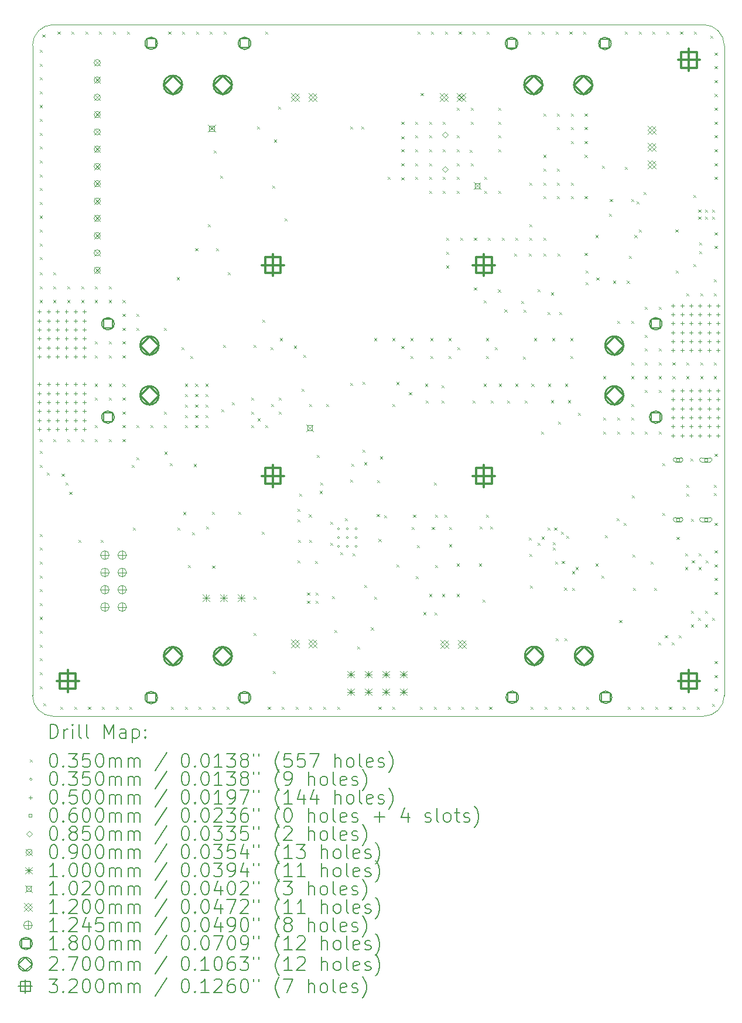
<source format=gbr>
%TF.GenerationSoftware,KiCad,Pcbnew,7.0.10*%
%TF.CreationDate,2025-07-14T05:47:37-04:00*%
%TF.ProjectId,bms-board,626d732d-626f-4617-9264-2e6b69636164,rev?*%
%TF.SameCoordinates,Original*%
%TF.FileFunction,Drillmap*%
%TF.FilePolarity,Positive*%
%FSLAX45Y45*%
G04 Gerber Fmt 4.5, Leading zero omitted, Abs format (unit mm)*
G04 Created by KiCad (PCBNEW 7.0.10) date 2025-07-14 05:47:37*
%MOMM*%
%LPD*%
G01*
G04 APERTURE LIST*
%ADD10C,0.100000*%
%ADD11C,0.200000*%
%ADD12C,0.102000*%
%ADD13C,0.120000*%
%ADD14C,0.124460*%
%ADD15C,0.180000*%
%ADD16C,0.270000*%
%ADD17C,0.320000*%
G04 APERTURE END LIST*
D10*
X8590000Y-14620000D02*
X8590000Y-5220000D01*
X8889933Y-4919999D02*
G75*
G03*
X8589933Y-5219933I-4J-299996D01*
G01*
X18290000Y-14920000D02*
G75*
G03*
X18590000Y-14620000I0J300000D01*
G01*
X18290000Y-14920000D02*
X8890000Y-14920000D01*
X18590000Y-5220000D02*
X18590000Y-14620000D01*
X8590000Y-14620000D02*
G75*
G03*
X8890000Y-14920000I300000J0D01*
G01*
X18590000Y-5220000D02*
G75*
G03*
X18290000Y-4920000I-300000J0D01*
G01*
X8889933Y-4920000D02*
X18290000Y-4920000D01*
D11*
D10*
X8692500Y-5282500D02*
X8727500Y-5317500D01*
X8727500Y-5282500D02*
X8692500Y-5317500D01*
X8692500Y-5482500D02*
X8727500Y-5517500D01*
X8727500Y-5482500D02*
X8692500Y-5517500D01*
X8692500Y-5682500D02*
X8727500Y-5717500D01*
X8727500Y-5682500D02*
X8692500Y-5717500D01*
X8692500Y-5882500D02*
X8727500Y-5917500D01*
X8727500Y-5882500D02*
X8692500Y-5917500D01*
X8692500Y-6082500D02*
X8727500Y-6117500D01*
X8727500Y-6082500D02*
X8692500Y-6117500D01*
X8692500Y-6282500D02*
X8727500Y-6317500D01*
X8727500Y-6282500D02*
X8692500Y-6317500D01*
X8692500Y-6482500D02*
X8727500Y-6517500D01*
X8727500Y-6482500D02*
X8692500Y-6517500D01*
X8692500Y-6682500D02*
X8727500Y-6717500D01*
X8727500Y-6682500D02*
X8692500Y-6717500D01*
X8692500Y-6882500D02*
X8727500Y-6917500D01*
X8727500Y-6882500D02*
X8692500Y-6917500D01*
X8692500Y-7082500D02*
X8727500Y-7117500D01*
X8727500Y-7082500D02*
X8692500Y-7117500D01*
X8692500Y-7282500D02*
X8727500Y-7317500D01*
X8727500Y-7282500D02*
X8692500Y-7317500D01*
X8692500Y-7482500D02*
X8727500Y-7517500D01*
X8727500Y-7482500D02*
X8692500Y-7517500D01*
X8692500Y-7682500D02*
X8727500Y-7717500D01*
X8727500Y-7682500D02*
X8692500Y-7717500D01*
X8692500Y-7882500D02*
X8727500Y-7917500D01*
X8727500Y-7882500D02*
X8692500Y-7917500D01*
X8692500Y-8082500D02*
X8727500Y-8117500D01*
X8727500Y-8082500D02*
X8692500Y-8117500D01*
X8692500Y-8282500D02*
X8727500Y-8317500D01*
X8727500Y-8282500D02*
X8692500Y-8317500D01*
X8692500Y-8502500D02*
X8727500Y-8537500D01*
X8727500Y-8502500D02*
X8692500Y-8537500D01*
X8692500Y-8702500D02*
X8727500Y-8737500D01*
X8727500Y-8702500D02*
X8692500Y-8737500D01*
X8692500Y-8902500D02*
X8727500Y-8937500D01*
X8727500Y-8902500D02*
X8692500Y-8937500D01*
X8692500Y-10912500D02*
X8727500Y-10947500D01*
X8727500Y-10912500D02*
X8692500Y-10947500D01*
X8692500Y-11082500D02*
X8727500Y-11117500D01*
X8727500Y-11082500D02*
X8692500Y-11117500D01*
X8692500Y-11282500D02*
X8727500Y-11317500D01*
X8727500Y-11282500D02*
X8692500Y-11317500D01*
X8692500Y-12282500D02*
X8727500Y-12317500D01*
X8727500Y-12282500D02*
X8692500Y-12317500D01*
X8692500Y-12482500D02*
X8727500Y-12517500D01*
X8727500Y-12482500D02*
X8692500Y-12517500D01*
X8692500Y-12682500D02*
X8727500Y-12717500D01*
X8727500Y-12682500D02*
X8692500Y-12717500D01*
X8692500Y-12882500D02*
X8727500Y-12917500D01*
X8727500Y-12882500D02*
X8692500Y-12917500D01*
X8692500Y-13082500D02*
X8727500Y-13117500D01*
X8727500Y-13082500D02*
X8692500Y-13117500D01*
X8692500Y-13282500D02*
X8727500Y-13317500D01*
X8727500Y-13282500D02*
X8692500Y-13317500D01*
X8692500Y-13482500D02*
X8727500Y-13517500D01*
X8727500Y-13482500D02*
X8692500Y-13517500D01*
X8692500Y-13682500D02*
X8727500Y-13717500D01*
X8727500Y-13682500D02*
X8692500Y-13717500D01*
X8692500Y-13882500D02*
X8727500Y-13917500D01*
X8727500Y-13882500D02*
X8692500Y-13917500D01*
X8692500Y-14082500D02*
X8727500Y-14117500D01*
X8727500Y-14082500D02*
X8692500Y-14117500D01*
X8692500Y-14282500D02*
X8727500Y-14317500D01*
X8727500Y-14282500D02*
X8692500Y-14317500D01*
X8692500Y-14482500D02*
X8727500Y-14517500D01*
X8727500Y-14482500D02*
X8692500Y-14517500D01*
X8732500Y-5062500D02*
X8767500Y-5097500D01*
X8767500Y-5062500D02*
X8732500Y-5097500D01*
X8742500Y-14732500D02*
X8777500Y-14767500D01*
X8777500Y-14732500D02*
X8742500Y-14767500D01*
X8792500Y-11392500D02*
X8827500Y-11427500D01*
X8827500Y-11392500D02*
X8792500Y-11427500D01*
X8892500Y-8502500D02*
X8927500Y-8537500D01*
X8927500Y-8502500D02*
X8892500Y-8537500D01*
X8892500Y-8702500D02*
X8927500Y-8737500D01*
X8927500Y-8702500D02*
X8892500Y-8737500D01*
X8892500Y-8902500D02*
X8927500Y-8937500D01*
X8927500Y-8902500D02*
X8892500Y-8937500D01*
X8892500Y-10912500D02*
X8927500Y-10947500D01*
X8927500Y-10912500D02*
X8892500Y-10947500D01*
X8952500Y-5022500D02*
X8987500Y-5057500D01*
X8987500Y-5022500D02*
X8952500Y-5057500D01*
X8992500Y-14782500D02*
X9027500Y-14817500D01*
X9027500Y-14782500D02*
X8992500Y-14817500D01*
X9012500Y-11412500D02*
X9047500Y-11447500D01*
X9047500Y-11412500D02*
X9012500Y-11447500D01*
X9067960Y-11542500D02*
X9102960Y-11577500D01*
X9102960Y-11542500D02*
X9067960Y-11577500D01*
X9092500Y-8702500D02*
X9127500Y-8737500D01*
X9127500Y-8702500D02*
X9092500Y-8737500D01*
X9092500Y-8902500D02*
X9127500Y-8937500D01*
X9127500Y-8902500D02*
X9092500Y-8937500D01*
X9092500Y-10912500D02*
X9127500Y-10947500D01*
X9127500Y-10912500D02*
X9092500Y-10947500D01*
X9122500Y-11672500D02*
X9157500Y-11707500D01*
X9157500Y-11672500D02*
X9122500Y-11707500D01*
X9152500Y-5022500D02*
X9187500Y-5057500D01*
X9187500Y-5022500D02*
X9152500Y-5057500D01*
X9192500Y-14782500D02*
X9227500Y-14817500D01*
X9227500Y-14782500D02*
X9192500Y-14817500D01*
X9252500Y-12372500D02*
X9287500Y-12407500D01*
X9287500Y-12372500D02*
X9252500Y-12407500D01*
X9292500Y-8702500D02*
X9327500Y-8737500D01*
X9327500Y-8702500D02*
X9292500Y-8737500D01*
X9292500Y-8902500D02*
X9327500Y-8937500D01*
X9327500Y-8902500D02*
X9292500Y-8937500D01*
X9292500Y-10912500D02*
X9327500Y-10947500D01*
X9327500Y-10912500D02*
X9292500Y-10947500D01*
X9352500Y-5022500D02*
X9387500Y-5057500D01*
X9387500Y-5022500D02*
X9352500Y-5057500D01*
X9392500Y-14782500D02*
X9427500Y-14817500D01*
X9427500Y-14782500D02*
X9392500Y-14817500D01*
X9492500Y-8702500D02*
X9527500Y-8737500D01*
X9527500Y-8702500D02*
X9492500Y-8737500D01*
X9492500Y-8902500D02*
X9527500Y-8937500D01*
X9527500Y-8902500D02*
X9492500Y-8937500D01*
X9492500Y-9502500D02*
X9527500Y-9537500D01*
X9527500Y-9502500D02*
X9492500Y-9537500D01*
X9492500Y-9702500D02*
X9527500Y-9737500D01*
X9527500Y-9702500D02*
X9492500Y-9737500D01*
X9492500Y-10112500D02*
X9527500Y-10147500D01*
X9527500Y-10112500D02*
X9492500Y-10147500D01*
X9492500Y-10312500D02*
X9527500Y-10347500D01*
X9527500Y-10312500D02*
X9492500Y-10347500D01*
X9492500Y-10712500D02*
X9527500Y-10747500D01*
X9527500Y-10712500D02*
X9492500Y-10747500D01*
X9492500Y-10912500D02*
X9527500Y-10947500D01*
X9527500Y-10912500D02*
X9492500Y-10947500D01*
X9552500Y-5022500D02*
X9587500Y-5057500D01*
X9587500Y-5022500D02*
X9552500Y-5057500D01*
X9572500Y-12372500D02*
X9607500Y-12407500D01*
X9607500Y-12372500D02*
X9572500Y-12407500D01*
X9592500Y-14782500D02*
X9627500Y-14817500D01*
X9627500Y-14782500D02*
X9592500Y-14817500D01*
X9692500Y-8702500D02*
X9727500Y-8737500D01*
X9727500Y-8702500D02*
X9692500Y-8737500D01*
X9692500Y-8902500D02*
X9727500Y-8937500D01*
X9727500Y-8902500D02*
X9692500Y-8937500D01*
X9692500Y-9502500D02*
X9727500Y-9537500D01*
X9727500Y-9502500D02*
X9692500Y-9537500D01*
X9692500Y-9702500D02*
X9727500Y-9737500D01*
X9727500Y-9702500D02*
X9692500Y-9737500D01*
X9692500Y-10112500D02*
X9727500Y-10147500D01*
X9727500Y-10112500D02*
X9692500Y-10147500D01*
X9692500Y-10312500D02*
X9727500Y-10347500D01*
X9727500Y-10312500D02*
X9692500Y-10347500D01*
X9692500Y-10912500D02*
X9727500Y-10947500D01*
X9727500Y-10912500D02*
X9692500Y-10947500D01*
X9752500Y-5022500D02*
X9787500Y-5057500D01*
X9787500Y-5022500D02*
X9752500Y-5057500D01*
X9792500Y-14782500D02*
X9827500Y-14817500D01*
X9827500Y-14782500D02*
X9792500Y-14817500D01*
X9892500Y-8902500D02*
X9927500Y-8937500D01*
X9927500Y-8902500D02*
X9892500Y-8937500D01*
X9892500Y-9102500D02*
X9927500Y-9137500D01*
X9927500Y-9102500D02*
X9892500Y-9137500D01*
X9892500Y-9302500D02*
X9927500Y-9337500D01*
X9927500Y-9302500D02*
X9892500Y-9337500D01*
X9892500Y-9502500D02*
X9927500Y-9537500D01*
X9927500Y-9502500D02*
X9892500Y-9537500D01*
X9892500Y-9702500D02*
X9927500Y-9737500D01*
X9927500Y-9702500D02*
X9892500Y-9737500D01*
X9892500Y-10112500D02*
X9927500Y-10147500D01*
X9927500Y-10112500D02*
X9892500Y-10147500D01*
X9892500Y-10312500D02*
X9927500Y-10347500D01*
X9927500Y-10312500D02*
X9892500Y-10347500D01*
X9892500Y-10512500D02*
X9927500Y-10547500D01*
X9927500Y-10512500D02*
X9892500Y-10547500D01*
X9892500Y-10712500D02*
X9927500Y-10747500D01*
X9927500Y-10712500D02*
X9892500Y-10747500D01*
X9892500Y-10912500D02*
X9927500Y-10947500D01*
X9927500Y-10912500D02*
X9892500Y-10947500D01*
X9952500Y-5022500D02*
X9987500Y-5057500D01*
X9987500Y-5022500D02*
X9952500Y-5057500D01*
X9992500Y-14782500D02*
X10027500Y-14817500D01*
X10027500Y-14782500D02*
X9992500Y-14817500D01*
X10022500Y-11282500D02*
X10057500Y-11317500D01*
X10057500Y-11282500D02*
X10022500Y-11317500D01*
X10042500Y-12192500D02*
X10077500Y-12227500D01*
X10077500Y-12192500D02*
X10042500Y-12227500D01*
X10092500Y-9102500D02*
X10127500Y-9137500D01*
X10127500Y-9102500D02*
X10092500Y-9137500D01*
X10092500Y-9302500D02*
X10127500Y-9337500D01*
X10127500Y-9302500D02*
X10092500Y-9337500D01*
X10092500Y-10712500D02*
X10127500Y-10747500D01*
X10127500Y-10712500D02*
X10092500Y-10747500D01*
X10092500Y-11172500D02*
X10127500Y-11207500D01*
X10127500Y-11172500D02*
X10092500Y-11207500D01*
X10292500Y-10712500D02*
X10327500Y-10747500D01*
X10327500Y-10712500D02*
X10292500Y-10747500D01*
X10492500Y-9302500D02*
X10527500Y-9337500D01*
X10527500Y-9302500D02*
X10492500Y-9337500D01*
X10492500Y-10512500D02*
X10527500Y-10547500D01*
X10527500Y-10512500D02*
X10492500Y-10547500D01*
X10492500Y-10712500D02*
X10527500Y-10747500D01*
X10527500Y-10712500D02*
X10492500Y-10747500D01*
X10495000Y-11095000D02*
X10530000Y-11130000D01*
X10530000Y-11095000D02*
X10495000Y-11130000D01*
X10552500Y-5022500D02*
X10587500Y-5057500D01*
X10587500Y-5022500D02*
X10552500Y-5057500D01*
X10572500Y-11262500D02*
X10607500Y-11297500D01*
X10607500Y-11262500D02*
X10572500Y-11297500D01*
X10592500Y-14782500D02*
X10627500Y-14817500D01*
X10627500Y-14782500D02*
X10592500Y-14817500D01*
X10672500Y-8572500D02*
X10707500Y-8607500D01*
X10707500Y-8572500D02*
X10672500Y-8607500D01*
X10682500Y-12192500D02*
X10717500Y-12227500D01*
X10717500Y-12192500D02*
X10682500Y-12227500D01*
X10742500Y-9582500D02*
X10777500Y-9617500D01*
X10777500Y-9582500D02*
X10742500Y-9617500D01*
X10742500Y-9582500D02*
X10777500Y-9617500D01*
X10777500Y-9582500D02*
X10742500Y-9617500D01*
X10752500Y-5022500D02*
X10787500Y-5057500D01*
X10787500Y-5022500D02*
X10752500Y-5057500D01*
X10765500Y-11967500D02*
X10800500Y-12002500D01*
X10800500Y-11967500D02*
X10765500Y-12002500D01*
X10792500Y-10112500D02*
X10827500Y-10147500D01*
X10827500Y-10112500D02*
X10792500Y-10147500D01*
X10792500Y-10262500D02*
X10827500Y-10297500D01*
X10827500Y-10262500D02*
X10792500Y-10297500D01*
X10792500Y-10412500D02*
X10827500Y-10447500D01*
X10827500Y-10412500D02*
X10792500Y-10447500D01*
X10792500Y-10562500D02*
X10827500Y-10597500D01*
X10827500Y-10562500D02*
X10792500Y-10597500D01*
X10792500Y-10712500D02*
X10827500Y-10747500D01*
X10827500Y-10712500D02*
X10792500Y-10747500D01*
X10792500Y-14782500D02*
X10827500Y-14817500D01*
X10827500Y-14782500D02*
X10792500Y-14817500D01*
X10837500Y-12732500D02*
X10872500Y-12767500D01*
X10872500Y-12732500D02*
X10837500Y-12767500D01*
X10872500Y-9712500D02*
X10907500Y-9747500D01*
X10907500Y-9712500D02*
X10872500Y-9747500D01*
X10872500Y-9712500D02*
X10907500Y-9747500D01*
X10907500Y-9712500D02*
X10872500Y-9747500D01*
X10892500Y-12262500D02*
X10927500Y-12297500D01*
X10927500Y-12262500D02*
X10892500Y-12297500D01*
X10922500Y-11272500D02*
X10957500Y-11307500D01*
X10957500Y-11272500D02*
X10922500Y-11307500D01*
X10942500Y-8152500D02*
X10977500Y-8187500D01*
X10977500Y-8152500D02*
X10942500Y-8187500D01*
X10942500Y-10112500D02*
X10977500Y-10147500D01*
X10977500Y-10112500D02*
X10942500Y-10147500D01*
X10942500Y-10262500D02*
X10977500Y-10297500D01*
X10977500Y-10262500D02*
X10942500Y-10297500D01*
X10942500Y-10412500D02*
X10977500Y-10447500D01*
X10977500Y-10412500D02*
X10942500Y-10447500D01*
X10942500Y-10562500D02*
X10977500Y-10597500D01*
X10977500Y-10562500D02*
X10942500Y-10597500D01*
X10942500Y-10712500D02*
X10977500Y-10747500D01*
X10977500Y-10712500D02*
X10942500Y-10747500D01*
X10952500Y-5022500D02*
X10987500Y-5057500D01*
X10987500Y-5022500D02*
X10952500Y-5057500D01*
X10992500Y-14782500D02*
X11027500Y-14817500D01*
X11027500Y-14782500D02*
X10992500Y-14817500D01*
X11092500Y-10112500D02*
X11127500Y-10147500D01*
X11127500Y-10112500D02*
X11092500Y-10147500D01*
X11092500Y-10262500D02*
X11127500Y-10297500D01*
X11127500Y-10262500D02*
X11092500Y-10297500D01*
X11092500Y-10412500D02*
X11127500Y-10447500D01*
X11127500Y-10412500D02*
X11092500Y-10447500D01*
X11092500Y-10562500D02*
X11127500Y-10597500D01*
X11127500Y-10562500D02*
X11092500Y-10597500D01*
X11092500Y-10712500D02*
X11127500Y-10747500D01*
X11127500Y-10712500D02*
X11092500Y-10747500D01*
X11102500Y-12172500D02*
X11137500Y-12207500D01*
X11137500Y-12172500D02*
X11102500Y-12207500D01*
X11122500Y-7802500D02*
X11157500Y-7837500D01*
X11157500Y-7802500D02*
X11122500Y-7837500D01*
X11152500Y-5022500D02*
X11187500Y-5057500D01*
X11187500Y-5022500D02*
X11152500Y-5057500D01*
X11182500Y-11962500D02*
X11217500Y-11997500D01*
X11217500Y-11962500D02*
X11182500Y-11997500D01*
X11187500Y-12742500D02*
X11222500Y-12777500D01*
X11222500Y-12742500D02*
X11187500Y-12777500D01*
X11192500Y-14782500D02*
X11227500Y-14817500D01*
X11227500Y-14782500D02*
X11192500Y-14817500D01*
X11212500Y-6742500D02*
X11247500Y-6777500D01*
X11247500Y-6742500D02*
X11212500Y-6777500D01*
X11244850Y-8152500D02*
X11279850Y-8187500D01*
X11279850Y-8152500D02*
X11244850Y-8187500D01*
X11302500Y-7102500D02*
X11337500Y-7137500D01*
X11337500Y-7102500D02*
X11302500Y-7137500D01*
X11322500Y-10482500D02*
X11357500Y-10517500D01*
X11357500Y-10482500D02*
X11322500Y-10517500D01*
X11342500Y-9552500D02*
X11377500Y-9587500D01*
X11377500Y-9552500D02*
X11342500Y-9587500D01*
X11352500Y-5022500D02*
X11387500Y-5057500D01*
X11387500Y-5022500D02*
X11352500Y-5057500D01*
X11392500Y-14782500D02*
X11427500Y-14817500D01*
X11427500Y-14782500D02*
X11392500Y-14817500D01*
X11412500Y-8499710D02*
X11447500Y-8534710D01*
X11447500Y-8499710D02*
X11412500Y-8534710D01*
X11472500Y-10382500D02*
X11507500Y-10417500D01*
X11507500Y-10382500D02*
X11472500Y-10417500D01*
X11562500Y-11962500D02*
X11597500Y-11997500D01*
X11597500Y-11962500D02*
X11562500Y-11997500D01*
X11752500Y-10312500D02*
X11787500Y-10347500D01*
X11787500Y-10312500D02*
X11752500Y-10347500D01*
X11752500Y-10512500D02*
X11787500Y-10547500D01*
X11787500Y-10512500D02*
X11752500Y-10547500D01*
X11752500Y-10712500D02*
X11787500Y-10747500D01*
X11787500Y-10712500D02*
X11752500Y-10747500D01*
X11782500Y-9552500D02*
X11817500Y-9587500D01*
X11817500Y-9552500D02*
X11782500Y-9587500D01*
X11782500Y-13192500D02*
X11817500Y-13227500D01*
X11817500Y-13192500D02*
X11782500Y-13227500D01*
X11782500Y-13712500D02*
X11817500Y-13747500D01*
X11817500Y-13712500D02*
X11782500Y-13747500D01*
X11835533Y-6395533D02*
X11870533Y-6430533D01*
X11870533Y-6395533D02*
X11835533Y-6430533D01*
X11842500Y-10612500D02*
X11877500Y-10647500D01*
X11877500Y-10612500D02*
X11842500Y-10647500D01*
X11902500Y-12252500D02*
X11937500Y-12287500D01*
X11937500Y-12252500D02*
X11902500Y-12287500D01*
X11912500Y-9182500D02*
X11947500Y-9217500D01*
X11947500Y-9182500D02*
X11912500Y-9217500D01*
X11952500Y-5022500D02*
X11987500Y-5057500D01*
X11987500Y-5022500D02*
X11952500Y-5057500D01*
X11952500Y-10712500D02*
X11987500Y-10747500D01*
X11987500Y-10712500D02*
X11952500Y-10747500D01*
X11992500Y-14782500D02*
X12027500Y-14817500D01*
X12027500Y-14782500D02*
X11992500Y-14817500D01*
X12032500Y-9582500D02*
X12067500Y-9617500D01*
X12067500Y-9582500D02*
X12032500Y-9617500D01*
X12032500Y-9582500D02*
X12067500Y-9617500D01*
X12067500Y-9582500D02*
X12032500Y-9617500D01*
X12032500Y-9582500D02*
X12067500Y-9617500D01*
X12067500Y-9582500D02*
X12032500Y-9617500D01*
X12042500Y-10402500D02*
X12077500Y-10437500D01*
X12077500Y-10402500D02*
X12042500Y-10437500D01*
X12057500Y-7247500D02*
X12092500Y-7282500D01*
X12092500Y-7247500D02*
X12057500Y-7282500D01*
X12062500Y-14262500D02*
X12097500Y-14297500D01*
X12097500Y-14262500D02*
X12062500Y-14297500D01*
X12082500Y-6582500D02*
X12117500Y-6617500D01*
X12117500Y-6582500D02*
X12082500Y-6617500D01*
X12139008Y-6107500D02*
X12174008Y-6142500D01*
X12174008Y-6107500D02*
X12139008Y-6142500D01*
X12152500Y-10312500D02*
X12187500Y-10347500D01*
X12187500Y-10312500D02*
X12152500Y-10347500D01*
X12152500Y-10512500D02*
X12187500Y-10547500D01*
X12187500Y-10512500D02*
X12152500Y-10547500D01*
X12162500Y-9452500D02*
X12197500Y-9487500D01*
X12197500Y-9452500D02*
X12162500Y-9487500D01*
X12192500Y-14782500D02*
X12227500Y-14817500D01*
X12227500Y-14782500D02*
X12192500Y-14817500D01*
X12232500Y-7722500D02*
X12267500Y-7757500D01*
X12267500Y-7722500D02*
X12232500Y-7757500D01*
X12372500Y-9562500D02*
X12407500Y-9597500D01*
X12407500Y-9562500D02*
X12372500Y-9597500D01*
X12392500Y-14782500D02*
X12427500Y-14817500D01*
X12427500Y-14782500D02*
X12392500Y-14817500D01*
X12422500Y-11922500D02*
X12457500Y-11957500D01*
X12457500Y-11922500D02*
X12422500Y-11957500D01*
X12422500Y-12076250D02*
X12457500Y-12111250D01*
X12457500Y-12076250D02*
X12422500Y-12111250D01*
X12422500Y-12662500D02*
X12457500Y-12697500D01*
X12457500Y-12662500D02*
X12422500Y-12697500D01*
X12427400Y-12372500D02*
X12462400Y-12407500D01*
X12462400Y-12372500D02*
X12427400Y-12407500D01*
X12442500Y-11702500D02*
X12477500Y-11737500D01*
X12477500Y-11702500D02*
X12442500Y-11737500D01*
X12482500Y-10182500D02*
X12517500Y-10217500D01*
X12517500Y-10182500D02*
X12482500Y-10217500D01*
X12502500Y-9692500D02*
X12537500Y-9727500D01*
X12537500Y-9692500D02*
X12502500Y-9727500D01*
X12559500Y-13131500D02*
X12594500Y-13166500D01*
X12594500Y-13131500D02*
X12559500Y-13166500D01*
X12559500Y-13251500D02*
X12594500Y-13286500D01*
X12594500Y-13251500D02*
X12559500Y-13286500D01*
X12585092Y-12001158D02*
X12620092Y-12036158D01*
X12620092Y-12001158D02*
X12585092Y-12036158D01*
X12592500Y-10402500D02*
X12627500Y-10437500D01*
X12627500Y-10402500D02*
X12592500Y-10437500D01*
X12592500Y-12372500D02*
X12627500Y-12407500D01*
X12627500Y-12372500D02*
X12592500Y-12407500D01*
X12592500Y-14782500D02*
X12627500Y-14817500D01*
X12627500Y-14782500D02*
X12592500Y-14817500D01*
X12672500Y-12672500D02*
X12707500Y-12707500D01*
X12707500Y-12672500D02*
X12672500Y-12707500D01*
X12679500Y-13131500D02*
X12714500Y-13166500D01*
X12714500Y-13131500D02*
X12679500Y-13166500D01*
X12679500Y-13251500D02*
X12714500Y-13286500D01*
X12714500Y-13251500D02*
X12679500Y-13286500D01*
X12702500Y-11142500D02*
X12737500Y-11177500D01*
X12737500Y-11142500D02*
X12702500Y-11177500D01*
X12742500Y-11662500D02*
X12777500Y-11697500D01*
X12777500Y-11662500D02*
X12742500Y-11697500D01*
X12747500Y-11537500D02*
X12782500Y-11572500D01*
X12782500Y-11537500D02*
X12747500Y-11572500D01*
X12792500Y-14782500D02*
X12827500Y-14817500D01*
X12827500Y-14782500D02*
X12792500Y-14817500D01*
X12832500Y-10402500D02*
X12867500Y-10437500D01*
X12867500Y-10402500D02*
X12832500Y-10437500D01*
X12892500Y-12104467D02*
X12927500Y-12139467D01*
X12927500Y-12104467D02*
X12892500Y-12139467D01*
X12892500Y-12412500D02*
X12927500Y-12447500D01*
X12927500Y-12412500D02*
X12892500Y-12447500D01*
X12922500Y-13182500D02*
X12957500Y-13217500D01*
X12957500Y-13182500D02*
X12922500Y-13217500D01*
X12952500Y-13672500D02*
X12987500Y-13707500D01*
X12987500Y-13672500D02*
X12952500Y-13707500D01*
X12992500Y-14782500D02*
X13027500Y-14817500D01*
X13027500Y-14782500D02*
X12992500Y-14817500D01*
X13036250Y-12545000D02*
X13071250Y-12580000D01*
X13071250Y-12545000D02*
X13036250Y-12580000D01*
X13103205Y-12054328D02*
X13138205Y-12089328D01*
X13138205Y-12054328D02*
X13103205Y-12089328D01*
X13182500Y-6392500D02*
X13217500Y-6427500D01*
X13217500Y-6392500D02*
X13182500Y-6427500D01*
X13182500Y-10102500D02*
X13217500Y-10137500D01*
X13217500Y-10102500D02*
X13182500Y-10137500D01*
X13182500Y-11497500D02*
X13217500Y-11532500D01*
X13217500Y-11497500D02*
X13182500Y-11532500D01*
X13197155Y-11267776D02*
X13232155Y-11302776D01*
X13232155Y-11267776D02*
X13197155Y-11302776D01*
X13217400Y-12562500D02*
X13252400Y-12597500D01*
X13252400Y-12562500D02*
X13217400Y-12597500D01*
X13282500Y-13912500D02*
X13317500Y-13947500D01*
X13317500Y-13912500D02*
X13282500Y-13947500D01*
X13342500Y-6392500D02*
X13377500Y-6427500D01*
X13377500Y-6392500D02*
X13342500Y-6427500D01*
X13362500Y-10082500D02*
X13397500Y-10117500D01*
X13397500Y-10082500D02*
X13362500Y-10117500D01*
X13362500Y-11067500D02*
X13397500Y-11102500D01*
X13397500Y-11067500D02*
X13362500Y-11102500D01*
X13381700Y-11247500D02*
X13416700Y-11282500D01*
X13416700Y-11247500D02*
X13381700Y-11282500D01*
X13382500Y-13020000D02*
X13417500Y-13055000D01*
X13417500Y-13020000D02*
X13382500Y-13055000D01*
X13482500Y-13635000D02*
X13517500Y-13670000D01*
X13517500Y-13635000D02*
X13482500Y-13670000D01*
X13527500Y-13187500D02*
X13562500Y-13222500D01*
X13562500Y-13187500D02*
X13527500Y-13222500D01*
X13532500Y-9452500D02*
X13567500Y-9487500D01*
X13567500Y-9452500D02*
X13532500Y-9487500D01*
X13567500Y-11996250D02*
X13602500Y-12031250D01*
X13602500Y-11996250D02*
X13567500Y-12031250D01*
X13572702Y-11505029D02*
X13607702Y-11540029D01*
X13607702Y-11505029D02*
X13572702Y-11540029D01*
X13592500Y-12356250D02*
X13627500Y-12391250D01*
X13627500Y-12356250D02*
X13592500Y-12391250D01*
X13592500Y-14782500D02*
X13627500Y-14817500D01*
X13627500Y-14782500D02*
X13592500Y-14817500D01*
X13612500Y-11162500D02*
X13647500Y-11197500D01*
X13647500Y-11162500D02*
X13612500Y-11197500D01*
X13672500Y-12012500D02*
X13707500Y-12047500D01*
X13707500Y-12012500D02*
X13672500Y-12047500D01*
X13722500Y-7122500D02*
X13757500Y-7157500D01*
X13757500Y-7122500D02*
X13722500Y-7157500D01*
X13792500Y-9452500D02*
X13827500Y-9487500D01*
X13827500Y-9452500D02*
X13792500Y-9487500D01*
X13792500Y-10402500D02*
X13827500Y-10437500D01*
X13827500Y-10402500D02*
X13792500Y-10437500D01*
X13792500Y-14782500D02*
X13827500Y-14817500D01*
X13827500Y-14782500D02*
X13792500Y-14817500D01*
X13852500Y-10087500D02*
X13887500Y-10122500D01*
X13887500Y-10087500D02*
X13852500Y-10122500D01*
X13852500Y-12722500D02*
X13887500Y-12757500D01*
X13887500Y-12722500D02*
X13852500Y-12757500D01*
X13922500Y-6327500D02*
X13957500Y-6362500D01*
X13957500Y-6327500D02*
X13922500Y-6362500D01*
X13922500Y-6532500D02*
X13957500Y-6567500D01*
X13957500Y-6532500D02*
X13922500Y-6567500D01*
X13922500Y-6722500D02*
X13957500Y-6757500D01*
X13957500Y-6722500D02*
X13922500Y-6757500D01*
X13922500Y-6925100D02*
X13957500Y-6960100D01*
X13957500Y-6925100D02*
X13922500Y-6960100D01*
X13922500Y-7125100D02*
X13957500Y-7160100D01*
X13957500Y-7125100D02*
X13922500Y-7160100D01*
X13922500Y-9567500D02*
X13957500Y-9602500D01*
X13957500Y-9567500D02*
X13922500Y-9602500D01*
X14032500Y-10232500D02*
X14067500Y-10267500D01*
X14067500Y-10232500D02*
X14032500Y-10267500D01*
X14052500Y-9452500D02*
X14087500Y-9487500D01*
X14087500Y-9452500D02*
X14052500Y-9487500D01*
X14052500Y-9712500D02*
X14087500Y-9747500D01*
X14087500Y-9712500D02*
X14052500Y-9747500D01*
X14072500Y-12182500D02*
X14107500Y-12217500D01*
X14107500Y-12182500D02*
X14072500Y-12217500D01*
X14092500Y-12002500D02*
X14127500Y-12037500D01*
X14127500Y-12002500D02*
X14092500Y-12037500D01*
X14122500Y-6322500D02*
X14157500Y-6357500D01*
X14157500Y-6322500D02*
X14122500Y-6357500D01*
X14122500Y-6522500D02*
X14157500Y-6557500D01*
X14157500Y-6522500D02*
X14122500Y-6557500D01*
X14122500Y-6722500D02*
X14157500Y-6757500D01*
X14157500Y-6722500D02*
X14122500Y-6757500D01*
X14122500Y-6922500D02*
X14157500Y-6957500D01*
X14157500Y-6922500D02*
X14122500Y-6957500D01*
X14122500Y-7122500D02*
X14157500Y-7157500D01*
X14157500Y-7122500D02*
X14122500Y-7157500D01*
X14132500Y-12895000D02*
X14167500Y-12930000D01*
X14167500Y-12895000D02*
X14132500Y-12930000D01*
X14147426Y-12442573D02*
X14182426Y-12477573D01*
X14182426Y-12442573D02*
X14147426Y-12477573D01*
X14152500Y-5022500D02*
X14187500Y-5057500D01*
X14187500Y-5022500D02*
X14152500Y-5057500D01*
X14192500Y-14782500D02*
X14227500Y-14817500D01*
X14227500Y-14782500D02*
X14192500Y-14817500D01*
X14202500Y-5912500D02*
X14237500Y-5947500D01*
X14237500Y-5912500D02*
X14202500Y-5947500D01*
X14243500Y-13415000D02*
X14278500Y-13450000D01*
X14278500Y-13415000D02*
X14243500Y-13450000D01*
X14262500Y-10112500D02*
X14297500Y-10147500D01*
X14297500Y-10112500D02*
X14262500Y-10147500D01*
X14272500Y-10352500D02*
X14307500Y-10387500D01*
X14307500Y-10352500D02*
X14272500Y-10387500D01*
X14322500Y-6322500D02*
X14357500Y-6357500D01*
X14357500Y-6322500D02*
X14322500Y-6357500D01*
X14322500Y-6522500D02*
X14357500Y-6557500D01*
X14357500Y-6522500D02*
X14322500Y-6557500D01*
X14322500Y-6722500D02*
X14357500Y-6757500D01*
X14357500Y-6722500D02*
X14322500Y-6757500D01*
X14322500Y-6922500D02*
X14357500Y-6957500D01*
X14357500Y-6922500D02*
X14322500Y-6957500D01*
X14322500Y-7122500D02*
X14357500Y-7157500D01*
X14357500Y-7122500D02*
X14322500Y-7157500D01*
X14322500Y-7322500D02*
X14357500Y-7357500D01*
X14357500Y-7322500D02*
X14322500Y-7357500D01*
X14322500Y-13152500D02*
X14357500Y-13187500D01*
X14357500Y-13152500D02*
X14322500Y-13187500D01*
X14342500Y-9452500D02*
X14377500Y-9487500D01*
X14377500Y-9452500D02*
X14342500Y-9487500D01*
X14342500Y-9712500D02*
X14377500Y-9747500D01*
X14377500Y-9712500D02*
X14342500Y-9747500D01*
X14352500Y-5022500D02*
X14387500Y-5057500D01*
X14387500Y-5022500D02*
X14352500Y-5057500D01*
X14362500Y-12182500D02*
X14397500Y-12217500D01*
X14397500Y-12182500D02*
X14362500Y-12217500D01*
X14390000Y-11542500D02*
X14425000Y-11577500D01*
X14425000Y-11542500D02*
X14390000Y-11577500D01*
X14392500Y-14782500D02*
X14427500Y-14817500D01*
X14427500Y-14782500D02*
X14392500Y-14817500D01*
X14402500Y-13420000D02*
X14437500Y-13455000D01*
X14437500Y-13420000D02*
X14402500Y-13455000D01*
X14412500Y-12007500D02*
X14447500Y-12042500D01*
X14447500Y-12007500D02*
X14412500Y-12042500D01*
X14412500Y-12732500D02*
X14447500Y-12767500D01*
X14447500Y-12732500D02*
X14412500Y-12767500D01*
X14502500Y-10132500D02*
X14537500Y-10167500D01*
X14537500Y-10132500D02*
X14502500Y-10167500D01*
X14502500Y-10352500D02*
X14537500Y-10387500D01*
X14537500Y-10352500D02*
X14502500Y-10387500D01*
X14512500Y-13152500D02*
X14547500Y-13187500D01*
X14547500Y-13152500D02*
X14512500Y-13187500D01*
X14522500Y-6322500D02*
X14557500Y-6357500D01*
X14557500Y-6322500D02*
X14522500Y-6357500D01*
X14522500Y-6722500D02*
X14557500Y-6757500D01*
X14557500Y-6722500D02*
X14522500Y-6757500D01*
X14522500Y-7122500D02*
X14557500Y-7157500D01*
X14557500Y-7122500D02*
X14522500Y-7157500D01*
X14522500Y-7322500D02*
X14557500Y-7357500D01*
X14557500Y-7322500D02*
X14522500Y-7357500D01*
X14542500Y-12007500D02*
X14577500Y-12042500D01*
X14577500Y-12007500D02*
X14542500Y-12042500D01*
X14552500Y-5022500D02*
X14587500Y-5057500D01*
X14587500Y-5022500D02*
X14552500Y-5057500D01*
X14572500Y-8002500D02*
X14607500Y-8037500D01*
X14607500Y-8002500D02*
X14572500Y-8037500D01*
X14572500Y-8202500D02*
X14607500Y-8237500D01*
X14607500Y-8202500D02*
X14572500Y-8237500D01*
X14572500Y-8202500D02*
X14607500Y-8237500D01*
X14607500Y-8202500D02*
X14572500Y-8237500D01*
X14572500Y-8402500D02*
X14607500Y-8437500D01*
X14607500Y-8402500D02*
X14572500Y-8437500D01*
X14592500Y-14782500D02*
X14627500Y-14817500D01*
X14627500Y-14782500D02*
X14592500Y-14817500D01*
X14602500Y-9452500D02*
X14637500Y-9487500D01*
X14637500Y-9452500D02*
X14602500Y-9487500D01*
X14602500Y-9712500D02*
X14637500Y-9747500D01*
X14637500Y-9712500D02*
X14602500Y-9747500D01*
X14612500Y-12182500D02*
X14647500Y-12217500D01*
X14647500Y-12182500D02*
X14612500Y-12217500D01*
X14612500Y-12432500D02*
X14647500Y-12467500D01*
X14647500Y-12432500D02*
X14612500Y-12467500D01*
X14722500Y-6122500D02*
X14757500Y-6157500D01*
X14757500Y-6122500D02*
X14722500Y-6157500D01*
X14722500Y-6522500D02*
X14757500Y-6557500D01*
X14757500Y-6522500D02*
X14722500Y-6557500D01*
X14722500Y-6722500D02*
X14757500Y-6757500D01*
X14757500Y-6722500D02*
X14722500Y-6757500D01*
X14722500Y-6922500D02*
X14757500Y-6957500D01*
X14757500Y-6922500D02*
X14722500Y-6957500D01*
X14722500Y-7122500D02*
X14757500Y-7157500D01*
X14757500Y-7122500D02*
X14722500Y-7157500D01*
X14722500Y-7322500D02*
X14757500Y-7357500D01*
X14757500Y-7322500D02*
X14722500Y-7357500D01*
X14722500Y-12712500D02*
X14757500Y-12747500D01*
X14757500Y-12712500D02*
X14722500Y-12747500D01*
X14722500Y-13152500D02*
X14757500Y-13187500D01*
X14757500Y-13152500D02*
X14722500Y-13187500D01*
X14732500Y-9582500D02*
X14767500Y-9617500D01*
X14767500Y-9582500D02*
X14732500Y-9617500D01*
X14752500Y-5022500D02*
X14787500Y-5057500D01*
X14787500Y-5022500D02*
X14752500Y-5057500D01*
X14772500Y-8002500D02*
X14807500Y-8037500D01*
X14807500Y-8002500D02*
X14772500Y-8037500D01*
X14792500Y-14782500D02*
X14827500Y-14817500D01*
X14827500Y-14782500D02*
X14792500Y-14817500D01*
X14907500Y-6732500D02*
X14942500Y-6767500D01*
X14942500Y-6732500D02*
X14907500Y-6767500D01*
X14922500Y-6122500D02*
X14957500Y-6157500D01*
X14957500Y-6122500D02*
X14922500Y-6157500D01*
X14922500Y-6322500D02*
X14957500Y-6357500D01*
X14957500Y-6322500D02*
X14922500Y-6357500D01*
X14922500Y-6922500D02*
X14957500Y-6957500D01*
X14957500Y-6922500D02*
X14922500Y-6957500D01*
X14952500Y-5022500D02*
X14987500Y-5057500D01*
X14987500Y-5022500D02*
X14952500Y-5057500D01*
X14952500Y-10352500D02*
X14987500Y-10387500D01*
X14987500Y-10352500D02*
X14952500Y-10387500D01*
X14972500Y-8002500D02*
X15007500Y-8037500D01*
X15007500Y-8002500D02*
X14972500Y-8037500D01*
X14972500Y-8722500D02*
X15007500Y-8757500D01*
X15007500Y-8722500D02*
X14972500Y-8757500D01*
X14992500Y-14782500D02*
X15027500Y-14817500D01*
X15027500Y-14782500D02*
X14992500Y-14817500D01*
X15042500Y-12712500D02*
X15077500Y-12747500D01*
X15077500Y-12712500D02*
X15042500Y-12747500D01*
X15052500Y-12172500D02*
X15087500Y-12207500D01*
X15087500Y-12172500D02*
X15052500Y-12207500D01*
X15098500Y-13233500D02*
X15133500Y-13268500D01*
X15133500Y-13233500D02*
X15098500Y-13268500D01*
X15112500Y-10112500D02*
X15147500Y-10147500D01*
X15147500Y-10112500D02*
X15112500Y-10147500D01*
X15113462Y-8907500D02*
X15148462Y-8942500D01*
X15148462Y-8907500D02*
X15113462Y-8942500D01*
X15122500Y-7122500D02*
X15157500Y-7157500D01*
X15157500Y-7122500D02*
X15122500Y-7157500D01*
X15122500Y-7322500D02*
X15157500Y-7357500D01*
X15157500Y-7322500D02*
X15122500Y-7357500D01*
X15142500Y-9452500D02*
X15177500Y-9487500D01*
X15177500Y-9452500D02*
X15142500Y-9487500D01*
X15142500Y-9712500D02*
X15177500Y-9747500D01*
X15177500Y-9712500D02*
X15142500Y-9747500D01*
X15142500Y-12007500D02*
X15177500Y-12042500D01*
X15177500Y-12007500D02*
X15142500Y-12042500D01*
X15152500Y-5022500D02*
X15187500Y-5057500D01*
X15187500Y-5022500D02*
X15152500Y-5057500D01*
X15172500Y-8002500D02*
X15207500Y-8037500D01*
X15207500Y-8002500D02*
X15172500Y-8037500D01*
X15192500Y-14782500D02*
X15227500Y-14817500D01*
X15227500Y-14782500D02*
X15192500Y-14817500D01*
X15202500Y-12172500D02*
X15237500Y-12207500D01*
X15237500Y-12172500D02*
X15202500Y-12207500D01*
X15212500Y-10352500D02*
X15247500Y-10387500D01*
X15247500Y-10352500D02*
X15212500Y-10387500D01*
X15272500Y-9582500D02*
X15307500Y-9617500D01*
X15307500Y-9582500D02*
X15272500Y-9617500D01*
X15320000Y-8750000D02*
X15355000Y-8785000D01*
X15355000Y-8750000D02*
X15320000Y-8785000D01*
X15322500Y-6122500D02*
X15357500Y-6157500D01*
X15357500Y-6122500D02*
X15322500Y-6157500D01*
X15322500Y-6322500D02*
X15357500Y-6357500D01*
X15357500Y-6322500D02*
X15322500Y-6357500D01*
X15322500Y-6522500D02*
X15357500Y-6557500D01*
X15357500Y-6522500D02*
X15322500Y-6557500D01*
X15322500Y-6722500D02*
X15357500Y-6757500D01*
X15357500Y-6722500D02*
X15322500Y-6757500D01*
X15322500Y-7322500D02*
X15357500Y-7357500D01*
X15357500Y-7322500D02*
X15322500Y-7357500D01*
X15332500Y-10112500D02*
X15367500Y-10147500D01*
X15367500Y-10112500D02*
X15332500Y-10147500D01*
X15372500Y-8002500D02*
X15407500Y-8037500D01*
X15407500Y-8002500D02*
X15372500Y-8037500D01*
X15412500Y-9037500D02*
X15447500Y-9072500D01*
X15447500Y-9037500D02*
X15412500Y-9072500D01*
X15452500Y-10352500D02*
X15487500Y-10387500D01*
X15487500Y-10352500D02*
X15452500Y-10387500D01*
X15552500Y-8232500D02*
X15587500Y-8267500D01*
X15587500Y-8232500D02*
X15552500Y-8267500D01*
X15572500Y-8002500D02*
X15607500Y-8037500D01*
X15607500Y-8002500D02*
X15572500Y-8037500D01*
X15572500Y-10112500D02*
X15607500Y-10147500D01*
X15607500Y-10112500D02*
X15572500Y-10147500D01*
X15652500Y-8912500D02*
X15687500Y-8947500D01*
X15687500Y-8912500D02*
X15652500Y-8947500D01*
X15677500Y-9722500D02*
X15712500Y-9757500D01*
X15712500Y-9722500D02*
X15677500Y-9757500D01*
X15687500Y-9042500D02*
X15722500Y-9077500D01*
X15722500Y-9042500D02*
X15687500Y-9077500D01*
X15702500Y-10352500D02*
X15737500Y-10387500D01*
X15737500Y-10352500D02*
X15702500Y-10387500D01*
X15752500Y-5022500D02*
X15787500Y-5057500D01*
X15787500Y-5022500D02*
X15752500Y-5057500D01*
X15762500Y-8232500D02*
X15797500Y-8267500D01*
X15797500Y-8232500D02*
X15762500Y-8267500D01*
X15762500Y-12332500D02*
X15797500Y-12367500D01*
X15797500Y-12332500D02*
X15762500Y-12367500D01*
X15772500Y-7202500D02*
X15807500Y-7237500D01*
X15807500Y-7202500D02*
X15772500Y-7237500D01*
X15772500Y-7802500D02*
X15807500Y-7837500D01*
X15807500Y-7802500D02*
X15772500Y-7837500D01*
X15772500Y-8002500D02*
X15807500Y-8037500D01*
X15807500Y-8002500D02*
X15772500Y-8037500D01*
X15772500Y-12572500D02*
X15807500Y-12607500D01*
X15807500Y-12572500D02*
X15772500Y-12607500D01*
X15782500Y-13032500D02*
X15817500Y-13067500D01*
X15817500Y-13032500D02*
X15782500Y-13067500D01*
X15792500Y-14782500D02*
X15827500Y-14817500D01*
X15827500Y-14782500D02*
X15792500Y-14817500D01*
X15802500Y-10112500D02*
X15837500Y-10147500D01*
X15837500Y-10112500D02*
X15802500Y-10147500D01*
X15842500Y-9452500D02*
X15877500Y-9487500D01*
X15877500Y-9452500D02*
X15842500Y-9487500D01*
X15892500Y-8742500D02*
X15927500Y-8777500D01*
X15927500Y-8742500D02*
X15892500Y-8777500D01*
X15892500Y-12412500D02*
X15927500Y-12447500D01*
X15927500Y-12412500D02*
X15892500Y-12447500D01*
X15942500Y-10802500D02*
X15977500Y-10837500D01*
X15977500Y-10802500D02*
X15942500Y-10837500D01*
X15952500Y-5022500D02*
X15987500Y-5057500D01*
X15987500Y-5022500D02*
X15952500Y-5057500D01*
X15952500Y-12322500D02*
X15987500Y-12357500D01*
X15987500Y-12322500D02*
X15952500Y-12357500D01*
X15972500Y-6202500D02*
X16007500Y-6237500D01*
X16007500Y-6202500D02*
X15972500Y-6237500D01*
X15972500Y-6802500D02*
X16007500Y-6837500D01*
X16007500Y-6802500D02*
X15972500Y-6837500D01*
X15972500Y-7002500D02*
X16007500Y-7037500D01*
X16007500Y-7002500D02*
X15972500Y-7037500D01*
X15972500Y-7202500D02*
X16007500Y-7237500D01*
X16007500Y-7202500D02*
X15972500Y-7237500D01*
X15972500Y-7402500D02*
X16007500Y-7437500D01*
X16007500Y-7402500D02*
X15972500Y-7437500D01*
X15972500Y-7402500D02*
X16007500Y-7437500D01*
X16007500Y-7402500D02*
X15972500Y-7437500D01*
X15972500Y-8002500D02*
X16007500Y-8037500D01*
X16007500Y-8002500D02*
X15972500Y-8037500D01*
X15972500Y-8232500D02*
X16007500Y-8267500D01*
X16007500Y-8232500D02*
X15972500Y-8267500D01*
X15992500Y-14782500D02*
X16027500Y-14817500D01*
X16027500Y-14782500D02*
X15992500Y-14817500D01*
X16032500Y-9072500D02*
X16067500Y-9107500D01*
X16067500Y-9072500D02*
X16032500Y-9107500D01*
X16032500Y-12192500D02*
X16067500Y-12227500D01*
X16067500Y-12192500D02*
X16032500Y-12227500D01*
X16042500Y-10112500D02*
X16077500Y-10147500D01*
X16077500Y-10112500D02*
X16042500Y-10147500D01*
X16082500Y-8792500D02*
X16117500Y-8827500D01*
X16117500Y-8792500D02*
X16082500Y-8827500D01*
X16082500Y-10349630D02*
X16117500Y-10384630D01*
X16117500Y-10349630D02*
X16082500Y-10384630D01*
X16102500Y-9452500D02*
X16137500Y-9487500D01*
X16137500Y-9452500D02*
X16102500Y-9487500D01*
X16108787Y-12481360D02*
X16143787Y-12516360D01*
X16143787Y-12481360D02*
X16108787Y-12516360D01*
X16113824Y-12401519D02*
X16148824Y-12436519D01*
X16148824Y-12401519D02*
X16113824Y-12436519D01*
X16132500Y-12192500D02*
X16167500Y-12227500D01*
X16167500Y-12192500D02*
X16132500Y-12227500D01*
X16132500Y-12192500D02*
X16167500Y-12227500D01*
X16167500Y-12192500D02*
X16132500Y-12227500D01*
X16142500Y-12682500D02*
X16177500Y-12717500D01*
X16177500Y-12682500D02*
X16142500Y-12717500D01*
X16152500Y-5022500D02*
X16187500Y-5057500D01*
X16187500Y-5022500D02*
X16152500Y-5057500D01*
X16152500Y-13792500D02*
X16187500Y-13827500D01*
X16187500Y-13792500D02*
X16152500Y-13827500D01*
X16172500Y-6202500D02*
X16207500Y-6237500D01*
X16207500Y-6202500D02*
X16172500Y-6237500D01*
X16172500Y-6402500D02*
X16207500Y-6437500D01*
X16207500Y-6402500D02*
X16172500Y-6437500D01*
X16172500Y-7002500D02*
X16207500Y-7037500D01*
X16207500Y-7002500D02*
X16172500Y-7037500D01*
X16172500Y-7202500D02*
X16207500Y-7237500D01*
X16207500Y-7202500D02*
X16172500Y-7237500D01*
X16172500Y-7402500D02*
X16207500Y-7437500D01*
X16207500Y-7402500D02*
X16172500Y-7437500D01*
X16172500Y-7402500D02*
X16207500Y-7437500D01*
X16207500Y-7402500D02*
X16172500Y-7437500D01*
X16182500Y-8232500D02*
X16217500Y-8267500D01*
X16217500Y-8232500D02*
X16182500Y-8267500D01*
X16188500Y-10660500D02*
X16223500Y-10695500D01*
X16223500Y-10660500D02*
X16188500Y-10695500D01*
X16192500Y-14782500D02*
X16227500Y-14817500D01*
X16227500Y-14782500D02*
X16192500Y-14817500D01*
X16202500Y-9075050D02*
X16237500Y-9110050D01*
X16237500Y-9075050D02*
X16202500Y-9110050D01*
X16232500Y-12252500D02*
X16267500Y-12287500D01*
X16267500Y-12252500D02*
X16232500Y-12287500D01*
X16242500Y-12672500D02*
X16277500Y-12707500D01*
X16277500Y-12672500D02*
X16242500Y-12707500D01*
X16275917Y-13059083D02*
X16310917Y-13094083D01*
X16310917Y-13059083D02*
X16275917Y-13094083D01*
X16282500Y-13792500D02*
X16317500Y-13827500D01*
X16317500Y-13792500D02*
X16282500Y-13827500D01*
X16292500Y-10112500D02*
X16327500Y-10147500D01*
X16327500Y-10112500D02*
X16292500Y-10147500D01*
X16302500Y-12312500D02*
X16337500Y-12347500D01*
X16337500Y-12312500D02*
X16302500Y-12347500D01*
X16332500Y-10349630D02*
X16367500Y-10384630D01*
X16367500Y-10349630D02*
X16332500Y-10384630D01*
X16352500Y-5022500D02*
X16387500Y-5057500D01*
X16387500Y-5022500D02*
X16352500Y-5057500D01*
X16362500Y-9452500D02*
X16397500Y-9487500D01*
X16397500Y-9452500D02*
X16362500Y-9487500D01*
X16362500Y-9712500D02*
X16397500Y-9747500D01*
X16397500Y-9712500D02*
X16362500Y-9747500D01*
X16372500Y-6202500D02*
X16407500Y-6237500D01*
X16407500Y-6202500D02*
X16372500Y-6237500D01*
X16372500Y-6402500D02*
X16407500Y-6437500D01*
X16407500Y-6402500D02*
X16372500Y-6437500D01*
X16372500Y-6602500D02*
X16407500Y-6637500D01*
X16407500Y-6602500D02*
X16372500Y-6637500D01*
X16372500Y-7202500D02*
X16407500Y-7237500D01*
X16407500Y-7202500D02*
X16372500Y-7237500D01*
X16372500Y-7402500D02*
X16407500Y-7437500D01*
X16407500Y-7402500D02*
X16372500Y-7437500D01*
X16392500Y-12822500D02*
X16427500Y-12857500D01*
X16427500Y-12822500D02*
X16392500Y-12857500D01*
X16392500Y-13062500D02*
X16427500Y-13097500D01*
X16427500Y-13062500D02*
X16392500Y-13097500D01*
X16392500Y-14782500D02*
X16427500Y-14817500D01*
X16427500Y-14782500D02*
X16392500Y-14817500D01*
X16442500Y-12762500D02*
X16477500Y-12797500D01*
X16477500Y-12762500D02*
X16442500Y-12797500D01*
X16472500Y-10532500D02*
X16507500Y-10567500D01*
X16507500Y-10532500D02*
X16472500Y-10567500D01*
X16552500Y-5022500D02*
X16587500Y-5057500D01*
X16587500Y-5022500D02*
X16552500Y-5057500D01*
X16572500Y-6202500D02*
X16607500Y-6237500D01*
X16607500Y-6202500D02*
X16572500Y-6237500D01*
X16572500Y-6402500D02*
X16607500Y-6437500D01*
X16607500Y-6402500D02*
X16572500Y-6437500D01*
X16572500Y-6602500D02*
X16607500Y-6637500D01*
X16607500Y-6602500D02*
X16572500Y-6637500D01*
X16572500Y-6802500D02*
X16607500Y-6837500D01*
X16607500Y-6802500D02*
X16572500Y-6837500D01*
X16572500Y-7402500D02*
X16607500Y-7437500D01*
X16607500Y-7402500D02*
X16572500Y-7437500D01*
X16572500Y-8222500D02*
X16607500Y-8257500D01*
X16607500Y-8222500D02*
X16572500Y-8257500D01*
X16582500Y-8472500D02*
X16617500Y-8507500D01*
X16617500Y-8472500D02*
X16582500Y-8507500D01*
X16582500Y-8642500D02*
X16617500Y-8677500D01*
X16617500Y-8642500D02*
X16582500Y-8677500D01*
X16592500Y-14782500D02*
X16627500Y-14817500D01*
X16627500Y-14782500D02*
X16592500Y-14817500D01*
X16727500Y-7962500D02*
X16762500Y-7997500D01*
X16762500Y-7962500D02*
X16727500Y-7997500D01*
X16732500Y-12712500D02*
X16767500Y-12747500D01*
X16767500Y-12712500D02*
X16732500Y-12747500D01*
X16742500Y-8577500D02*
X16777500Y-8612500D01*
X16777500Y-8577500D02*
X16742500Y-8612500D01*
X16812500Y-12883500D02*
X16847500Y-12918500D01*
X16847500Y-12883500D02*
X16812500Y-12918500D01*
X16822500Y-6962500D02*
X16857500Y-6997500D01*
X16857500Y-6962500D02*
X16822500Y-6997500D01*
X16842500Y-10002500D02*
X16877500Y-10037500D01*
X16877500Y-10002500D02*
X16842500Y-10037500D01*
X16842500Y-10602500D02*
X16877500Y-10637500D01*
X16877500Y-10602500D02*
X16842500Y-10637500D01*
X16842500Y-10802500D02*
X16877500Y-10837500D01*
X16877500Y-10802500D02*
X16842500Y-10837500D01*
X16862500Y-12302500D02*
X16897500Y-12337500D01*
X16897500Y-12302500D02*
X16862500Y-12337500D01*
X16927400Y-7655000D02*
X16962400Y-7690000D01*
X16962400Y-7655000D02*
X16927400Y-7690000D01*
X16937060Y-7442500D02*
X16972060Y-7477500D01*
X16972060Y-7442500D02*
X16937060Y-7477500D01*
X16982500Y-8622500D02*
X17017500Y-8657500D01*
X17017500Y-8622500D02*
X16982500Y-8657500D01*
X17032500Y-12052500D02*
X17067500Y-12087500D01*
X17067500Y-12052500D02*
X17032500Y-12087500D01*
X17042500Y-9202500D02*
X17077500Y-9237500D01*
X17077500Y-9202500D02*
X17042500Y-9237500D01*
X17042500Y-10602500D02*
X17077500Y-10637500D01*
X17077500Y-10602500D02*
X17042500Y-10637500D01*
X17042500Y-10802500D02*
X17077500Y-10837500D01*
X17077500Y-10802500D02*
X17042500Y-10837500D01*
X17072500Y-13532500D02*
X17107500Y-13567500D01*
X17107500Y-13532500D02*
X17072500Y-13567500D01*
X17132500Y-12122500D02*
X17167500Y-12157500D01*
X17167500Y-12122500D02*
X17132500Y-12157500D01*
X17152500Y-5022500D02*
X17187500Y-5057500D01*
X17187500Y-5022500D02*
X17152500Y-5057500D01*
X17152500Y-6972500D02*
X17187500Y-7007500D01*
X17187500Y-6972500D02*
X17152500Y-7007500D01*
X17182500Y-8622500D02*
X17217500Y-8657500D01*
X17217500Y-8622500D02*
X17182500Y-8657500D01*
X17192500Y-14782500D02*
X17227500Y-14817500D01*
X17227500Y-14782500D02*
X17192500Y-14817500D01*
X17212500Y-8262500D02*
X17247500Y-8297500D01*
X17247500Y-8262500D02*
X17212500Y-8297500D01*
X17242500Y-7442500D02*
X17277500Y-7477500D01*
X17277500Y-7442500D02*
X17242500Y-7477500D01*
X17242500Y-9202500D02*
X17277500Y-9237500D01*
X17277500Y-9202500D02*
X17242500Y-9237500D01*
X17242500Y-9202500D02*
X17277500Y-9237500D01*
X17277500Y-9202500D02*
X17242500Y-9237500D01*
X17242500Y-9802500D02*
X17277500Y-9837500D01*
X17277500Y-9802500D02*
X17242500Y-9837500D01*
X17242500Y-10002500D02*
X17277500Y-10037500D01*
X17277500Y-10002500D02*
X17242500Y-10037500D01*
X17242500Y-10402500D02*
X17277500Y-10437500D01*
X17277500Y-10402500D02*
X17242500Y-10437500D01*
X17242500Y-10602500D02*
X17277500Y-10637500D01*
X17277500Y-10602500D02*
X17242500Y-10637500D01*
X17242500Y-10802500D02*
X17277500Y-10837500D01*
X17277500Y-10802500D02*
X17242500Y-10837500D01*
X17252500Y-11722500D02*
X17287500Y-11757500D01*
X17287500Y-11722500D02*
X17252500Y-11757500D01*
X17262500Y-12582500D02*
X17297500Y-12617500D01*
X17297500Y-12582500D02*
X17262500Y-12617500D01*
X17272500Y-13062500D02*
X17307500Y-13097500D01*
X17307500Y-13062500D02*
X17272500Y-13097500D01*
X17292500Y-7962500D02*
X17327500Y-7997500D01*
X17327500Y-7962500D02*
X17292500Y-7997500D01*
X17322500Y-7472500D02*
X17357500Y-7507500D01*
X17357500Y-7472500D02*
X17322500Y-7507500D01*
X17352500Y-5022500D02*
X17387500Y-5057500D01*
X17387500Y-5022500D02*
X17352500Y-5057500D01*
X17354875Y-7882500D02*
X17389875Y-7917500D01*
X17389875Y-7882500D02*
X17354875Y-7917500D01*
X17392500Y-14782500D02*
X17427500Y-14817500D01*
X17427500Y-14782500D02*
X17392500Y-14817500D01*
X17422500Y-7342500D02*
X17457500Y-7377500D01*
X17457500Y-7342500D02*
X17422500Y-7377500D01*
X17442500Y-9002500D02*
X17477500Y-9037500D01*
X17477500Y-9002500D02*
X17442500Y-9037500D01*
X17442500Y-9402500D02*
X17477500Y-9437500D01*
X17477500Y-9402500D02*
X17442500Y-9437500D01*
X17442500Y-9602500D02*
X17477500Y-9637500D01*
X17477500Y-9602500D02*
X17442500Y-9637500D01*
X17442500Y-9802500D02*
X17477500Y-9837500D01*
X17477500Y-9802500D02*
X17442500Y-9837500D01*
X17442500Y-10002500D02*
X17477500Y-10037500D01*
X17477500Y-10002500D02*
X17442500Y-10037500D01*
X17442500Y-10202500D02*
X17477500Y-10237500D01*
X17477500Y-10202500D02*
X17442500Y-10237500D01*
X17442500Y-10802500D02*
X17477500Y-10837500D01*
X17477500Y-10802500D02*
X17442500Y-10837500D01*
X17522500Y-12682500D02*
X17557500Y-12717500D01*
X17557500Y-12682500D02*
X17522500Y-12717500D01*
X17552500Y-5022500D02*
X17587500Y-5057500D01*
X17587500Y-5022500D02*
X17552500Y-5057500D01*
X17575975Y-13062500D02*
X17610975Y-13097500D01*
X17610975Y-13062500D02*
X17575975Y-13097500D01*
X17592500Y-14782500D02*
X17627500Y-14817500D01*
X17627500Y-14782500D02*
X17592500Y-14817500D01*
X17632500Y-13852500D02*
X17667500Y-13887500D01*
X17667500Y-13852500D02*
X17632500Y-13887500D01*
X17642500Y-9002500D02*
X17677500Y-9037500D01*
X17677500Y-9002500D02*
X17642500Y-9037500D01*
X17642500Y-9602500D02*
X17677500Y-9637500D01*
X17677500Y-9602500D02*
X17642500Y-9637500D01*
X17642500Y-9802500D02*
X17677500Y-9837500D01*
X17677500Y-9802500D02*
X17642500Y-9837500D01*
X17642500Y-10002500D02*
X17677500Y-10037500D01*
X17677500Y-10002500D02*
X17642500Y-10037500D01*
X17642500Y-10202500D02*
X17677500Y-10237500D01*
X17677500Y-10202500D02*
X17642500Y-10237500D01*
X17642500Y-10802500D02*
X17677500Y-10837500D01*
X17677500Y-10802500D02*
X17642500Y-10837500D01*
X17692500Y-11262500D02*
X17727500Y-11297500D01*
X17727500Y-11262500D02*
X17692500Y-11297500D01*
X17692500Y-11982500D02*
X17727500Y-12017500D01*
X17727500Y-11982500D02*
X17692500Y-12017500D01*
X17732500Y-13752500D02*
X17767500Y-13787500D01*
X17767500Y-13752500D02*
X17732500Y-13787500D01*
X17752500Y-5022500D02*
X17787500Y-5057500D01*
X17787500Y-5022500D02*
X17752500Y-5057500D01*
X17792500Y-14782500D02*
X17827500Y-14817500D01*
X17827500Y-14782500D02*
X17792500Y-14817500D01*
X17832500Y-13852500D02*
X17867500Y-13887500D01*
X17867500Y-13852500D02*
X17832500Y-13887500D01*
X17842500Y-9802500D02*
X17877500Y-9837500D01*
X17877500Y-9802500D02*
X17842500Y-9837500D01*
X17842500Y-10002500D02*
X17877500Y-10037500D01*
X17877500Y-10002500D02*
X17842500Y-10037500D01*
X17884875Y-7882500D02*
X17919875Y-7917500D01*
X17919875Y-7882500D02*
X17884875Y-7917500D01*
X17892500Y-8472500D02*
X17927500Y-8507500D01*
X17927500Y-8472500D02*
X17892500Y-8507500D01*
X17902500Y-12327500D02*
X17937500Y-12362500D01*
X17937500Y-12327500D02*
X17902500Y-12362500D01*
X17932500Y-13752500D02*
X17967500Y-13787500D01*
X17967500Y-13752500D02*
X17932500Y-13787500D01*
X17952500Y-5022500D02*
X17987500Y-5057500D01*
X17987500Y-5022500D02*
X17952500Y-5057500D01*
X17992500Y-14782500D02*
X18027500Y-14817500D01*
X18027500Y-14782500D02*
X17992500Y-14817500D01*
X18022500Y-12562500D02*
X18057500Y-12597500D01*
X18057500Y-12562500D02*
X18022500Y-12597500D01*
X18022500Y-12762500D02*
X18057500Y-12797500D01*
X18057500Y-12762500D02*
X18022500Y-12797500D01*
X18042500Y-8802500D02*
X18077500Y-8837500D01*
X18077500Y-8802500D02*
X18042500Y-8837500D01*
X18042500Y-9802500D02*
X18077500Y-9837500D01*
X18077500Y-9802500D02*
X18042500Y-9837500D01*
X18042500Y-10002500D02*
X18077500Y-10037500D01*
X18077500Y-10002500D02*
X18042500Y-10037500D01*
X18042500Y-11572500D02*
X18077500Y-11607500D01*
X18077500Y-11572500D02*
X18042500Y-11607500D01*
X18042500Y-11702500D02*
X18077500Y-11737500D01*
X18077500Y-11702500D02*
X18042500Y-11737500D01*
X18097500Y-11193500D02*
X18132500Y-11228500D01*
X18132500Y-11193500D02*
X18097500Y-11228500D01*
X18107500Y-12062500D02*
X18142500Y-12097500D01*
X18142500Y-12062500D02*
X18107500Y-12097500D01*
X18112500Y-13392500D02*
X18147500Y-13427500D01*
X18147500Y-13392500D02*
X18112500Y-13427500D01*
X18112500Y-13592500D02*
X18147500Y-13627500D01*
X18147500Y-13592500D02*
X18112500Y-13627500D01*
X18122500Y-12662500D02*
X18157500Y-12697500D01*
X18157500Y-12662500D02*
X18122500Y-12697500D01*
X18142850Y-8380475D02*
X18177850Y-8415475D01*
X18177850Y-8380475D02*
X18142850Y-8415475D01*
X18144875Y-7382500D02*
X18179875Y-7417500D01*
X18179875Y-7382500D02*
X18144875Y-7417500D01*
X18152500Y-5022500D02*
X18187500Y-5057500D01*
X18187500Y-5022500D02*
X18152500Y-5057500D01*
X18192500Y-14782500D02*
X18227500Y-14817500D01*
X18227500Y-14782500D02*
X18192500Y-14817500D01*
X18212500Y-13492500D02*
X18247500Y-13527500D01*
X18247500Y-13492500D02*
X18212500Y-13527500D01*
X18214875Y-7592500D02*
X18249875Y-7627500D01*
X18249875Y-7592500D02*
X18214875Y-7627500D01*
X18214875Y-7692500D02*
X18249875Y-7727500D01*
X18249875Y-7692500D02*
X18214875Y-7727500D01*
X18222500Y-12562500D02*
X18257500Y-12597500D01*
X18257500Y-12562500D02*
X18222500Y-12597500D01*
X18222500Y-12762500D02*
X18257500Y-12797500D01*
X18257500Y-12762500D02*
X18222500Y-12797500D01*
X18225550Y-8071150D02*
X18260550Y-8106150D01*
X18260550Y-8071150D02*
X18225550Y-8106150D01*
X18225550Y-8196150D02*
X18260550Y-8231150D01*
X18260550Y-8196150D02*
X18225550Y-8231150D01*
X18242500Y-8802500D02*
X18277500Y-8837500D01*
X18277500Y-8802500D02*
X18242500Y-8837500D01*
X18242500Y-8802500D02*
X18277500Y-8837500D01*
X18277500Y-8802500D02*
X18242500Y-8837500D01*
X18242500Y-9802500D02*
X18277500Y-9837500D01*
X18277500Y-9802500D02*
X18242500Y-9837500D01*
X18242500Y-10002500D02*
X18277500Y-10037500D01*
X18277500Y-10002500D02*
X18242500Y-10037500D01*
X18312500Y-13392500D02*
X18347500Y-13427500D01*
X18347500Y-13392500D02*
X18312500Y-13427500D01*
X18312500Y-13592500D02*
X18347500Y-13627500D01*
X18347500Y-13592500D02*
X18312500Y-13627500D01*
X18314875Y-7592500D02*
X18349875Y-7627500D01*
X18349875Y-7592500D02*
X18314875Y-7627500D01*
X18314875Y-7692500D02*
X18349875Y-7727500D01*
X18349875Y-7692500D02*
X18314875Y-7727500D01*
X18322500Y-12662500D02*
X18357500Y-12697500D01*
X18357500Y-12662500D02*
X18322500Y-12697500D01*
X18392500Y-5082500D02*
X18427500Y-5117500D01*
X18427500Y-5082500D02*
X18392500Y-5117500D01*
X18412500Y-13492500D02*
X18447500Y-13527500D01*
X18447500Y-13492500D02*
X18412500Y-13527500D01*
X18412500Y-14742500D02*
X18447500Y-14777500D01*
X18447500Y-14742500D02*
X18412500Y-14777500D01*
X18414875Y-7592500D02*
X18449875Y-7627500D01*
X18449875Y-7592500D02*
X18414875Y-7627500D01*
X18414875Y-7692500D02*
X18449875Y-7727500D01*
X18449875Y-7692500D02*
X18414875Y-7727500D01*
X18442500Y-8602500D02*
X18477500Y-8637500D01*
X18477500Y-8602500D02*
X18442500Y-8637500D01*
X18442500Y-8802500D02*
X18477500Y-8837500D01*
X18477500Y-8802500D02*
X18442500Y-8837500D01*
X18442500Y-9802500D02*
X18477500Y-9837500D01*
X18477500Y-9802500D02*
X18442500Y-9837500D01*
X18442500Y-10002500D02*
X18477500Y-10037500D01*
X18477500Y-10002500D02*
X18442500Y-10037500D01*
X18442500Y-11572500D02*
X18477500Y-11607500D01*
X18477500Y-11572500D02*
X18442500Y-11607500D01*
X18442500Y-11692500D02*
X18477500Y-11727500D01*
X18477500Y-11692500D02*
X18442500Y-11727500D01*
X18452500Y-5322500D02*
X18487500Y-5357500D01*
X18487500Y-5322500D02*
X18452500Y-5357500D01*
X18452500Y-5522500D02*
X18487500Y-5557500D01*
X18487500Y-5522500D02*
X18452500Y-5557500D01*
X18452500Y-5722500D02*
X18487500Y-5757500D01*
X18487500Y-5722500D02*
X18452500Y-5757500D01*
X18452500Y-5922500D02*
X18487500Y-5957500D01*
X18487500Y-5922500D02*
X18452500Y-5957500D01*
X18452500Y-6122500D02*
X18487500Y-6157500D01*
X18487500Y-6122500D02*
X18452500Y-6157500D01*
X18452500Y-6322500D02*
X18487500Y-6357500D01*
X18487500Y-6322500D02*
X18452500Y-6357500D01*
X18452500Y-6522500D02*
X18487500Y-6557500D01*
X18487500Y-6522500D02*
X18452500Y-6557500D01*
X18452500Y-6722500D02*
X18487500Y-6757500D01*
X18487500Y-6722500D02*
X18452500Y-6757500D01*
X18452500Y-6922500D02*
X18487500Y-6957500D01*
X18487500Y-6922500D02*
X18452500Y-6957500D01*
X18452500Y-7122500D02*
X18487500Y-7157500D01*
X18487500Y-7122500D02*
X18452500Y-7157500D01*
X18452500Y-7922500D02*
X18487500Y-7957500D01*
X18487500Y-7922500D02*
X18452500Y-7957500D01*
X18452500Y-8122500D02*
X18487500Y-8157500D01*
X18487500Y-8122500D02*
X18452500Y-8157500D01*
X18452500Y-11122500D02*
X18487500Y-11157500D01*
X18487500Y-11122500D02*
X18452500Y-11157500D01*
X18452500Y-12122500D02*
X18487500Y-12157500D01*
X18487500Y-12122500D02*
X18452500Y-12157500D01*
X18452500Y-12522500D02*
X18487500Y-12557500D01*
X18487500Y-12522500D02*
X18452500Y-12557500D01*
X18452500Y-12722500D02*
X18487500Y-12757500D01*
X18487500Y-12722500D02*
X18452500Y-12757500D01*
X18452500Y-12922500D02*
X18487500Y-12957500D01*
X18487500Y-12922500D02*
X18452500Y-12957500D01*
X18452500Y-13122500D02*
X18487500Y-13157500D01*
X18487500Y-13122500D02*
X18452500Y-13157500D01*
X18452500Y-14122500D02*
X18487500Y-14157500D01*
X18487500Y-14122500D02*
X18452500Y-14157500D01*
X18452500Y-14322500D02*
X18487500Y-14357500D01*
X18487500Y-14322500D02*
X18452500Y-14357500D01*
X18452500Y-14522500D02*
X18487500Y-14557500D01*
X18487500Y-14522500D02*
X18452500Y-14557500D01*
X13030000Y-12206250D02*
G75*
G03*
X12995000Y-12206250I-17500J0D01*
G01*
X12995000Y-12206250D02*
G75*
G03*
X13030000Y-12206250I17500J0D01*
G01*
X13030000Y-12333750D02*
G75*
G03*
X12995000Y-12333750I-17500J0D01*
G01*
X12995000Y-12333750D02*
G75*
G03*
X13030000Y-12333750I17500J0D01*
G01*
X13030000Y-12461250D02*
G75*
G03*
X12995000Y-12461250I-17500J0D01*
G01*
X12995000Y-12461250D02*
G75*
G03*
X13030000Y-12461250I17500J0D01*
G01*
X13157500Y-12206250D02*
G75*
G03*
X13122500Y-12206250I-17500J0D01*
G01*
X13122500Y-12206250D02*
G75*
G03*
X13157500Y-12206250I17500J0D01*
G01*
X13157500Y-12333750D02*
G75*
G03*
X13122500Y-12333750I-17500J0D01*
G01*
X13122500Y-12333750D02*
G75*
G03*
X13157500Y-12333750I17500J0D01*
G01*
X13157500Y-12461250D02*
G75*
G03*
X13122500Y-12461250I-17500J0D01*
G01*
X13122500Y-12461250D02*
G75*
G03*
X13157500Y-12461250I17500J0D01*
G01*
X13285000Y-12206250D02*
G75*
G03*
X13250000Y-12206250I-17500J0D01*
G01*
X13250000Y-12206250D02*
G75*
G03*
X13285000Y-12206250I17500J0D01*
G01*
X13285000Y-12333750D02*
G75*
G03*
X13250000Y-12333750I-17500J0D01*
G01*
X13250000Y-12333750D02*
G75*
G03*
X13285000Y-12333750I17500J0D01*
G01*
X13285000Y-12461250D02*
G75*
G03*
X13250000Y-12461250I-17500J0D01*
G01*
X13250000Y-12461250D02*
G75*
G03*
X13285000Y-12461250I17500J0D01*
G01*
X8690000Y-9045000D02*
X8690000Y-9095000D01*
X8665000Y-9070000D02*
X8715000Y-9070000D01*
X8690000Y-9175000D02*
X8690000Y-9225000D01*
X8665000Y-9200000D02*
X8715000Y-9200000D01*
X8690000Y-9305000D02*
X8690000Y-9355000D01*
X8665000Y-9330000D02*
X8715000Y-9330000D01*
X8690000Y-9435000D02*
X8690000Y-9485000D01*
X8665000Y-9460000D02*
X8715000Y-9460000D01*
X8690000Y-9565000D02*
X8690000Y-9615000D01*
X8665000Y-9590000D02*
X8715000Y-9590000D01*
X8690000Y-9695000D02*
X8690000Y-9745000D01*
X8665000Y-9720000D02*
X8715000Y-9720000D01*
X8690000Y-10095000D02*
X8690000Y-10145000D01*
X8665000Y-10120000D02*
X8715000Y-10120000D01*
X8690000Y-10225000D02*
X8690000Y-10275000D01*
X8665000Y-10250000D02*
X8715000Y-10250000D01*
X8690000Y-10355000D02*
X8690000Y-10405000D01*
X8665000Y-10380000D02*
X8715000Y-10380000D01*
X8690000Y-10485000D02*
X8690000Y-10535000D01*
X8665000Y-10510000D02*
X8715000Y-10510000D01*
X8690000Y-10615000D02*
X8690000Y-10665000D01*
X8665000Y-10640000D02*
X8715000Y-10640000D01*
X8690000Y-10745000D02*
X8690000Y-10795000D01*
X8665000Y-10770000D02*
X8715000Y-10770000D01*
X8820000Y-9045000D02*
X8820000Y-9095000D01*
X8795000Y-9070000D02*
X8845000Y-9070000D01*
X8820000Y-9175000D02*
X8820000Y-9225000D01*
X8795000Y-9200000D02*
X8845000Y-9200000D01*
X8820000Y-9305000D02*
X8820000Y-9355000D01*
X8795000Y-9330000D02*
X8845000Y-9330000D01*
X8820000Y-9435000D02*
X8820000Y-9485000D01*
X8795000Y-9460000D02*
X8845000Y-9460000D01*
X8820000Y-9565000D02*
X8820000Y-9615000D01*
X8795000Y-9590000D02*
X8845000Y-9590000D01*
X8820000Y-9695000D02*
X8820000Y-9745000D01*
X8795000Y-9720000D02*
X8845000Y-9720000D01*
X8820000Y-10095000D02*
X8820000Y-10145000D01*
X8795000Y-10120000D02*
X8845000Y-10120000D01*
X8820000Y-10225000D02*
X8820000Y-10275000D01*
X8795000Y-10250000D02*
X8845000Y-10250000D01*
X8820000Y-10355000D02*
X8820000Y-10405000D01*
X8795000Y-10380000D02*
X8845000Y-10380000D01*
X8820000Y-10485000D02*
X8820000Y-10535000D01*
X8795000Y-10510000D02*
X8845000Y-10510000D01*
X8820000Y-10615000D02*
X8820000Y-10665000D01*
X8795000Y-10640000D02*
X8845000Y-10640000D01*
X8820000Y-10745000D02*
X8820000Y-10795000D01*
X8795000Y-10770000D02*
X8845000Y-10770000D01*
X8950000Y-9045000D02*
X8950000Y-9095000D01*
X8925000Y-9070000D02*
X8975000Y-9070000D01*
X8950000Y-9175000D02*
X8950000Y-9225000D01*
X8925000Y-9200000D02*
X8975000Y-9200000D01*
X8950000Y-9305000D02*
X8950000Y-9355000D01*
X8925000Y-9330000D02*
X8975000Y-9330000D01*
X8950000Y-9435000D02*
X8950000Y-9485000D01*
X8925000Y-9460000D02*
X8975000Y-9460000D01*
X8950000Y-9565000D02*
X8950000Y-9615000D01*
X8925000Y-9590000D02*
X8975000Y-9590000D01*
X8950000Y-9695000D02*
X8950000Y-9745000D01*
X8925000Y-9720000D02*
X8975000Y-9720000D01*
X8950000Y-10095000D02*
X8950000Y-10145000D01*
X8925000Y-10120000D02*
X8975000Y-10120000D01*
X8950000Y-10225000D02*
X8950000Y-10275000D01*
X8925000Y-10250000D02*
X8975000Y-10250000D01*
X8950000Y-10355000D02*
X8950000Y-10405000D01*
X8925000Y-10380000D02*
X8975000Y-10380000D01*
X8950000Y-10485000D02*
X8950000Y-10535000D01*
X8925000Y-10510000D02*
X8975000Y-10510000D01*
X8950000Y-10615000D02*
X8950000Y-10665000D01*
X8925000Y-10640000D02*
X8975000Y-10640000D01*
X8950000Y-10745000D02*
X8950000Y-10795000D01*
X8925000Y-10770000D02*
X8975000Y-10770000D01*
X9080000Y-9045000D02*
X9080000Y-9095000D01*
X9055000Y-9070000D02*
X9105000Y-9070000D01*
X9080000Y-9175000D02*
X9080000Y-9225000D01*
X9055000Y-9200000D02*
X9105000Y-9200000D01*
X9080000Y-9305000D02*
X9080000Y-9355000D01*
X9055000Y-9330000D02*
X9105000Y-9330000D01*
X9080000Y-9435000D02*
X9080000Y-9485000D01*
X9055000Y-9460000D02*
X9105000Y-9460000D01*
X9080000Y-9565000D02*
X9080000Y-9615000D01*
X9055000Y-9590000D02*
X9105000Y-9590000D01*
X9080000Y-9695000D02*
X9080000Y-9745000D01*
X9055000Y-9720000D02*
X9105000Y-9720000D01*
X9080000Y-10095000D02*
X9080000Y-10145000D01*
X9055000Y-10120000D02*
X9105000Y-10120000D01*
X9080000Y-10225000D02*
X9080000Y-10275000D01*
X9055000Y-10250000D02*
X9105000Y-10250000D01*
X9080000Y-10355000D02*
X9080000Y-10405000D01*
X9055000Y-10380000D02*
X9105000Y-10380000D01*
X9080000Y-10485000D02*
X9080000Y-10535000D01*
X9055000Y-10510000D02*
X9105000Y-10510000D01*
X9080000Y-10615000D02*
X9080000Y-10665000D01*
X9055000Y-10640000D02*
X9105000Y-10640000D01*
X9080000Y-10745000D02*
X9080000Y-10795000D01*
X9055000Y-10770000D02*
X9105000Y-10770000D01*
X9210000Y-9045000D02*
X9210000Y-9095000D01*
X9185000Y-9070000D02*
X9235000Y-9070000D01*
X9210000Y-9175000D02*
X9210000Y-9225000D01*
X9185000Y-9200000D02*
X9235000Y-9200000D01*
X9210000Y-9305000D02*
X9210000Y-9355000D01*
X9185000Y-9330000D02*
X9235000Y-9330000D01*
X9210000Y-9435000D02*
X9210000Y-9485000D01*
X9185000Y-9460000D02*
X9235000Y-9460000D01*
X9210000Y-9565000D02*
X9210000Y-9615000D01*
X9185000Y-9590000D02*
X9235000Y-9590000D01*
X9210000Y-9695000D02*
X9210000Y-9745000D01*
X9185000Y-9720000D02*
X9235000Y-9720000D01*
X9210000Y-10095000D02*
X9210000Y-10145000D01*
X9185000Y-10120000D02*
X9235000Y-10120000D01*
X9210000Y-10225000D02*
X9210000Y-10275000D01*
X9185000Y-10250000D02*
X9235000Y-10250000D01*
X9210000Y-10355000D02*
X9210000Y-10405000D01*
X9185000Y-10380000D02*
X9235000Y-10380000D01*
X9210000Y-10485000D02*
X9210000Y-10535000D01*
X9185000Y-10510000D02*
X9235000Y-10510000D01*
X9210000Y-10615000D02*
X9210000Y-10665000D01*
X9185000Y-10640000D02*
X9235000Y-10640000D01*
X9210000Y-10745000D02*
X9210000Y-10795000D01*
X9185000Y-10770000D02*
X9235000Y-10770000D01*
X9340000Y-9045000D02*
X9340000Y-9095000D01*
X9315000Y-9070000D02*
X9365000Y-9070000D01*
X9340000Y-9175000D02*
X9340000Y-9225000D01*
X9315000Y-9200000D02*
X9365000Y-9200000D01*
X9340000Y-9305000D02*
X9340000Y-9355000D01*
X9315000Y-9330000D02*
X9365000Y-9330000D01*
X9340000Y-9435000D02*
X9340000Y-9485000D01*
X9315000Y-9460000D02*
X9365000Y-9460000D01*
X9340000Y-9565000D02*
X9340000Y-9615000D01*
X9315000Y-9590000D02*
X9365000Y-9590000D01*
X9340000Y-9695000D02*
X9340000Y-9745000D01*
X9315000Y-9720000D02*
X9365000Y-9720000D01*
X9340000Y-10095000D02*
X9340000Y-10145000D01*
X9315000Y-10120000D02*
X9365000Y-10120000D01*
X9340000Y-10225000D02*
X9340000Y-10275000D01*
X9315000Y-10250000D02*
X9365000Y-10250000D01*
X9340000Y-10355000D02*
X9340000Y-10405000D01*
X9315000Y-10380000D02*
X9365000Y-10380000D01*
X9340000Y-10485000D02*
X9340000Y-10535000D01*
X9315000Y-10510000D02*
X9365000Y-10510000D01*
X9340000Y-10615000D02*
X9340000Y-10665000D01*
X9315000Y-10640000D02*
X9365000Y-10640000D01*
X9340000Y-10745000D02*
X9340000Y-10795000D01*
X9315000Y-10770000D02*
X9365000Y-10770000D01*
X17850000Y-8955000D02*
X17850000Y-9005000D01*
X17825000Y-8980000D02*
X17875000Y-8980000D01*
X17850000Y-9085000D02*
X17850000Y-9135000D01*
X17825000Y-9110000D02*
X17875000Y-9110000D01*
X17850000Y-9215000D02*
X17850000Y-9265000D01*
X17825000Y-9240000D02*
X17875000Y-9240000D01*
X17850000Y-9345000D02*
X17850000Y-9395000D01*
X17825000Y-9370000D02*
X17875000Y-9370000D01*
X17850000Y-9475000D02*
X17850000Y-9525000D01*
X17825000Y-9500000D02*
X17875000Y-9500000D01*
X17850000Y-9605000D02*
X17850000Y-9655000D01*
X17825000Y-9630000D02*
X17875000Y-9630000D01*
X17850000Y-10185000D02*
X17850000Y-10235000D01*
X17825000Y-10210000D02*
X17875000Y-10210000D01*
X17850000Y-10315000D02*
X17850000Y-10365000D01*
X17825000Y-10340000D02*
X17875000Y-10340000D01*
X17850000Y-10445000D02*
X17850000Y-10495000D01*
X17825000Y-10470000D02*
X17875000Y-10470000D01*
X17850000Y-10575000D02*
X17850000Y-10625000D01*
X17825000Y-10600000D02*
X17875000Y-10600000D01*
X17850000Y-10705000D02*
X17850000Y-10755000D01*
X17825000Y-10730000D02*
X17875000Y-10730000D01*
X17850000Y-10835000D02*
X17850000Y-10885000D01*
X17825000Y-10860000D02*
X17875000Y-10860000D01*
X17980000Y-8955000D02*
X17980000Y-9005000D01*
X17955000Y-8980000D02*
X18005000Y-8980000D01*
X17980000Y-9085000D02*
X17980000Y-9135000D01*
X17955000Y-9110000D02*
X18005000Y-9110000D01*
X17980000Y-9215000D02*
X17980000Y-9265000D01*
X17955000Y-9240000D02*
X18005000Y-9240000D01*
X17980000Y-9345000D02*
X17980000Y-9395000D01*
X17955000Y-9370000D02*
X18005000Y-9370000D01*
X17980000Y-9475000D02*
X17980000Y-9525000D01*
X17955000Y-9500000D02*
X18005000Y-9500000D01*
X17980000Y-9605000D02*
X17980000Y-9655000D01*
X17955000Y-9630000D02*
X18005000Y-9630000D01*
X17980000Y-10185000D02*
X17980000Y-10235000D01*
X17955000Y-10210000D02*
X18005000Y-10210000D01*
X17980000Y-10315000D02*
X17980000Y-10365000D01*
X17955000Y-10340000D02*
X18005000Y-10340000D01*
X17980000Y-10445000D02*
X17980000Y-10495000D01*
X17955000Y-10470000D02*
X18005000Y-10470000D01*
X17980000Y-10575000D02*
X17980000Y-10625000D01*
X17955000Y-10600000D02*
X18005000Y-10600000D01*
X17980000Y-10705000D02*
X17980000Y-10755000D01*
X17955000Y-10730000D02*
X18005000Y-10730000D01*
X17980000Y-10835000D02*
X17980000Y-10885000D01*
X17955000Y-10860000D02*
X18005000Y-10860000D01*
X18110000Y-8955000D02*
X18110000Y-9005000D01*
X18085000Y-8980000D02*
X18135000Y-8980000D01*
X18110000Y-9085000D02*
X18110000Y-9135000D01*
X18085000Y-9110000D02*
X18135000Y-9110000D01*
X18110000Y-9215000D02*
X18110000Y-9265000D01*
X18085000Y-9240000D02*
X18135000Y-9240000D01*
X18110000Y-9345000D02*
X18110000Y-9395000D01*
X18085000Y-9370000D02*
X18135000Y-9370000D01*
X18110000Y-9475000D02*
X18110000Y-9525000D01*
X18085000Y-9500000D02*
X18135000Y-9500000D01*
X18110000Y-9605000D02*
X18110000Y-9655000D01*
X18085000Y-9630000D02*
X18135000Y-9630000D01*
X18110000Y-10185000D02*
X18110000Y-10235000D01*
X18085000Y-10210000D02*
X18135000Y-10210000D01*
X18110000Y-10315000D02*
X18110000Y-10365000D01*
X18085000Y-10340000D02*
X18135000Y-10340000D01*
X18110000Y-10445000D02*
X18110000Y-10495000D01*
X18085000Y-10470000D02*
X18135000Y-10470000D01*
X18110000Y-10575000D02*
X18110000Y-10625000D01*
X18085000Y-10600000D02*
X18135000Y-10600000D01*
X18110000Y-10705000D02*
X18110000Y-10755000D01*
X18085000Y-10730000D02*
X18135000Y-10730000D01*
X18110000Y-10835000D02*
X18110000Y-10885000D01*
X18085000Y-10860000D02*
X18135000Y-10860000D01*
X18240000Y-8955000D02*
X18240000Y-9005000D01*
X18215000Y-8980000D02*
X18265000Y-8980000D01*
X18240000Y-9085000D02*
X18240000Y-9135000D01*
X18215000Y-9110000D02*
X18265000Y-9110000D01*
X18240000Y-9215000D02*
X18240000Y-9265000D01*
X18215000Y-9240000D02*
X18265000Y-9240000D01*
X18240000Y-9345000D02*
X18240000Y-9395000D01*
X18215000Y-9370000D02*
X18265000Y-9370000D01*
X18240000Y-9475000D02*
X18240000Y-9525000D01*
X18215000Y-9500000D02*
X18265000Y-9500000D01*
X18240000Y-9605000D02*
X18240000Y-9655000D01*
X18215000Y-9630000D02*
X18265000Y-9630000D01*
X18240000Y-10185000D02*
X18240000Y-10235000D01*
X18215000Y-10210000D02*
X18265000Y-10210000D01*
X18240000Y-10315000D02*
X18240000Y-10365000D01*
X18215000Y-10340000D02*
X18265000Y-10340000D01*
X18240000Y-10445000D02*
X18240000Y-10495000D01*
X18215000Y-10470000D02*
X18265000Y-10470000D01*
X18240000Y-10575000D02*
X18240000Y-10625000D01*
X18215000Y-10600000D02*
X18265000Y-10600000D01*
X18240000Y-10705000D02*
X18240000Y-10755000D01*
X18215000Y-10730000D02*
X18265000Y-10730000D01*
X18240000Y-10835000D02*
X18240000Y-10885000D01*
X18215000Y-10860000D02*
X18265000Y-10860000D01*
X18370000Y-8955000D02*
X18370000Y-9005000D01*
X18345000Y-8980000D02*
X18395000Y-8980000D01*
X18370000Y-9085000D02*
X18370000Y-9135000D01*
X18345000Y-9110000D02*
X18395000Y-9110000D01*
X18370000Y-9215000D02*
X18370000Y-9265000D01*
X18345000Y-9240000D02*
X18395000Y-9240000D01*
X18370000Y-9345000D02*
X18370000Y-9395000D01*
X18345000Y-9370000D02*
X18395000Y-9370000D01*
X18370000Y-9475000D02*
X18370000Y-9525000D01*
X18345000Y-9500000D02*
X18395000Y-9500000D01*
X18370000Y-9605000D02*
X18370000Y-9655000D01*
X18345000Y-9630000D02*
X18395000Y-9630000D01*
X18370000Y-10185000D02*
X18370000Y-10235000D01*
X18345000Y-10210000D02*
X18395000Y-10210000D01*
X18370000Y-10315000D02*
X18370000Y-10365000D01*
X18345000Y-10340000D02*
X18395000Y-10340000D01*
X18370000Y-10445000D02*
X18370000Y-10495000D01*
X18345000Y-10470000D02*
X18395000Y-10470000D01*
X18370000Y-10575000D02*
X18370000Y-10625000D01*
X18345000Y-10600000D02*
X18395000Y-10600000D01*
X18370000Y-10705000D02*
X18370000Y-10755000D01*
X18345000Y-10730000D02*
X18395000Y-10730000D01*
X18370000Y-10835000D02*
X18370000Y-10885000D01*
X18345000Y-10860000D02*
X18395000Y-10860000D01*
X18500000Y-8955000D02*
X18500000Y-9005000D01*
X18475000Y-8980000D02*
X18525000Y-8980000D01*
X18500000Y-9085000D02*
X18500000Y-9135000D01*
X18475000Y-9110000D02*
X18525000Y-9110000D01*
X18500000Y-9215000D02*
X18500000Y-9265000D01*
X18475000Y-9240000D02*
X18525000Y-9240000D01*
X18500000Y-9345000D02*
X18500000Y-9395000D01*
X18475000Y-9370000D02*
X18525000Y-9370000D01*
X18500000Y-9475000D02*
X18500000Y-9525000D01*
X18475000Y-9500000D02*
X18525000Y-9500000D01*
X18500000Y-9605000D02*
X18500000Y-9655000D01*
X18475000Y-9630000D02*
X18525000Y-9630000D01*
X18500000Y-10185000D02*
X18500000Y-10235000D01*
X18475000Y-10210000D02*
X18525000Y-10210000D01*
X18500000Y-10315000D02*
X18500000Y-10365000D01*
X18475000Y-10340000D02*
X18525000Y-10340000D01*
X18500000Y-10445000D02*
X18500000Y-10495000D01*
X18475000Y-10470000D02*
X18525000Y-10470000D01*
X18500000Y-10575000D02*
X18500000Y-10625000D01*
X18475000Y-10600000D02*
X18525000Y-10600000D01*
X18500000Y-10705000D02*
X18500000Y-10755000D01*
X18475000Y-10730000D02*
X18525000Y-10730000D01*
X18500000Y-10835000D02*
X18500000Y-10885000D01*
X18475000Y-10860000D02*
X18525000Y-10860000D01*
X17944213Y-11232213D02*
X17944213Y-11189787D01*
X17901787Y-11189787D01*
X17901787Y-11232213D01*
X17944213Y-11232213D01*
X17963000Y-11181000D02*
X17883000Y-11181000D01*
X17883000Y-11181000D02*
G75*
G03*
X17883000Y-11241000I0J-30000D01*
G01*
X17883000Y-11241000D02*
X17963000Y-11241000D01*
X17963000Y-11241000D02*
G75*
G03*
X17963000Y-11181000I0J30000D01*
G01*
X17944213Y-12096213D02*
X17944213Y-12053787D01*
X17901787Y-12053787D01*
X17901787Y-12096213D01*
X17944213Y-12096213D01*
X17963000Y-12045000D02*
X17883000Y-12045000D01*
X17883000Y-12045000D02*
G75*
G03*
X17883000Y-12105000I0J-30000D01*
G01*
X17883000Y-12105000D02*
X17963000Y-12105000D01*
X17963000Y-12105000D02*
G75*
G03*
X17963000Y-12045000I0J30000D01*
G01*
X18344213Y-11232213D02*
X18344213Y-11189787D01*
X18301787Y-11189787D01*
X18301787Y-11232213D01*
X18344213Y-11232213D01*
X18383000Y-11181000D02*
X18263000Y-11181000D01*
X18263000Y-11181000D02*
G75*
G03*
X18263000Y-11241000I0J-30000D01*
G01*
X18263000Y-11241000D02*
X18383000Y-11241000D01*
X18383000Y-11241000D02*
G75*
G03*
X18383000Y-11181000I0J30000D01*
G01*
X18344213Y-12096213D02*
X18344213Y-12053787D01*
X18301787Y-12053787D01*
X18301787Y-12096213D01*
X18344213Y-12096213D01*
X18383000Y-12045000D02*
X18263000Y-12045000D01*
X18263000Y-12045000D02*
G75*
G03*
X18263000Y-12105000I0J-30000D01*
G01*
X18263000Y-12105000D02*
X18383000Y-12105000D01*
X18383000Y-12105000D02*
G75*
G03*
X18383000Y-12045000I0J30000D01*
G01*
X14550000Y-6552500D02*
X14592500Y-6510000D01*
X14550000Y-6467500D01*
X14507500Y-6510000D01*
X14550000Y-6552500D01*
X14550000Y-7052500D02*
X14592500Y-7010000D01*
X14550000Y-6967500D01*
X14507500Y-7010000D01*
X14550000Y-7052500D01*
X9480000Y-5425000D02*
X9570000Y-5515000D01*
X9570000Y-5425000D02*
X9480000Y-5515000D01*
X9570000Y-5470000D02*
G75*
G03*
X9480000Y-5470000I-45000J0D01*
G01*
X9480000Y-5470000D02*
G75*
G03*
X9570000Y-5470000I45000J0D01*
G01*
X9480000Y-5675000D02*
X9570000Y-5765000D01*
X9570000Y-5675000D02*
X9480000Y-5765000D01*
X9570000Y-5720000D02*
G75*
G03*
X9480000Y-5720000I-45000J0D01*
G01*
X9480000Y-5720000D02*
G75*
G03*
X9570000Y-5720000I45000J0D01*
G01*
X9480000Y-5925000D02*
X9570000Y-6015000D01*
X9570000Y-5925000D02*
X9480000Y-6015000D01*
X9570000Y-5970000D02*
G75*
G03*
X9480000Y-5970000I-45000J0D01*
G01*
X9480000Y-5970000D02*
G75*
G03*
X9570000Y-5970000I45000J0D01*
G01*
X9480000Y-6175000D02*
X9570000Y-6265000D01*
X9570000Y-6175000D02*
X9480000Y-6265000D01*
X9570000Y-6220000D02*
G75*
G03*
X9480000Y-6220000I-45000J0D01*
G01*
X9480000Y-6220000D02*
G75*
G03*
X9570000Y-6220000I45000J0D01*
G01*
X9480000Y-6425000D02*
X9570000Y-6515000D01*
X9570000Y-6425000D02*
X9480000Y-6515000D01*
X9570000Y-6470000D02*
G75*
G03*
X9480000Y-6470000I-45000J0D01*
G01*
X9480000Y-6470000D02*
G75*
G03*
X9570000Y-6470000I45000J0D01*
G01*
X9480000Y-6675000D02*
X9570000Y-6765000D01*
X9570000Y-6675000D02*
X9480000Y-6765000D01*
X9570000Y-6720000D02*
G75*
G03*
X9480000Y-6720000I-45000J0D01*
G01*
X9480000Y-6720000D02*
G75*
G03*
X9570000Y-6720000I45000J0D01*
G01*
X9480000Y-6925000D02*
X9570000Y-7015000D01*
X9570000Y-6925000D02*
X9480000Y-7015000D01*
X9570000Y-6970000D02*
G75*
G03*
X9480000Y-6970000I-45000J0D01*
G01*
X9480000Y-6970000D02*
G75*
G03*
X9570000Y-6970000I45000J0D01*
G01*
X9480000Y-7175000D02*
X9570000Y-7265000D01*
X9570000Y-7175000D02*
X9480000Y-7265000D01*
X9570000Y-7220000D02*
G75*
G03*
X9480000Y-7220000I-45000J0D01*
G01*
X9480000Y-7220000D02*
G75*
G03*
X9570000Y-7220000I45000J0D01*
G01*
X9480000Y-7425000D02*
X9570000Y-7515000D01*
X9570000Y-7425000D02*
X9480000Y-7515000D01*
X9570000Y-7470000D02*
G75*
G03*
X9480000Y-7470000I-45000J0D01*
G01*
X9480000Y-7470000D02*
G75*
G03*
X9570000Y-7470000I45000J0D01*
G01*
X9480000Y-7675000D02*
X9570000Y-7765000D01*
X9570000Y-7675000D02*
X9480000Y-7765000D01*
X9570000Y-7720000D02*
G75*
G03*
X9480000Y-7720000I-45000J0D01*
G01*
X9480000Y-7720000D02*
G75*
G03*
X9570000Y-7720000I45000J0D01*
G01*
X9480000Y-7925000D02*
X9570000Y-8015000D01*
X9570000Y-7925000D02*
X9480000Y-8015000D01*
X9570000Y-7970000D02*
G75*
G03*
X9480000Y-7970000I-45000J0D01*
G01*
X9480000Y-7970000D02*
G75*
G03*
X9570000Y-7970000I45000J0D01*
G01*
X9480000Y-8175000D02*
X9570000Y-8265000D01*
X9570000Y-8175000D02*
X9480000Y-8265000D01*
X9570000Y-8220000D02*
G75*
G03*
X9480000Y-8220000I-45000J0D01*
G01*
X9480000Y-8220000D02*
G75*
G03*
X9570000Y-8220000I45000J0D01*
G01*
X9480000Y-8425000D02*
X9570000Y-8515000D01*
X9570000Y-8425000D02*
X9480000Y-8515000D01*
X9570000Y-8470000D02*
G75*
G03*
X9480000Y-8470000I-45000J0D01*
G01*
X9480000Y-8470000D02*
G75*
G03*
X9570000Y-8470000I45000J0D01*
G01*
X11052000Y-13160000D02*
X11152000Y-13260000D01*
X11152000Y-13160000D02*
X11052000Y-13260000D01*
X11102000Y-13160000D02*
X11102000Y-13260000D01*
X11052000Y-13210000D02*
X11152000Y-13210000D01*
X11306000Y-13160000D02*
X11406000Y-13260000D01*
X11406000Y-13160000D02*
X11306000Y-13260000D01*
X11356000Y-13160000D02*
X11356000Y-13260000D01*
X11306000Y-13210000D02*
X11406000Y-13210000D01*
X11560000Y-13160000D02*
X11660000Y-13260000D01*
X11660000Y-13160000D02*
X11560000Y-13260000D01*
X11610000Y-13160000D02*
X11610000Y-13260000D01*
X11560000Y-13210000D02*
X11660000Y-13210000D01*
X13140000Y-14263500D02*
X13240000Y-14363500D01*
X13240000Y-14263500D02*
X13140000Y-14363500D01*
X13190000Y-14263500D02*
X13190000Y-14363500D01*
X13140000Y-14313500D02*
X13240000Y-14313500D01*
X13140000Y-14517500D02*
X13240000Y-14617500D01*
X13240000Y-14517500D02*
X13140000Y-14617500D01*
X13190000Y-14517500D02*
X13190000Y-14617500D01*
X13140000Y-14567500D02*
X13240000Y-14567500D01*
X13394000Y-14263500D02*
X13494000Y-14363500D01*
X13494000Y-14263500D02*
X13394000Y-14363500D01*
X13444000Y-14263500D02*
X13444000Y-14363500D01*
X13394000Y-14313500D02*
X13494000Y-14313500D01*
X13394000Y-14517500D02*
X13494000Y-14617500D01*
X13494000Y-14517500D02*
X13394000Y-14617500D01*
X13444000Y-14517500D02*
X13444000Y-14617500D01*
X13394000Y-14567500D02*
X13494000Y-14567500D01*
X13648000Y-14263500D02*
X13748000Y-14363500D01*
X13748000Y-14263500D02*
X13648000Y-14363500D01*
X13698000Y-14263500D02*
X13698000Y-14363500D01*
X13648000Y-14313500D02*
X13748000Y-14313500D01*
X13648000Y-14517500D02*
X13748000Y-14617500D01*
X13748000Y-14517500D02*
X13648000Y-14617500D01*
X13698000Y-14517500D02*
X13698000Y-14617500D01*
X13648000Y-14567500D02*
X13748000Y-14567500D01*
X13902000Y-14263500D02*
X14002000Y-14363500D01*
X14002000Y-14263500D02*
X13902000Y-14363500D01*
X13952000Y-14263500D02*
X13952000Y-14363500D01*
X13902000Y-14313500D02*
X14002000Y-14313500D01*
X13902000Y-14517500D02*
X14002000Y-14617500D01*
X14002000Y-14517500D02*
X13902000Y-14617500D01*
X13952000Y-14517500D02*
X13952000Y-14617500D01*
X13902000Y-14567500D02*
X14002000Y-14567500D01*
D12*
X11129000Y-6369000D02*
X11231000Y-6471000D01*
X11231000Y-6369000D02*
X11129000Y-6471000D01*
X11216063Y-6456063D02*
X11216063Y-6383937D01*
X11143937Y-6383937D01*
X11143937Y-6456063D01*
X11216063Y-6456063D01*
X12549000Y-10699000D02*
X12651000Y-10801000D01*
X12651000Y-10699000D02*
X12549000Y-10801000D01*
X12636063Y-10786063D02*
X12636063Y-10713937D01*
X12563937Y-10713937D01*
X12563937Y-10786063D01*
X12636063Y-10786063D01*
X14969000Y-7199000D02*
X15071000Y-7301000D01*
X15071000Y-7199000D02*
X14969000Y-7301000D01*
X15056063Y-7286063D02*
X15056063Y-7213937D01*
X14983937Y-7213937D01*
X14983937Y-7286063D01*
X15056063Y-7286063D01*
D13*
X12330000Y-5908000D02*
X12450000Y-6028000D01*
X12450000Y-5908000D02*
X12330000Y-6028000D01*
X12390000Y-6028000D02*
X12450000Y-5968000D01*
X12390000Y-5908000D01*
X12330000Y-5968000D01*
X12390000Y-6028000D01*
X12330000Y-13812000D02*
X12450000Y-13932000D01*
X12450000Y-13812000D02*
X12330000Y-13932000D01*
X12390000Y-13932000D02*
X12450000Y-13872000D01*
X12390000Y-13812000D01*
X12330000Y-13872000D01*
X12390000Y-13932000D01*
X12580000Y-5908000D02*
X12700000Y-6028000D01*
X12700000Y-5908000D02*
X12580000Y-6028000D01*
X12640000Y-6028000D02*
X12700000Y-5968000D01*
X12640000Y-5908000D01*
X12580000Y-5968000D01*
X12640000Y-6028000D01*
X12580000Y-13812000D02*
X12700000Y-13932000D01*
X12700000Y-13812000D02*
X12580000Y-13932000D01*
X12640000Y-13932000D02*
X12700000Y-13872000D01*
X12640000Y-13812000D01*
X12580000Y-13872000D01*
X12640000Y-13932000D01*
X14477575Y-5910000D02*
X14597575Y-6030000D01*
X14597575Y-5910000D02*
X14477575Y-6030000D01*
X14537575Y-6030000D02*
X14597575Y-5970000D01*
X14537575Y-5910000D01*
X14477575Y-5970000D01*
X14537575Y-6030000D01*
X14487575Y-13814000D02*
X14607575Y-13934000D01*
X14607575Y-13814000D02*
X14487575Y-13934000D01*
X14547575Y-13934000D02*
X14607575Y-13874000D01*
X14547575Y-13814000D01*
X14487575Y-13874000D01*
X14547575Y-13934000D01*
X14727575Y-5910000D02*
X14847575Y-6030000D01*
X14847575Y-5910000D02*
X14727575Y-6030000D01*
X14787575Y-6030000D02*
X14847575Y-5970000D01*
X14787575Y-5910000D01*
X14727575Y-5970000D01*
X14787575Y-6030000D01*
X14737575Y-13814000D02*
X14857575Y-13934000D01*
X14857575Y-13814000D02*
X14737575Y-13934000D01*
X14797575Y-13934000D02*
X14857575Y-13874000D01*
X14797575Y-13814000D01*
X14737575Y-13874000D01*
X14797575Y-13934000D01*
X17482000Y-6380000D02*
X17602000Y-6500000D01*
X17602000Y-6380000D02*
X17482000Y-6500000D01*
X17542000Y-6500000D02*
X17602000Y-6440000D01*
X17542000Y-6380000D01*
X17482000Y-6440000D01*
X17542000Y-6500000D01*
X17482000Y-6630000D02*
X17602000Y-6750000D01*
X17602000Y-6630000D02*
X17482000Y-6750000D01*
X17542000Y-6750000D02*
X17602000Y-6690000D01*
X17542000Y-6630000D01*
X17482000Y-6690000D01*
X17542000Y-6750000D01*
X17482000Y-6880000D02*
X17602000Y-7000000D01*
X17602000Y-6880000D02*
X17482000Y-7000000D01*
X17542000Y-7000000D02*
X17602000Y-6940000D01*
X17542000Y-6880000D01*
X17482000Y-6940000D01*
X17542000Y-7000000D01*
D14*
X9635810Y-12527770D02*
X9635810Y-12652230D01*
X9573580Y-12590000D02*
X9698040Y-12590000D01*
X9698040Y-12590000D02*
G75*
G03*
X9573580Y-12590000I-62230J0D01*
G01*
X9573580Y-12590000D02*
G75*
G03*
X9698040Y-12590000I62230J0D01*
G01*
X9635810Y-12777770D02*
X9635810Y-12902230D01*
X9573580Y-12840000D02*
X9698040Y-12840000D01*
X9698040Y-12840000D02*
G75*
G03*
X9573580Y-12840000I-62230J0D01*
G01*
X9573580Y-12840000D02*
G75*
G03*
X9698040Y-12840000I62230J0D01*
G01*
X9635810Y-13027770D02*
X9635810Y-13152230D01*
X9573580Y-13090000D02*
X9698040Y-13090000D01*
X9698040Y-13090000D02*
G75*
G03*
X9573580Y-13090000I-62230J0D01*
G01*
X9573580Y-13090000D02*
G75*
G03*
X9698040Y-13090000I62230J0D01*
G01*
X9635810Y-13277770D02*
X9635810Y-13402230D01*
X9573580Y-13340000D02*
X9698040Y-13340000D01*
X9698040Y-13340000D02*
G75*
G03*
X9573580Y-13340000I-62230J0D01*
G01*
X9573580Y-13340000D02*
G75*
G03*
X9698040Y-13340000I62230J0D01*
G01*
X9885810Y-12527770D02*
X9885810Y-12652230D01*
X9823580Y-12590000D02*
X9948040Y-12590000D01*
X9948040Y-12590000D02*
G75*
G03*
X9823580Y-12590000I-62230J0D01*
G01*
X9823580Y-12590000D02*
G75*
G03*
X9948040Y-12590000I62230J0D01*
G01*
X9885810Y-12777770D02*
X9885810Y-12902230D01*
X9823580Y-12840000D02*
X9948040Y-12840000D01*
X9948040Y-12840000D02*
G75*
G03*
X9823580Y-12840000I-62230J0D01*
G01*
X9823580Y-12840000D02*
G75*
G03*
X9948040Y-12840000I62230J0D01*
G01*
X9885810Y-13027770D02*
X9885810Y-13152230D01*
X9823580Y-13090000D02*
X9948040Y-13090000D01*
X9948040Y-13090000D02*
G75*
G03*
X9823580Y-13090000I-62230J0D01*
G01*
X9823580Y-13090000D02*
G75*
G03*
X9948040Y-13090000I62230J0D01*
G01*
X9885810Y-13277770D02*
X9885810Y-13402230D01*
X9823580Y-13340000D02*
X9948040Y-13340000D01*
X9948040Y-13340000D02*
G75*
G03*
X9823580Y-13340000I-62230J0D01*
G01*
X9823580Y-13340000D02*
G75*
G03*
X9948040Y-13340000I62230J0D01*
G01*
D15*
X9743640Y-9308640D02*
X9743640Y-9181360D01*
X9616360Y-9181360D01*
X9616360Y-9308640D01*
X9743640Y-9308640D01*
X9770000Y-9245000D02*
G75*
G03*
X9590000Y-9245000I-90000J0D01*
G01*
X9590000Y-9245000D02*
G75*
G03*
X9770000Y-9245000I90000J0D01*
G01*
X9743640Y-10658640D02*
X9743640Y-10531360D01*
X9616360Y-10531360D01*
X9616360Y-10658640D01*
X9743640Y-10658640D01*
X9770000Y-10595000D02*
G75*
G03*
X9590000Y-10595000I-90000J0D01*
G01*
X9590000Y-10595000D02*
G75*
G03*
X9770000Y-10595000I90000J0D01*
G01*
X10368640Y-5253640D02*
X10368640Y-5126360D01*
X10241360Y-5126360D01*
X10241360Y-5253640D01*
X10368640Y-5253640D01*
X10395000Y-5190000D02*
G75*
G03*
X10215000Y-5190000I-90000J0D01*
G01*
X10215000Y-5190000D02*
G75*
G03*
X10395000Y-5190000I90000J0D01*
G01*
X10368640Y-14713640D02*
X10368640Y-14586360D01*
X10241360Y-14586360D01*
X10241360Y-14713640D01*
X10368640Y-14713640D01*
X10395000Y-14650000D02*
G75*
G03*
X10215000Y-14650000I-90000J0D01*
G01*
X10215000Y-14650000D02*
G75*
G03*
X10395000Y-14650000I90000J0D01*
G01*
X11718640Y-5253640D02*
X11718640Y-5126360D01*
X11591360Y-5126360D01*
X11591360Y-5253640D01*
X11718640Y-5253640D01*
X11745000Y-5190000D02*
G75*
G03*
X11565000Y-5190000I-90000J0D01*
G01*
X11565000Y-5190000D02*
G75*
G03*
X11745000Y-5190000I90000J0D01*
G01*
X11718640Y-14713640D02*
X11718640Y-14586360D01*
X11591360Y-14586360D01*
X11591360Y-14713640D01*
X11718640Y-14713640D01*
X11745000Y-14650000D02*
G75*
G03*
X11565000Y-14650000I-90000J0D01*
G01*
X11565000Y-14650000D02*
G75*
G03*
X11745000Y-14650000I90000J0D01*
G01*
X15578640Y-5255640D02*
X15578640Y-5128360D01*
X15451360Y-5128360D01*
X15451360Y-5255640D01*
X15578640Y-5255640D01*
X15605000Y-5192000D02*
G75*
G03*
X15425000Y-5192000I-90000J0D01*
G01*
X15425000Y-5192000D02*
G75*
G03*
X15605000Y-5192000I90000J0D01*
G01*
X15588640Y-14709390D02*
X15588640Y-14582110D01*
X15461360Y-14582110D01*
X15461360Y-14709390D01*
X15588640Y-14709390D01*
X15615000Y-14645750D02*
G75*
G03*
X15435000Y-14645750I-90000J0D01*
G01*
X15435000Y-14645750D02*
G75*
G03*
X15615000Y-14645750I90000J0D01*
G01*
X16928640Y-5255640D02*
X16928640Y-5128360D01*
X16801360Y-5128360D01*
X16801360Y-5255640D01*
X16928640Y-5255640D01*
X16955000Y-5192000D02*
G75*
G03*
X16775000Y-5192000I-90000J0D01*
G01*
X16775000Y-5192000D02*
G75*
G03*
X16955000Y-5192000I90000J0D01*
G01*
X16938640Y-14709390D02*
X16938640Y-14582110D01*
X16811360Y-14582110D01*
X16811360Y-14709390D01*
X16938640Y-14709390D01*
X16965000Y-14645750D02*
G75*
G03*
X16785000Y-14645750I-90000J0D01*
G01*
X16785000Y-14645750D02*
G75*
G03*
X16965000Y-14645750I90000J0D01*
G01*
X17663640Y-9308640D02*
X17663640Y-9181360D01*
X17536360Y-9181360D01*
X17536360Y-9308640D01*
X17663640Y-9308640D01*
X17690000Y-9245000D02*
G75*
G03*
X17510000Y-9245000I-90000J0D01*
G01*
X17510000Y-9245000D02*
G75*
G03*
X17690000Y-9245000I90000J0D01*
G01*
X17663640Y-10658640D02*
X17663640Y-10531360D01*
X17536360Y-10531360D01*
X17536360Y-10658640D01*
X17663640Y-10658640D01*
X17690000Y-10595000D02*
G75*
G03*
X17510000Y-10595000I-90000J0D01*
G01*
X17510000Y-10595000D02*
G75*
G03*
X17690000Y-10595000I90000J0D01*
G01*
D16*
X10280000Y-9695000D02*
X10415000Y-9560000D01*
X10280000Y-9425000D01*
X10145000Y-9560000D01*
X10280000Y-9695000D01*
X10415000Y-9560000D02*
G75*
G03*
X10145000Y-9560000I-135000J0D01*
G01*
X10145000Y-9560000D02*
G75*
G03*
X10415000Y-9560000I135000J0D01*
G01*
X10280000Y-10415000D02*
X10415000Y-10280000D01*
X10280000Y-10145000D01*
X10145000Y-10280000D01*
X10280000Y-10415000D01*
X10415000Y-10280000D02*
G75*
G03*
X10145000Y-10280000I-135000J0D01*
G01*
X10145000Y-10280000D02*
G75*
G03*
X10415000Y-10280000I135000J0D01*
G01*
X10620000Y-5925000D02*
X10755000Y-5790000D01*
X10620000Y-5655000D01*
X10485000Y-5790000D01*
X10620000Y-5925000D01*
X10755000Y-5790000D02*
G75*
G03*
X10485000Y-5790000I-135000J0D01*
G01*
X10485000Y-5790000D02*
G75*
G03*
X10755000Y-5790000I135000J0D01*
G01*
X10620000Y-14185000D02*
X10755000Y-14050000D01*
X10620000Y-13915000D01*
X10485000Y-14050000D01*
X10620000Y-14185000D01*
X10755000Y-14050000D02*
G75*
G03*
X10485000Y-14050000I-135000J0D01*
G01*
X10485000Y-14050000D02*
G75*
G03*
X10755000Y-14050000I135000J0D01*
G01*
X11340000Y-5925000D02*
X11475000Y-5790000D01*
X11340000Y-5655000D01*
X11205000Y-5790000D01*
X11340000Y-5925000D01*
X11475000Y-5790000D02*
G75*
G03*
X11205000Y-5790000I-135000J0D01*
G01*
X11205000Y-5790000D02*
G75*
G03*
X11475000Y-5790000I135000J0D01*
G01*
X11340000Y-14185000D02*
X11475000Y-14050000D01*
X11340000Y-13915000D01*
X11205000Y-14050000D01*
X11340000Y-14185000D01*
X11475000Y-14050000D02*
G75*
G03*
X11205000Y-14050000I-135000J0D01*
G01*
X11205000Y-14050000D02*
G75*
G03*
X11475000Y-14050000I135000J0D01*
G01*
X15830000Y-5927000D02*
X15965000Y-5792000D01*
X15830000Y-5657000D01*
X15695000Y-5792000D01*
X15830000Y-5927000D01*
X15965000Y-5792000D02*
G75*
G03*
X15695000Y-5792000I-135000J0D01*
G01*
X15695000Y-5792000D02*
G75*
G03*
X15965000Y-5792000I135000J0D01*
G01*
X15840000Y-14180750D02*
X15975000Y-14045750D01*
X15840000Y-13910750D01*
X15705000Y-14045750D01*
X15840000Y-14180750D01*
X15975000Y-14045750D02*
G75*
G03*
X15705000Y-14045750I-135000J0D01*
G01*
X15705000Y-14045750D02*
G75*
G03*
X15975000Y-14045750I135000J0D01*
G01*
X16550000Y-5927000D02*
X16685000Y-5792000D01*
X16550000Y-5657000D01*
X16415000Y-5792000D01*
X16550000Y-5927000D01*
X16685000Y-5792000D02*
G75*
G03*
X16415000Y-5792000I-135000J0D01*
G01*
X16415000Y-5792000D02*
G75*
G03*
X16685000Y-5792000I135000J0D01*
G01*
X16560000Y-14180750D02*
X16695000Y-14045750D01*
X16560000Y-13910750D01*
X16425000Y-14045750D01*
X16560000Y-14180750D01*
X16695000Y-14045750D02*
G75*
G03*
X16425000Y-14045750I-135000J0D01*
G01*
X16425000Y-14045750D02*
G75*
G03*
X16695000Y-14045750I135000J0D01*
G01*
X17000000Y-9695000D02*
X17135000Y-9560000D01*
X17000000Y-9425000D01*
X16865000Y-9560000D01*
X17000000Y-9695000D01*
X17135000Y-9560000D02*
G75*
G03*
X16865000Y-9560000I-135000J0D01*
G01*
X16865000Y-9560000D02*
G75*
G03*
X17135000Y-9560000I135000J0D01*
G01*
X17000000Y-10415000D02*
X17135000Y-10280000D01*
X17000000Y-10145000D01*
X16865000Y-10280000D01*
X17000000Y-10415000D01*
X17135000Y-10280000D02*
G75*
G03*
X16865000Y-10280000I-135000J0D01*
G01*
X16865000Y-10280000D02*
G75*
G03*
X17135000Y-10280000I135000J0D01*
G01*
D17*
X9100000Y-14250000D02*
X9100000Y-14570000D01*
X8940000Y-14410000D02*
X9260000Y-14410000D01*
X9213138Y-14523138D02*
X9213138Y-14296862D01*
X8986862Y-14296862D01*
X8986862Y-14523138D01*
X9213138Y-14523138D01*
X12065000Y-8235000D02*
X12065000Y-8555000D01*
X11905000Y-8395000D02*
X12225000Y-8395000D01*
X12178138Y-8508138D02*
X12178138Y-8281862D01*
X11951862Y-8281862D01*
X11951862Y-8508138D01*
X12178138Y-8508138D01*
X12065000Y-11285000D02*
X12065000Y-11605000D01*
X11905000Y-11445000D02*
X12225000Y-11445000D01*
X12178138Y-11558138D02*
X12178138Y-11331862D01*
X11951862Y-11331862D01*
X11951862Y-11558138D01*
X12178138Y-11558138D01*
X15115000Y-8235000D02*
X15115000Y-8555000D01*
X14955000Y-8395000D02*
X15275000Y-8395000D01*
X15228138Y-8508138D02*
X15228138Y-8281862D01*
X15001862Y-8281862D01*
X15001862Y-8508138D01*
X15228138Y-8508138D01*
X15115000Y-11285000D02*
X15115000Y-11605000D01*
X14955000Y-11445000D02*
X15275000Y-11445000D01*
X15228138Y-11558138D02*
X15228138Y-11331862D01*
X15001862Y-11331862D01*
X15001862Y-11558138D01*
X15228138Y-11558138D01*
X18080000Y-5270000D02*
X18080000Y-5590000D01*
X17920000Y-5430000D02*
X18240000Y-5430000D01*
X18193138Y-5543138D02*
X18193138Y-5316862D01*
X17966862Y-5316862D01*
X17966862Y-5543138D01*
X18193138Y-5543138D01*
X18080000Y-14250000D02*
X18080000Y-14570000D01*
X17920000Y-14410000D02*
X18240000Y-14410000D01*
X18193138Y-14523138D02*
X18193138Y-14296862D01*
X17966862Y-14296862D01*
X17966862Y-14523138D01*
X18193138Y-14523138D01*
D11*
X8845710Y-15236484D02*
X8845710Y-15036484D01*
X8845710Y-15036484D02*
X8893329Y-15036484D01*
X8893329Y-15036484D02*
X8921901Y-15046008D01*
X8921901Y-15046008D02*
X8940948Y-15065055D01*
X8940948Y-15065055D02*
X8950472Y-15084103D01*
X8950472Y-15084103D02*
X8959996Y-15122198D01*
X8959996Y-15122198D02*
X8959996Y-15150769D01*
X8959996Y-15150769D02*
X8950472Y-15188865D01*
X8950472Y-15188865D02*
X8940948Y-15207912D01*
X8940948Y-15207912D02*
X8921901Y-15226960D01*
X8921901Y-15226960D02*
X8893329Y-15236484D01*
X8893329Y-15236484D02*
X8845710Y-15236484D01*
X9045710Y-15236484D02*
X9045710Y-15103150D01*
X9045710Y-15141246D02*
X9055234Y-15122198D01*
X9055234Y-15122198D02*
X9064758Y-15112674D01*
X9064758Y-15112674D02*
X9083805Y-15103150D01*
X9083805Y-15103150D02*
X9102853Y-15103150D01*
X9169520Y-15236484D02*
X9169520Y-15103150D01*
X9169520Y-15036484D02*
X9159996Y-15046008D01*
X9159996Y-15046008D02*
X9169520Y-15055531D01*
X9169520Y-15055531D02*
X9179044Y-15046008D01*
X9179044Y-15046008D02*
X9169520Y-15036484D01*
X9169520Y-15036484D02*
X9169520Y-15055531D01*
X9293329Y-15236484D02*
X9274282Y-15226960D01*
X9274282Y-15226960D02*
X9264758Y-15207912D01*
X9264758Y-15207912D02*
X9264758Y-15036484D01*
X9398091Y-15236484D02*
X9379044Y-15226960D01*
X9379044Y-15226960D02*
X9369520Y-15207912D01*
X9369520Y-15207912D02*
X9369520Y-15036484D01*
X9626663Y-15236484D02*
X9626663Y-15036484D01*
X9626663Y-15036484D02*
X9693329Y-15179341D01*
X9693329Y-15179341D02*
X9759996Y-15036484D01*
X9759996Y-15036484D02*
X9759996Y-15236484D01*
X9940948Y-15236484D02*
X9940948Y-15131722D01*
X9940948Y-15131722D02*
X9931425Y-15112674D01*
X9931425Y-15112674D02*
X9912377Y-15103150D01*
X9912377Y-15103150D02*
X9874282Y-15103150D01*
X9874282Y-15103150D02*
X9855234Y-15112674D01*
X9940948Y-15226960D02*
X9921901Y-15236484D01*
X9921901Y-15236484D02*
X9874282Y-15236484D01*
X9874282Y-15236484D02*
X9855234Y-15226960D01*
X9855234Y-15226960D02*
X9845710Y-15207912D01*
X9845710Y-15207912D02*
X9845710Y-15188865D01*
X9845710Y-15188865D02*
X9855234Y-15169817D01*
X9855234Y-15169817D02*
X9874282Y-15160293D01*
X9874282Y-15160293D02*
X9921901Y-15160293D01*
X9921901Y-15160293D02*
X9940948Y-15150769D01*
X10036186Y-15103150D02*
X10036186Y-15303150D01*
X10036186Y-15112674D02*
X10055234Y-15103150D01*
X10055234Y-15103150D02*
X10093329Y-15103150D01*
X10093329Y-15103150D02*
X10112377Y-15112674D01*
X10112377Y-15112674D02*
X10121901Y-15122198D01*
X10121901Y-15122198D02*
X10131425Y-15141246D01*
X10131425Y-15141246D02*
X10131425Y-15198388D01*
X10131425Y-15198388D02*
X10121901Y-15217436D01*
X10121901Y-15217436D02*
X10112377Y-15226960D01*
X10112377Y-15226960D02*
X10093329Y-15236484D01*
X10093329Y-15236484D02*
X10055234Y-15236484D01*
X10055234Y-15236484D02*
X10036186Y-15226960D01*
X10217139Y-15217436D02*
X10226663Y-15226960D01*
X10226663Y-15226960D02*
X10217139Y-15236484D01*
X10217139Y-15236484D02*
X10207615Y-15226960D01*
X10207615Y-15226960D02*
X10217139Y-15217436D01*
X10217139Y-15217436D02*
X10217139Y-15236484D01*
X10217139Y-15112674D02*
X10226663Y-15122198D01*
X10226663Y-15122198D02*
X10217139Y-15131722D01*
X10217139Y-15131722D02*
X10207615Y-15122198D01*
X10207615Y-15122198D02*
X10217139Y-15112674D01*
X10217139Y-15112674D02*
X10217139Y-15131722D01*
D10*
X8549933Y-15547500D02*
X8584933Y-15582500D01*
X8584933Y-15547500D02*
X8549933Y-15582500D01*
D11*
X8883805Y-15456484D02*
X8902853Y-15456484D01*
X8902853Y-15456484D02*
X8921901Y-15466008D01*
X8921901Y-15466008D02*
X8931425Y-15475531D01*
X8931425Y-15475531D02*
X8940948Y-15494579D01*
X8940948Y-15494579D02*
X8950472Y-15532674D01*
X8950472Y-15532674D02*
X8950472Y-15580293D01*
X8950472Y-15580293D02*
X8940948Y-15618388D01*
X8940948Y-15618388D02*
X8931425Y-15637436D01*
X8931425Y-15637436D02*
X8921901Y-15646960D01*
X8921901Y-15646960D02*
X8902853Y-15656484D01*
X8902853Y-15656484D02*
X8883805Y-15656484D01*
X8883805Y-15656484D02*
X8864758Y-15646960D01*
X8864758Y-15646960D02*
X8855234Y-15637436D01*
X8855234Y-15637436D02*
X8845710Y-15618388D01*
X8845710Y-15618388D02*
X8836186Y-15580293D01*
X8836186Y-15580293D02*
X8836186Y-15532674D01*
X8836186Y-15532674D02*
X8845710Y-15494579D01*
X8845710Y-15494579D02*
X8855234Y-15475531D01*
X8855234Y-15475531D02*
X8864758Y-15466008D01*
X8864758Y-15466008D02*
X8883805Y-15456484D01*
X9036186Y-15637436D02*
X9045710Y-15646960D01*
X9045710Y-15646960D02*
X9036186Y-15656484D01*
X9036186Y-15656484D02*
X9026663Y-15646960D01*
X9026663Y-15646960D02*
X9036186Y-15637436D01*
X9036186Y-15637436D02*
X9036186Y-15656484D01*
X9112377Y-15456484D02*
X9236186Y-15456484D01*
X9236186Y-15456484D02*
X9169520Y-15532674D01*
X9169520Y-15532674D02*
X9198091Y-15532674D01*
X9198091Y-15532674D02*
X9217139Y-15542198D01*
X9217139Y-15542198D02*
X9226663Y-15551722D01*
X9226663Y-15551722D02*
X9236186Y-15570769D01*
X9236186Y-15570769D02*
X9236186Y-15618388D01*
X9236186Y-15618388D02*
X9226663Y-15637436D01*
X9226663Y-15637436D02*
X9217139Y-15646960D01*
X9217139Y-15646960D02*
X9198091Y-15656484D01*
X9198091Y-15656484D02*
X9140948Y-15656484D01*
X9140948Y-15656484D02*
X9121901Y-15646960D01*
X9121901Y-15646960D02*
X9112377Y-15637436D01*
X9417139Y-15456484D02*
X9321901Y-15456484D01*
X9321901Y-15456484D02*
X9312377Y-15551722D01*
X9312377Y-15551722D02*
X9321901Y-15542198D01*
X9321901Y-15542198D02*
X9340948Y-15532674D01*
X9340948Y-15532674D02*
X9388567Y-15532674D01*
X9388567Y-15532674D02*
X9407615Y-15542198D01*
X9407615Y-15542198D02*
X9417139Y-15551722D01*
X9417139Y-15551722D02*
X9426663Y-15570769D01*
X9426663Y-15570769D02*
X9426663Y-15618388D01*
X9426663Y-15618388D02*
X9417139Y-15637436D01*
X9417139Y-15637436D02*
X9407615Y-15646960D01*
X9407615Y-15646960D02*
X9388567Y-15656484D01*
X9388567Y-15656484D02*
X9340948Y-15656484D01*
X9340948Y-15656484D02*
X9321901Y-15646960D01*
X9321901Y-15646960D02*
X9312377Y-15637436D01*
X9550472Y-15456484D02*
X9569520Y-15456484D01*
X9569520Y-15456484D02*
X9588567Y-15466008D01*
X9588567Y-15466008D02*
X9598091Y-15475531D01*
X9598091Y-15475531D02*
X9607615Y-15494579D01*
X9607615Y-15494579D02*
X9617139Y-15532674D01*
X9617139Y-15532674D02*
X9617139Y-15580293D01*
X9617139Y-15580293D02*
X9607615Y-15618388D01*
X9607615Y-15618388D02*
X9598091Y-15637436D01*
X9598091Y-15637436D02*
X9588567Y-15646960D01*
X9588567Y-15646960D02*
X9569520Y-15656484D01*
X9569520Y-15656484D02*
X9550472Y-15656484D01*
X9550472Y-15656484D02*
X9531425Y-15646960D01*
X9531425Y-15646960D02*
X9521901Y-15637436D01*
X9521901Y-15637436D02*
X9512377Y-15618388D01*
X9512377Y-15618388D02*
X9502853Y-15580293D01*
X9502853Y-15580293D02*
X9502853Y-15532674D01*
X9502853Y-15532674D02*
X9512377Y-15494579D01*
X9512377Y-15494579D02*
X9521901Y-15475531D01*
X9521901Y-15475531D02*
X9531425Y-15466008D01*
X9531425Y-15466008D02*
X9550472Y-15456484D01*
X9702853Y-15656484D02*
X9702853Y-15523150D01*
X9702853Y-15542198D02*
X9712377Y-15532674D01*
X9712377Y-15532674D02*
X9731425Y-15523150D01*
X9731425Y-15523150D02*
X9759996Y-15523150D01*
X9759996Y-15523150D02*
X9779044Y-15532674D01*
X9779044Y-15532674D02*
X9788567Y-15551722D01*
X9788567Y-15551722D02*
X9788567Y-15656484D01*
X9788567Y-15551722D02*
X9798091Y-15532674D01*
X9798091Y-15532674D02*
X9817139Y-15523150D01*
X9817139Y-15523150D02*
X9845710Y-15523150D01*
X9845710Y-15523150D02*
X9864758Y-15532674D01*
X9864758Y-15532674D02*
X9874282Y-15551722D01*
X9874282Y-15551722D02*
X9874282Y-15656484D01*
X9969520Y-15656484D02*
X9969520Y-15523150D01*
X9969520Y-15542198D02*
X9979044Y-15532674D01*
X9979044Y-15532674D02*
X9998091Y-15523150D01*
X9998091Y-15523150D02*
X10026663Y-15523150D01*
X10026663Y-15523150D02*
X10045710Y-15532674D01*
X10045710Y-15532674D02*
X10055234Y-15551722D01*
X10055234Y-15551722D02*
X10055234Y-15656484D01*
X10055234Y-15551722D02*
X10064758Y-15532674D01*
X10064758Y-15532674D02*
X10083806Y-15523150D01*
X10083806Y-15523150D02*
X10112377Y-15523150D01*
X10112377Y-15523150D02*
X10131425Y-15532674D01*
X10131425Y-15532674D02*
X10140948Y-15551722D01*
X10140948Y-15551722D02*
X10140948Y-15656484D01*
X10531425Y-15446960D02*
X10359996Y-15704103D01*
X10788568Y-15456484D02*
X10807615Y-15456484D01*
X10807615Y-15456484D02*
X10826663Y-15466008D01*
X10826663Y-15466008D02*
X10836187Y-15475531D01*
X10836187Y-15475531D02*
X10845710Y-15494579D01*
X10845710Y-15494579D02*
X10855234Y-15532674D01*
X10855234Y-15532674D02*
X10855234Y-15580293D01*
X10855234Y-15580293D02*
X10845710Y-15618388D01*
X10845710Y-15618388D02*
X10836187Y-15637436D01*
X10836187Y-15637436D02*
X10826663Y-15646960D01*
X10826663Y-15646960D02*
X10807615Y-15656484D01*
X10807615Y-15656484D02*
X10788568Y-15656484D01*
X10788568Y-15656484D02*
X10769520Y-15646960D01*
X10769520Y-15646960D02*
X10759996Y-15637436D01*
X10759996Y-15637436D02*
X10750472Y-15618388D01*
X10750472Y-15618388D02*
X10740949Y-15580293D01*
X10740949Y-15580293D02*
X10740949Y-15532674D01*
X10740949Y-15532674D02*
X10750472Y-15494579D01*
X10750472Y-15494579D02*
X10759996Y-15475531D01*
X10759996Y-15475531D02*
X10769520Y-15466008D01*
X10769520Y-15466008D02*
X10788568Y-15456484D01*
X10940949Y-15637436D02*
X10950472Y-15646960D01*
X10950472Y-15646960D02*
X10940949Y-15656484D01*
X10940949Y-15656484D02*
X10931425Y-15646960D01*
X10931425Y-15646960D02*
X10940949Y-15637436D01*
X10940949Y-15637436D02*
X10940949Y-15656484D01*
X11074282Y-15456484D02*
X11093330Y-15456484D01*
X11093330Y-15456484D02*
X11112377Y-15466008D01*
X11112377Y-15466008D02*
X11121901Y-15475531D01*
X11121901Y-15475531D02*
X11131425Y-15494579D01*
X11131425Y-15494579D02*
X11140949Y-15532674D01*
X11140949Y-15532674D02*
X11140949Y-15580293D01*
X11140949Y-15580293D02*
X11131425Y-15618388D01*
X11131425Y-15618388D02*
X11121901Y-15637436D01*
X11121901Y-15637436D02*
X11112377Y-15646960D01*
X11112377Y-15646960D02*
X11093330Y-15656484D01*
X11093330Y-15656484D02*
X11074282Y-15656484D01*
X11074282Y-15656484D02*
X11055234Y-15646960D01*
X11055234Y-15646960D02*
X11045710Y-15637436D01*
X11045710Y-15637436D02*
X11036187Y-15618388D01*
X11036187Y-15618388D02*
X11026663Y-15580293D01*
X11026663Y-15580293D02*
X11026663Y-15532674D01*
X11026663Y-15532674D02*
X11036187Y-15494579D01*
X11036187Y-15494579D02*
X11045710Y-15475531D01*
X11045710Y-15475531D02*
X11055234Y-15466008D01*
X11055234Y-15466008D02*
X11074282Y-15456484D01*
X11331425Y-15656484D02*
X11217139Y-15656484D01*
X11274282Y-15656484D02*
X11274282Y-15456484D01*
X11274282Y-15456484D02*
X11255234Y-15485055D01*
X11255234Y-15485055D02*
X11236187Y-15504103D01*
X11236187Y-15504103D02*
X11217139Y-15513627D01*
X11398091Y-15456484D02*
X11521901Y-15456484D01*
X11521901Y-15456484D02*
X11455234Y-15532674D01*
X11455234Y-15532674D02*
X11483806Y-15532674D01*
X11483806Y-15532674D02*
X11502853Y-15542198D01*
X11502853Y-15542198D02*
X11512377Y-15551722D01*
X11512377Y-15551722D02*
X11521901Y-15570769D01*
X11521901Y-15570769D02*
X11521901Y-15618388D01*
X11521901Y-15618388D02*
X11512377Y-15637436D01*
X11512377Y-15637436D02*
X11502853Y-15646960D01*
X11502853Y-15646960D02*
X11483806Y-15656484D01*
X11483806Y-15656484D02*
X11426663Y-15656484D01*
X11426663Y-15656484D02*
X11407615Y-15646960D01*
X11407615Y-15646960D02*
X11398091Y-15637436D01*
X11636187Y-15542198D02*
X11617139Y-15532674D01*
X11617139Y-15532674D02*
X11607615Y-15523150D01*
X11607615Y-15523150D02*
X11598091Y-15504103D01*
X11598091Y-15504103D02*
X11598091Y-15494579D01*
X11598091Y-15494579D02*
X11607615Y-15475531D01*
X11607615Y-15475531D02*
X11617139Y-15466008D01*
X11617139Y-15466008D02*
X11636187Y-15456484D01*
X11636187Y-15456484D02*
X11674282Y-15456484D01*
X11674282Y-15456484D02*
X11693329Y-15466008D01*
X11693329Y-15466008D02*
X11702853Y-15475531D01*
X11702853Y-15475531D02*
X11712377Y-15494579D01*
X11712377Y-15494579D02*
X11712377Y-15504103D01*
X11712377Y-15504103D02*
X11702853Y-15523150D01*
X11702853Y-15523150D02*
X11693329Y-15532674D01*
X11693329Y-15532674D02*
X11674282Y-15542198D01*
X11674282Y-15542198D02*
X11636187Y-15542198D01*
X11636187Y-15542198D02*
X11617139Y-15551722D01*
X11617139Y-15551722D02*
X11607615Y-15561246D01*
X11607615Y-15561246D02*
X11598091Y-15580293D01*
X11598091Y-15580293D02*
X11598091Y-15618388D01*
X11598091Y-15618388D02*
X11607615Y-15637436D01*
X11607615Y-15637436D02*
X11617139Y-15646960D01*
X11617139Y-15646960D02*
X11636187Y-15656484D01*
X11636187Y-15656484D02*
X11674282Y-15656484D01*
X11674282Y-15656484D02*
X11693329Y-15646960D01*
X11693329Y-15646960D02*
X11702853Y-15637436D01*
X11702853Y-15637436D02*
X11712377Y-15618388D01*
X11712377Y-15618388D02*
X11712377Y-15580293D01*
X11712377Y-15580293D02*
X11702853Y-15561246D01*
X11702853Y-15561246D02*
X11693329Y-15551722D01*
X11693329Y-15551722D02*
X11674282Y-15542198D01*
X11788568Y-15456484D02*
X11788568Y-15494579D01*
X11864758Y-15456484D02*
X11864758Y-15494579D01*
X12159996Y-15732674D02*
X12150472Y-15723150D01*
X12150472Y-15723150D02*
X12131425Y-15694579D01*
X12131425Y-15694579D02*
X12121901Y-15675531D01*
X12121901Y-15675531D02*
X12112377Y-15646960D01*
X12112377Y-15646960D02*
X12102853Y-15599341D01*
X12102853Y-15599341D02*
X12102853Y-15561246D01*
X12102853Y-15561246D02*
X12112377Y-15513627D01*
X12112377Y-15513627D02*
X12121901Y-15485055D01*
X12121901Y-15485055D02*
X12131425Y-15466008D01*
X12131425Y-15466008D02*
X12150472Y-15437436D01*
X12150472Y-15437436D02*
X12159996Y-15427912D01*
X12331425Y-15456484D02*
X12236187Y-15456484D01*
X12236187Y-15456484D02*
X12226663Y-15551722D01*
X12226663Y-15551722D02*
X12236187Y-15542198D01*
X12236187Y-15542198D02*
X12255234Y-15532674D01*
X12255234Y-15532674D02*
X12302853Y-15532674D01*
X12302853Y-15532674D02*
X12321901Y-15542198D01*
X12321901Y-15542198D02*
X12331425Y-15551722D01*
X12331425Y-15551722D02*
X12340949Y-15570769D01*
X12340949Y-15570769D02*
X12340949Y-15618388D01*
X12340949Y-15618388D02*
X12331425Y-15637436D01*
X12331425Y-15637436D02*
X12321901Y-15646960D01*
X12321901Y-15646960D02*
X12302853Y-15656484D01*
X12302853Y-15656484D02*
X12255234Y-15656484D01*
X12255234Y-15656484D02*
X12236187Y-15646960D01*
X12236187Y-15646960D02*
X12226663Y-15637436D01*
X12521901Y-15456484D02*
X12426663Y-15456484D01*
X12426663Y-15456484D02*
X12417139Y-15551722D01*
X12417139Y-15551722D02*
X12426663Y-15542198D01*
X12426663Y-15542198D02*
X12445710Y-15532674D01*
X12445710Y-15532674D02*
X12493330Y-15532674D01*
X12493330Y-15532674D02*
X12512377Y-15542198D01*
X12512377Y-15542198D02*
X12521901Y-15551722D01*
X12521901Y-15551722D02*
X12531425Y-15570769D01*
X12531425Y-15570769D02*
X12531425Y-15618388D01*
X12531425Y-15618388D02*
X12521901Y-15637436D01*
X12521901Y-15637436D02*
X12512377Y-15646960D01*
X12512377Y-15646960D02*
X12493330Y-15656484D01*
X12493330Y-15656484D02*
X12445710Y-15656484D01*
X12445710Y-15656484D02*
X12426663Y-15646960D01*
X12426663Y-15646960D02*
X12417139Y-15637436D01*
X12598091Y-15456484D02*
X12731425Y-15456484D01*
X12731425Y-15456484D02*
X12645710Y-15656484D01*
X12959996Y-15656484D02*
X12959996Y-15456484D01*
X13045711Y-15656484D02*
X13045711Y-15551722D01*
X13045711Y-15551722D02*
X13036187Y-15532674D01*
X13036187Y-15532674D02*
X13017139Y-15523150D01*
X13017139Y-15523150D02*
X12988568Y-15523150D01*
X12988568Y-15523150D02*
X12969520Y-15532674D01*
X12969520Y-15532674D02*
X12959996Y-15542198D01*
X13169520Y-15656484D02*
X13150472Y-15646960D01*
X13150472Y-15646960D02*
X13140949Y-15637436D01*
X13140949Y-15637436D02*
X13131425Y-15618388D01*
X13131425Y-15618388D02*
X13131425Y-15561246D01*
X13131425Y-15561246D02*
X13140949Y-15542198D01*
X13140949Y-15542198D02*
X13150472Y-15532674D01*
X13150472Y-15532674D02*
X13169520Y-15523150D01*
X13169520Y-15523150D02*
X13198092Y-15523150D01*
X13198092Y-15523150D02*
X13217139Y-15532674D01*
X13217139Y-15532674D02*
X13226663Y-15542198D01*
X13226663Y-15542198D02*
X13236187Y-15561246D01*
X13236187Y-15561246D02*
X13236187Y-15618388D01*
X13236187Y-15618388D02*
X13226663Y-15637436D01*
X13226663Y-15637436D02*
X13217139Y-15646960D01*
X13217139Y-15646960D02*
X13198092Y-15656484D01*
X13198092Y-15656484D02*
X13169520Y-15656484D01*
X13350472Y-15656484D02*
X13331425Y-15646960D01*
X13331425Y-15646960D02*
X13321901Y-15627912D01*
X13321901Y-15627912D02*
X13321901Y-15456484D01*
X13502853Y-15646960D02*
X13483806Y-15656484D01*
X13483806Y-15656484D02*
X13445711Y-15656484D01*
X13445711Y-15656484D02*
X13426663Y-15646960D01*
X13426663Y-15646960D02*
X13417139Y-15627912D01*
X13417139Y-15627912D02*
X13417139Y-15551722D01*
X13417139Y-15551722D02*
X13426663Y-15532674D01*
X13426663Y-15532674D02*
X13445711Y-15523150D01*
X13445711Y-15523150D02*
X13483806Y-15523150D01*
X13483806Y-15523150D02*
X13502853Y-15532674D01*
X13502853Y-15532674D02*
X13512377Y-15551722D01*
X13512377Y-15551722D02*
X13512377Y-15570769D01*
X13512377Y-15570769D02*
X13417139Y-15589817D01*
X13588568Y-15646960D02*
X13607615Y-15656484D01*
X13607615Y-15656484D02*
X13645711Y-15656484D01*
X13645711Y-15656484D02*
X13664758Y-15646960D01*
X13664758Y-15646960D02*
X13674282Y-15627912D01*
X13674282Y-15627912D02*
X13674282Y-15618388D01*
X13674282Y-15618388D02*
X13664758Y-15599341D01*
X13664758Y-15599341D02*
X13645711Y-15589817D01*
X13645711Y-15589817D02*
X13617139Y-15589817D01*
X13617139Y-15589817D02*
X13598092Y-15580293D01*
X13598092Y-15580293D02*
X13588568Y-15561246D01*
X13588568Y-15561246D02*
X13588568Y-15551722D01*
X13588568Y-15551722D02*
X13598092Y-15532674D01*
X13598092Y-15532674D02*
X13617139Y-15523150D01*
X13617139Y-15523150D02*
X13645711Y-15523150D01*
X13645711Y-15523150D02*
X13664758Y-15532674D01*
X13740949Y-15732674D02*
X13750473Y-15723150D01*
X13750473Y-15723150D02*
X13769520Y-15694579D01*
X13769520Y-15694579D02*
X13779044Y-15675531D01*
X13779044Y-15675531D02*
X13788568Y-15646960D01*
X13788568Y-15646960D02*
X13798092Y-15599341D01*
X13798092Y-15599341D02*
X13798092Y-15561246D01*
X13798092Y-15561246D02*
X13788568Y-15513627D01*
X13788568Y-15513627D02*
X13779044Y-15485055D01*
X13779044Y-15485055D02*
X13769520Y-15466008D01*
X13769520Y-15466008D02*
X13750473Y-15437436D01*
X13750473Y-15437436D02*
X13740949Y-15427912D01*
D10*
X8584933Y-15829000D02*
G75*
G03*
X8549933Y-15829000I-17500J0D01*
G01*
X8549933Y-15829000D02*
G75*
G03*
X8584933Y-15829000I17500J0D01*
G01*
D11*
X8883805Y-15720484D02*
X8902853Y-15720484D01*
X8902853Y-15720484D02*
X8921901Y-15730008D01*
X8921901Y-15730008D02*
X8931425Y-15739531D01*
X8931425Y-15739531D02*
X8940948Y-15758579D01*
X8940948Y-15758579D02*
X8950472Y-15796674D01*
X8950472Y-15796674D02*
X8950472Y-15844293D01*
X8950472Y-15844293D02*
X8940948Y-15882388D01*
X8940948Y-15882388D02*
X8931425Y-15901436D01*
X8931425Y-15901436D02*
X8921901Y-15910960D01*
X8921901Y-15910960D02*
X8902853Y-15920484D01*
X8902853Y-15920484D02*
X8883805Y-15920484D01*
X8883805Y-15920484D02*
X8864758Y-15910960D01*
X8864758Y-15910960D02*
X8855234Y-15901436D01*
X8855234Y-15901436D02*
X8845710Y-15882388D01*
X8845710Y-15882388D02*
X8836186Y-15844293D01*
X8836186Y-15844293D02*
X8836186Y-15796674D01*
X8836186Y-15796674D02*
X8845710Y-15758579D01*
X8845710Y-15758579D02*
X8855234Y-15739531D01*
X8855234Y-15739531D02*
X8864758Y-15730008D01*
X8864758Y-15730008D02*
X8883805Y-15720484D01*
X9036186Y-15901436D02*
X9045710Y-15910960D01*
X9045710Y-15910960D02*
X9036186Y-15920484D01*
X9036186Y-15920484D02*
X9026663Y-15910960D01*
X9026663Y-15910960D02*
X9036186Y-15901436D01*
X9036186Y-15901436D02*
X9036186Y-15920484D01*
X9112377Y-15720484D02*
X9236186Y-15720484D01*
X9236186Y-15720484D02*
X9169520Y-15796674D01*
X9169520Y-15796674D02*
X9198091Y-15796674D01*
X9198091Y-15796674D02*
X9217139Y-15806198D01*
X9217139Y-15806198D02*
X9226663Y-15815722D01*
X9226663Y-15815722D02*
X9236186Y-15834769D01*
X9236186Y-15834769D02*
X9236186Y-15882388D01*
X9236186Y-15882388D02*
X9226663Y-15901436D01*
X9226663Y-15901436D02*
X9217139Y-15910960D01*
X9217139Y-15910960D02*
X9198091Y-15920484D01*
X9198091Y-15920484D02*
X9140948Y-15920484D01*
X9140948Y-15920484D02*
X9121901Y-15910960D01*
X9121901Y-15910960D02*
X9112377Y-15901436D01*
X9417139Y-15720484D02*
X9321901Y-15720484D01*
X9321901Y-15720484D02*
X9312377Y-15815722D01*
X9312377Y-15815722D02*
X9321901Y-15806198D01*
X9321901Y-15806198D02*
X9340948Y-15796674D01*
X9340948Y-15796674D02*
X9388567Y-15796674D01*
X9388567Y-15796674D02*
X9407615Y-15806198D01*
X9407615Y-15806198D02*
X9417139Y-15815722D01*
X9417139Y-15815722D02*
X9426663Y-15834769D01*
X9426663Y-15834769D02*
X9426663Y-15882388D01*
X9426663Y-15882388D02*
X9417139Y-15901436D01*
X9417139Y-15901436D02*
X9407615Y-15910960D01*
X9407615Y-15910960D02*
X9388567Y-15920484D01*
X9388567Y-15920484D02*
X9340948Y-15920484D01*
X9340948Y-15920484D02*
X9321901Y-15910960D01*
X9321901Y-15910960D02*
X9312377Y-15901436D01*
X9550472Y-15720484D02*
X9569520Y-15720484D01*
X9569520Y-15720484D02*
X9588567Y-15730008D01*
X9588567Y-15730008D02*
X9598091Y-15739531D01*
X9598091Y-15739531D02*
X9607615Y-15758579D01*
X9607615Y-15758579D02*
X9617139Y-15796674D01*
X9617139Y-15796674D02*
X9617139Y-15844293D01*
X9617139Y-15844293D02*
X9607615Y-15882388D01*
X9607615Y-15882388D02*
X9598091Y-15901436D01*
X9598091Y-15901436D02*
X9588567Y-15910960D01*
X9588567Y-15910960D02*
X9569520Y-15920484D01*
X9569520Y-15920484D02*
X9550472Y-15920484D01*
X9550472Y-15920484D02*
X9531425Y-15910960D01*
X9531425Y-15910960D02*
X9521901Y-15901436D01*
X9521901Y-15901436D02*
X9512377Y-15882388D01*
X9512377Y-15882388D02*
X9502853Y-15844293D01*
X9502853Y-15844293D02*
X9502853Y-15796674D01*
X9502853Y-15796674D02*
X9512377Y-15758579D01*
X9512377Y-15758579D02*
X9521901Y-15739531D01*
X9521901Y-15739531D02*
X9531425Y-15730008D01*
X9531425Y-15730008D02*
X9550472Y-15720484D01*
X9702853Y-15920484D02*
X9702853Y-15787150D01*
X9702853Y-15806198D02*
X9712377Y-15796674D01*
X9712377Y-15796674D02*
X9731425Y-15787150D01*
X9731425Y-15787150D02*
X9759996Y-15787150D01*
X9759996Y-15787150D02*
X9779044Y-15796674D01*
X9779044Y-15796674D02*
X9788567Y-15815722D01*
X9788567Y-15815722D02*
X9788567Y-15920484D01*
X9788567Y-15815722D02*
X9798091Y-15796674D01*
X9798091Y-15796674D02*
X9817139Y-15787150D01*
X9817139Y-15787150D02*
X9845710Y-15787150D01*
X9845710Y-15787150D02*
X9864758Y-15796674D01*
X9864758Y-15796674D02*
X9874282Y-15815722D01*
X9874282Y-15815722D02*
X9874282Y-15920484D01*
X9969520Y-15920484D02*
X9969520Y-15787150D01*
X9969520Y-15806198D02*
X9979044Y-15796674D01*
X9979044Y-15796674D02*
X9998091Y-15787150D01*
X9998091Y-15787150D02*
X10026663Y-15787150D01*
X10026663Y-15787150D02*
X10045710Y-15796674D01*
X10045710Y-15796674D02*
X10055234Y-15815722D01*
X10055234Y-15815722D02*
X10055234Y-15920484D01*
X10055234Y-15815722D02*
X10064758Y-15796674D01*
X10064758Y-15796674D02*
X10083806Y-15787150D01*
X10083806Y-15787150D02*
X10112377Y-15787150D01*
X10112377Y-15787150D02*
X10131425Y-15796674D01*
X10131425Y-15796674D02*
X10140948Y-15815722D01*
X10140948Y-15815722D02*
X10140948Y-15920484D01*
X10531425Y-15710960D02*
X10359996Y-15968103D01*
X10788568Y-15720484D02*
X10807615Y-15720484D01*
X10807615Y-15720484D02*
X10826663Y-15730008D01*
X10826663Y-15730008D02*
X10836187Y-15739531D01*
X10836187Y-15739531D02*
X10845710Y-15758579D01*
X10845710Y-15758579D02*
X10855234Y-15796674D01*
X10855234Y-15796674D02*
X10855234Y-15844293D01*
X10855234Y-15844293D02*
X10845710Y-15882388D01*
X10845710Y-15882388D02*
X10836187Y-15901436D01*
X10836187Y-15901436D02*
X10826663Y-15910960D01*
X10826663Y-15910960D02*
X10807615Y-15920484D01*
X10807615Y-15920484D02*
X10788568Y-15920484D01*
X10788568Y-15920484D02*
X10769520Y-15910960D01*
X10769520Y-15910960D02*
X10759996Y-15901436D01*
X10759996Y-15901436D02*
X10750472Y-15882388D01*
X10750472Y-15882388D02*
X10740949Y-15844293D01*
X10740949Y-15844293D02*
X10740949Y-15796674D01*
X10740949Y-15796674D02*
X10750472Y-15758579D01*
X10750472Y-15758579D02*
X10759996Y-15739531D01*
X10759996Y-15739531D02*
X10769520Y-15730008D01*
X10769520Y-15730008D02*
X10788568Y-15720484D01*
X10940949Y-15901436D02*
X10950472Y-15910960D01*
X10950472Y-15910960D02*
X10940949Y-15920484D01*
X10940949Y-15920484D02*
X10931425Y-15910960D01*
X10931425Y-15910960D02*
X10940949Y-15901436D01*
X10940949Y-15901436D02*
X10940949Y-15920484D01*
X11074282Y-15720484D02*
X11093330Y-15720484D01*
X11093330Y-15720484D02*
X11112377Y-15730008D01*
X11112377Y-15730008D02*
X11121901Y-15739531D01*
X11121901Y-15739531D02*
X11131425Y-15758579D01*
X11131425Y-15758579D02*
X11140949Y-15796674D01*
X11140949Y-15796674D02*
X11140949Y-15844293D01*
X11140949Y-15844293D02*
X11131425Y-15882388D01*
X11131425Y-15882388D02*
X11121901Y-15901436D01*
X11121901Y-15901436D02*
X11112377Y-15910960D01*
X11112377Y-15910960D02*
X11093330Y-15920484D01*
X11093330Y-15920484D02*
X11074282Y-15920484D01*
X11074282Y-15920484D02*
X11055234Y-15910960D01*
X11055234Y-15910960D02*
X11045710Y-15901436D01*
X11045710Y-15901436D02*
X11036187Y-15882388D01*
X11036187Y-15882388D02*
X11026663Y-15844293D01*
X11026663Y-15844293D02*
X11026663Y-15796674D01*
X11026663Y-15796674D02*
X11036187Y-15758579D01*
X11036187Y-15758579D02*
X11045710Y-15739531D01*
X11045710Y-15739531D02*
X11055234Y-15730008D01*
X11055234Y-15730008D02*
X11074282Y-15720484D01*
X11331425Y-15920484D02*
X11217139Y-15920484D01*
X11274282Y-15920484D02*
X11274282Y-15720484D01*
X11274282Y-15720484D02*
X11255234Y-15749055D01*
X11255234Y-15749055D02*
X11236187Y-15768103D01*
X11236187Y-15768103D02*
X11217139Y-15777627D01*
X11398091Y-15720484D02*
X11521901Y-15720484D01*
X11521901Y-15720484D02*
X11455234Y-15796674D01*
X11455234Y-15796674D02*
X11483806Y-15796674D01*
X11483806Y-15796674D02*
X11502853Y-15806198D01*
X11502853Y-15806198D02*
X11512377Y-15815722D01*
X11512377Y-15815722D02*
X11521901Y-15834769D01*
X11521901Y-15834769D02*
X11521901Y-15882388D01*
X11521901Y-15882388D02*
X11512377Y-15901436D01*
X11512377Y-15901436D02*
X11502853Y-15910960D01*
X11502853Y-15910960D02*
X11483806Y-15920484D01*
X11483806Y-15920484D02*
X11426663Y-15920484D01*
X11426663Y-15920484D02*
X11407615Y-15910960D01*
X11407615Y-15910960D02*
X11398091Y-15901436D01*
X11636187Y-15806198D02*
X11617139Y-15796674D01*
X11617139Y-15796674D02*
X11607615Y-15787150D01*
X11607615Y-15787150D02*
X11598091Y-15768103D01*
X11598091Y-15768103D02*
X11598091Y-15758579D01*
X11598091Y-15758579D02*
X11607615Y-15739531D01*
X11607615Y-15739531D02*
X11617139Y-15730008D01*
X11617139Y-15730008D02*
X11636187Y-15720484D01*
X11636187Y-15720484D02*
X11674282Y-15720484D01*
X11674282Y-15720484D02*
X11693329Y-15730008D01*
X11693329Y-15730008D02*
X11702853Y-15739531D01*
X11702853Y-15739531D02*
X11712377Y-15758579D01*
X11712377Y-15758579D02*
X11712377Y-15768103D01*
X11712377Y-15768103D02*
X11702853Y-15787150D01*
X11702853Y-15787150D02*
X11693329Y-15796674D01*
X11693329Y-15796674D02*
X11674282Y-15806198D01*
X11674282Y-15806198D02*
X11636187Y-15806198D01*
X11636187Y-15806198D02*
X11617139Y-15815722D01*
X11617139Y-15815722D02*
X11607615Y-15825246D01*
X11607615Y-15825246D02*
X11598091Y-15844293D01*
X11598091Y-15844293D02*
X11598091Y-15882388D01*
X11598091Y-15882388D02*
X11607615Y-15901436D01*
X11607615Y-15901436D02*
X11617139Y-15910960D01*
X11617139Y-15910960D02*
X11636187Y-15920484D01*
X11636187Y-15920484D02*
X11674282Y-15920484D01*
X11674282Y-15920484D02*
X11693329Y-15910960D01*
X11693329Y-15910960D02*
X11702853Y-15901436D01*
X11702853Y-15901436D02*
X11712377Y-15882388D01*
X11712377Y-15882388D02*
X11712377Y-15844293D01*
X11712377Y-15844293D02*
X11702853Y-15825246D01*
X11702853Y-15825246D02*
X11693329Y-15815722D01*
X11693329Y-15815722D02*
X11674282Y-15806198D01*
X11788568Y-15720484D02*
X11788568Y-15758579D01*
X11864758Y-15720484D02*
X11864758Y-15758579D01*
X12159996Y-15996674D02*
X12150472Y-15987150D01*
X12150472Y-15987150D02*
X12131425Y-15958579D01*
X12131425Y-15958579D02*
X12121901Y-15939531D01*
X12121901Y-15939531D02*
X12112377Y-15910960D01*
X12112377Y-15910960D02*
X12102853Y-15863341D01*
X12102853Y-15863341D02*
X12102853Y-15825246D01*
X12102853Y-15825246D02*
X12112377Y-15777627D01*
X12112377Y-15777627D02*
X12121901Y-15749055D01*
X12121901Y-15749055D02*
X12131425Y-15730008D01*
X12131425Y-15730008D02*
X12150472Y-15701436D01*
X12150472Y-15701436D02*
X12159996Y-15691912D01*
X12245710Y-15920484D02*
X12283806Y-15920484D01*
X12283806Y-15920484D02*
X12302853Y-15910960D01*
X12302853Y-15910960D02*
X12312377Y-15901436D01*
X12312377Y-15901436D02*
X12331425Y-15872865D01*
X12331425Y-15872865D02*
X12340949Y-15834769D01*
X12340949Y-15834769D02*
X12340949Y-15758579D01*
X12340949Y-15758579D02*
X12331425Y-15739531D01*
X12331425Y-15739531D02*
X12321901Y-15730008D01*
X12321901Y-15730008D02*
X12302853Y-15720484D01*
X12302853Y-15720484D02*
X12264758Y-15720484D01*
X12264758Y-15720484D02*
X12245710Y-15730008D01*
X12245710Y-15730008D02*
X12236187Y-15739531D01*
X12236187Y-15739531D02*
X12226663Y-15758579D01*
X12226663Y-15758579D02*
X12226663Y-15806198D01*
X12226663Y-15806198D02*
X12236187Y-15825246D01*
X12236187Y-15825246D02*
X12245710Y-15834769D01*
X12245710Y-15834769D02*
X12264758Y-15844293D01*
X12264758Y-15844293D02*
X12302853Y-15844293D01*
X12302853Y-15844293D02*
X12321901Y-15834769D01*
X12321901Y-15834769D02*
X12331425Y-15825246D01*
X12331425Y-15825246D02*
X12340949Y-15806198D01*
X12579044Y-15920484D02*
X12579044Y-15720484D01*
X12664758Y-15920484D02*
X12664758Y-15815722D01*
X12664758Y-15815722D02*
X12655234Y-15796674D01*
X12655234Y-15796674D02*
X12636187Y-15787150D01*
X12636187Y-15787150D02*
X12607615Y-15787150D01*
X12607615Y-15787150D02*
X12588568Y-15796674D01*
X12588568Y-15796674D02*
X12579044Y-15806198D01*
X12788568Y-15920484D02*
X12769520Y-15910960D01*
X12769520Y-15910960D02*
X12759996Y-15901436D01*
X12759996Y-15901436D02*
X12750472Y-15882388D01*
X12750472Y-15882388D02*
X12750472Y-15825246D01*
X12750472Y-15825246D02*
X12759996Y-15806198D01*
X12759996Y-15806198D02*
X12769520Y-15796674D01*
X12769520Y-15796674D02*
X12788568Y-15787150D01*
X12788568Y-15787150D02*
X12817139Y-15787150D01*
X12817139Y-15787150D02*
X12836187Y-15796674D01*
X12836187Y-15796674D02*
X12845711Y-15806198D01*
X12845711Y-15806198D02*
X12855234Y-15825246D01*
X12855234Y-15825246D02*
X12855234Y-15882388D01*
X12855234Y-15882388D02*
X12845711Y-15901436D01*
X12845711Y-15901436D02*
X12836187Y-15910960D01*
X12836187Y-15910960D02*
X12817139Y-15920484D01*
X12817139Y-15920484D02*
X12788568Y-15920484D01*
X12969520Y-15920484D02*
X12950472Y-15910960D01*
X12950472Y-15910960D02*
X12940949Y-15891912D01*
X12940949Y-15891912D02*
X12940949Y-15720484D01*
X13121901Y-15910960D02*
X13102853Y-15920484D01*
X13102853Y-15920484D02*
X13064758Y-15920484D01*
X13064758Y-15920484D02*
X13045711Y-15910960D01*
X13045711Y-15910960D02*
X13036187Y-15891912D01*
X13036187Y-15891912D02*
X13036187Y-15815722D01*
X13036187Y-15815722D02*
X13045711Y-15796674D01*
X13045711Y-15796674D02*
X13064758Y-15787150D01*
X13064758Y-15787150D02*
X13102853Y-15787150D01*
X13102853Y-15787150D02*
X13121901Y-15796674D01*
X13121901Y-15796674D02*
X13131425Y-15815722D01*
X13131425Y-15815722D02*
X13131425Y-15834769D01*
X13131425Y-15834769D02*
X13036187Y-15853817D01*
X13207615Y-15910960D02*
X13226663Y-15920484D01*
X13226663Y-15920484D02*
X13264758Y-15920484D01*
X13264758Y-15920484D02*
X13283806Y-15910960D01*
X13283806Y-15910960D02*
X13293330Y-15891912D01*
X13293330Y-15891912D02*
X13293330Y-15882388D01*
X13293330Y-15882388D02*
X13283806Y-15863341D01*
X13283806Y-15863341D02*
X13264758Y-15853817D01*
X13264758Y-15853817D02*
X13236187Y-15853817D01*
X13236187Y-15853817D02*
X13217139Y-15844293D01*
X13217139Y-15844293D02*
X13207615Y-15825246D01*
X13207615Y-15825246D02*
X13207615Y-15815722D01*
X13207615Y-15815722D02*
X13217139Y-15796674D01*
X13217139Y-15796674D02*
X13236187Y-15787150D01*
X13236187Y-15787150D02*
X13264758Y-15787150D01*
X13264758Y-15787150D02*
X13283806Y-15796674D01*
X13359996Y-15996674D02*
X13369520Y-15987150D01*
X13369520Y-15987150D02*
X13388568Y-15958579D01*
X13388568Y-15958579D02*
X13398092Y-15939531D01*
X13398092Y-15939531D02*
X13407615Y-15910960D01*
X13407615Y-15910960D02*
X13417139Y-15863341D01*
X13417139Y-15863341D02*
X13417139Y-15825246D01*
X13417139Y-15825246D02*
X13407615Y-15777627D01*
X13407615Y-15777627D02*
X13398092Y-15749055D01*
X13398092Y-15749055D02*
X13388568Y-15730008D01*
X13388568Y-15730008D02*
X13369520Y-15701436D01*
X13369520Y-15701436D02*
X13359996Y-15691912D01*
D10*
X8559933Y-16068000D02*
X8559933Y-16118000D01*
X8534933Y-16093000D02*
X8584933Y-16093000D01*
D11*
X8883805Y-15984484D02*
X8902853Y-15984484D01*
X8902853Y-15984484D02*
X8921901Y-15994008D01*
X8921901Y-15994008D02*
X8931425Y-16003531D01*
X8931425Y-16003531D02*
X8940948Y-16022579D01*
X8940948Y-16022579D02*
X8950472Y-16060674D01*
X8950472Y-16060674D02*
X8950472Y-16108293D01*
X8950472Y-16108293D02*
X8940948Y-16146388D01*
X8940948Y-16146388D02*
X8931425Y-16165436D01*
X8931425Y-16165436D02*
X8921901Y-16174960D01*
X8921901Y-16174960D02*
X8902853Y-16184484D01*
X8902853Y-16184484D02*
X8883805Y-16184484D01*
X8883805Y-16184484D02*
X8864758Y-16174960D01*
X8864758Y-16174960D02*
X8855234Y-16165436D01*
X8855234Y-16165436D02*
X8845710Y-16146388D01*
X8845710Y-16146388D02*
X8836186Y-16108293D01*
X8836186Y-16108293D02*
X8836186Y-16060674D01*
X8836186Y-16060674D02*
X8845710Y-16022579D01*
X8845710Y-16022579D02*
X8855234Y-16003531D01*
X8855234Y-16003531D02*
X8864758Y-15994008D01*
X8864758Y-15994008D02*
X8883805Y-15984484D01*
X9036186Y-16165436D02*
X9045710Y-16174960D01*
X9045710Y-16174960D02*
X9036186Y-16184484D01*
X9036186Y-16184484D02*
X9026663Y-16174960D01*
X9026663Y-16174960D02*
X9036186Y-16165436D01*
X9036186Y-16165436D02*
X9036186Y-16184484D01*
X9226663Y-15984484D02*
X9131425Y-15984484D01*
X9131425Y-15984484D02*
X9121901Y-16079722D01*
X9121901Y-16079722D02*
X9131425Y-16070198D01*
X9131425Y-16070198D02*
X9150472Y-16060674D01*
X9150472Y-16060674D02*
X9198091Y-16060674D01*
X9198091Y-16060674D02*
X9217139Y-16070198D01*
X9217139Y-16070198D02*
X9226663Y-16079722D01*
X9226663Y-16079722D02*
X9236186Y-16098769D01*
X9236186Y-16098769D02*
X9236186Y-16146388D01*
X9236186Y-16146388D02*
X9226663Y-16165436D01*
X9226663Y-16165436D02*
X9217139Y-16174960D01*
X9217139Y-16174960D02*
X9198091Y-16184484D01*
X9198091Y-16184484D02*
X9150472Y-16184484D01*
X9150472Y-16184484D02*
X9131425Y-16174960D01*
X9131425Y-16174960D02*
X9121901Y-16165436D01*
X9359996Y-15984484D02*
X9379044Y-15984484D01*
X9379044Y-15984484D02*
X9398091Y-15994008D01*
X9398091Y-15994008D02*
X9407615Y-16003531D01*
X9407615Y-16003531D02*
X9417139Y-16022579D01*
X9417139Y-16022579D02*
X9426663Y-16060674D01*
X9426663Y-16060674D02*
X9426663Y-16108293D01*
X9426663Y-16108293D02*
X9417139Y-16146388D01*
X9417139Y-16146388D02*
X9407615Y-16165436D01*
X9407615Y-16165436D02*
X9398091Y-16174960D01*
X9398091Y-16174960D02*
X9379044Y-16184484D01*
X9379044Y-16184484D02*
X9359996Y-16184484D01*
X9359996Y-16184484D02*
X9340948Y-16174960D01*
X9340948Y-16174960D02*
X9331425Y-16165436D01*
X9331425Y-16165436D02*
X9321901Y-16146388D01*
X9321901Y-16146388D02*
X9312377Y-16108293D01*
X9312377Y-16108293D02*
X9312377Y-16060674D01*
X9312377Y-16060674D02*
X9321901Y-16022579D01*
X9321901Y-16022579D02*
X9331425Y-16003531D01*
X9331425Y-16003531D02*
X9340948Y-15994008D01*
X9340948Y-15994008D02*
X9359996Y-15984484D01*
X9550472Y-15984484D02*
X9569520Y-15984484D01*
X9569520Y-15984484D02*
X9588567Y-15994008D01*
X9588567Y-15994008D02*
X9598091Y-16003531D01*
X9598091Y-16003531D02*
X9607615Y-16022579D01*
X9607615Y-16022579D02*
X9617139Y-16060674D01*
X9617139Y-16060674D02*
X9617139Y-16108293D01*
X9617139Y-16108293D02*
X9607615Y-16146388D01*
X9607615Y-16146388D02*
X9598091Y-16165436D01*
X9598091Y-16165436D02*
X9588567Y-16174960D01*
X9588567Y-16174960D02*
X9569520Y-16184484D01*
X9569520Y-16184484D02*
X9550472Y-16184484D01*
X9550472Y-16184484D02*
X9531425Y-16174960D01*
X9531425Y-16174960D02*
X9521901Y-16165436D01*
X9521901Y-16165436D02*
X9512377Y-16146388D01*
X9512377Y-16146388D02*
X9502853Y-16108293D01*
X9502853Y-16108293D02*
X9502853Y-16060674D01*
X9502853Y-16060674D02*
X9512377Y-16022579D01*
X9512377Y-16022579D02*
X9521901Y-16003531D01*
X9521901Y-16003531D02*
X9531425Y-15994008D01*
X9531425Y-15994008D02*
X9550472Y-15984484D01*
X9702853Y-16184484D02*
X9702853Y-16051150D01*
X9702853Y-16070198D02*
X9712377Y-16060674D01*
X9712377Y-16060674D02*
X9731425Y-16051150D01*
X9731425Y-16051150D02*
X9759996Y-16051150D01*
X9759996Y-16051150D02*
X9779044Y-16060674D01*
X9779044Y-16060674D02*
X9788567Y-16079722D01*
X9788567Y-16079722D02*
X9788567Y-16184484D01*
X9788567Y-16079722D02*
X9798091Y-16060674D01*
X9798091Y-16060674D02*
X9817139Y-16051150D01*
X9817139Y-16051150D02*
X9845710Y-16051150D01*
X9845710Y-16051150D02*
X9864758Y-16060674D01*
X9864758Y-16060674D02*
X9874282Y-16079722D01*
X9874282Y-16079722D02*
X9874282Y-16184484D01*
X9969520Y-16184484D02*
X9969520Y-16051150D01*
X9969520Y-16070198D02*
X9979044Y-16060674D01*
X9979044Y-16060674D02*
X9998091Y-16051150D01*
X9998091Y-16051150D02*
X10026663Y-16051150D01*
X10026663Y-16051150D02*
X10045710Y-16060674D01*
X10045710Y-16060674D02*
X10055234Y-16079722D01*
X10055234Y-16079722D02*
X10055234Y-16184484D01*
X10055234Y-16079722D02*
X10064758Y-16060674D01*
X10064758Y-16060674D02*
X10083806Y-16051150D01*
X10083806Y-16051150D02*
X10112377Y-16051150D01*
X10112377Y-16051150D02*
X10131425Y-16060674D01*
X10131425Y-16060674D02*
X10140948Y-16079722D01*
X10140948Y-16079722D02*
X10140948Y-16184484D01*
X10531425Y-15974960D02*
X10359996Y-16232103D01*
X10788568Y-15984484D02*
X10807615Y-15984484D01*
X10807615Y-15984484D02*
X10826663Y-15994008D01*
X10826663Y-15994008D02*
X10836187Y-16003531D01*
X10836187Y-16003531D02*
X10845710Y-16022579D01*
X10845710Y-16022579D02*
X10855234Y-16060674D01*
X10855234Y-16060674D02*
X10855234Y-16108293D01*
X10855234Y-16108293D02*
X10845710Y-16146388D01*
X10845710Y-16146388D02*
X10836187Y-16165436D01*
X10836187Y-16165436D02*
X10826663Y-16174960D01*
X10826663Y-16174960D02*
X10807615Y-16184484D01*
X10807615Y-16184484D02*
X10788568Y-16184484D01*
X10788568Y-16184484D02*
X10769520Y-16174960D01*
X10769520Y-16174960D02*
X10759996Y-16165436D01*
X10759996Y-16165436D02*
X10750472Y-16146388D01*
X10750472Y-16146388D02*
X10740949Y-16108293D01*
X10740949Y-16108293D02*
X10740949Y-16060674D01*
X10740949Y-16060674D02*
X10750472Y-16022579D01*
X10750472Y-16022579D02*
X10759996Y-16003531D01*
X10759996Y-16003531D02*
X10769520Y-15994008D01*
X10769520Y-15994008D02*
X10788568Y-15984484D01*
X10940949Y-16165436D02*
X10950472Y-16174960D01*
X10950472Y-16174960D02*
X10940949Y-16184484D01*
X10940949Y-16184484D02*
X10931425Y-16174960D01*
X10931425Y-16174960D02*
X10940949Y-16165436D01*
X10940949Y-16165436D02*
X10940949Y-16184484D01*
X11074282Y-15984484D02*
X11093330Y-15984484D01*
X11093330Y-15984484D02*
X11112377Y-15994008D01*
X11112377Y-15994008D02*
X11121901Y-16003531D01*
X11121901Y-16003531D02*
X11131425Y-16022579D01*
X11131425Y-16022579D02*
X11140949Y-16060674D01*
X11140949Y-16060674D02*
X11140949Y-16108293D01*
X11140949Y-16108293D02*
X11131425Y-16146388D01*
X11131425Y-16146388D02*
X11121901Y-16165436D01*
X11121901Y-16165436D02*
X11112377Y-16174960D01*
X11112377Y-16174960D02*
X11093330Y-16184484D01*
X11093330Y-16184484D02*
X11074282Y-16184484D01*
X11074282Y-16184484D02*
X11055234Y-16174960D01*
X11055234Y-16174960D02*
X11045710Y-16165436D01*
X11045710Y-16165436D02*
X11036187Y-16146388D01*
X11036187Y-16146388D02*
X11026663Y-16108293D01*
X11026663Y-16108293D02*
X11026663Y-16060674D01*
X11026663Y-16060674D02*
X11036187Y-16022579D01*
X11036187Y-16022579D02*
X11045710Y-16003531D01*
X11045710Y-16003531D02*
X11055234Y-15994008D01*
X11055234Y-15994008D02*
X11074282Y-15984484D01*
X11331425Y-16184484D02*
X11217139Y-16184484D01*
X11274282Y-16184484D02*
X11274282Y-15984484D01*
X11274282Y-15984484D02*
X11255234Y-16013055D01*
X11255234Y-16013055D02*
X11236187Y-16032103D01*
X11236187Y-16032103D02*
X11217139Y-16041627D01*
X11426663Y-16184484D02*
X11464758Y-16184484D01*
X11464758Y-16184484D02*
X11483806Y-16174960D01*
X11483806Y-16174960D02*
X11493329Y-16165436D01*
X11493329Y-16165436D02*
X11512377Y-16136865D01*
X11512377Y-16136865D02*
X11521901Y-16098769D01*
X11521901Y-16098769D02*
X11521901Y-16022579D01*
X11521901Y-16022579D02*
X11512377Y-16003531D01*
X11512377Y-16003531D02*
X11502853Y-15994008D01*
X11502853Y-15994008D02*
X11483806Y-15984484D01*
X11483806Y-15984484D02*
X11445710Y-15984484D01*
X11445710Y-15984484D02*
X11426663Y-15994008D01*
X11426663Y-15994008D02*
X11417139Y-16003531D01*
X11417139Y-16003531D02*
X11407615Y-16022579D01*
X11407615Y-16022579D02*
X11407615Y-16070198D01*
X11407615Y-16070198D02*
X11417139Y-16089246D01*
X11417139Y-16089246D02*
X11426663Y-16098769D01*
X11426663Y-16098769D02*
X11445710Y-16108293D01*
X11445710Y-16108293D02*
X11483806Y-16108293D01*
X11483806Y-16108293D02*
X11502853Y-16098769D01*
X11502853Y-16098769D02*
X11512377Y-16089246D01*
X11512377Y-16089246D02*
X11521901Y-16070198D01*
X11588568Y-15984484D02*
X11721901Y-15984484D01*
X11721901Y-15984484D02*
X11636187Y-16184484D01*
X11788568Y-15984484D02*
X11788568Y-16022579D01*
X11864758Y-15984484D02*
X11864758Y-16022579D01*
X12159996Y-16260674D02*
X12150472Y-16251150D01*
X12150472Y-16251150D02*
X12131425Y-16222579D01*
X12131425Y-16222579D02*
X12121901Y-16203531D01*
X12121901Y-16203531D02*
X12112377Y-16174960D01*
X12112377Y-16174960D02*
X12102853Y-16127341D01*
X12102853Y-16127341D02*
X12102853Y-16089246D01*
X12102853Y-16089246D02*
X12112377Y-16041627D01*
X12112377Y-16041627D02*
X12121901Y-16013055D01*
X12121901Y-16013055D02*
X12131425Y-15994008D01*
X12131425Y-15994008D02*
X12150472Y-15965436D01*
X12150472Y-15965436D02*
X12159996Y-15955912D01*
X12340949Y-16184484D02*
X12226663Y-16184484D01*
X12283806Y-16184484D02*
X12283806Y-15984484D01*
X12283806Y-15984484D02*
X12264758Y-16013055D01*
X12264758Y-16013055D02*
X12245710Y-16032103D01*
X12245710Y-16032103D02*
X12226663Y-16041627D01*
X12512377Y-16051150D02*
X12512377Y-16184484D01*
X12464758Y-15974960D02*
X12417139Y-16117817D01*
X12417139Y-16117817D02*
X12540949Y-16117817D01*
X12702853Y-16051150D02*
X12702853Y-16184484D01*
X12655234Y-15974960D02*
X12607615Y-16117817D01*
X12607615Y-16117817D02*
X12731425Y-16117817D01*
X12959996Y-16184484D02*
X12959996Y-15984484D01*
X13045711Y-16184484D02*
X13045711Y-16079722D01*
X13045711Y-16079722D02*
X13036187Y-16060674D01*
X13036187Y-16060674D02*
X13017139Y-16051150D01*
X13017139Y-16051150D02*
X12988568Y-16051150D01*
X12988568Y-16051150D02*
X12969520Y-16060674D01*
X12969520Y-16060674D02*
X12959996Y-16070198D01*
X13169520Y-16184484D02*
X13150472Y-16174960D01*
X13150472Y-16174960D02*
X13140949Y-16165436D01*
X13140949Y-16165436D02*
X13131425Y-16146388D01*
X13131425Y-16146388D02*
X13131425Y-16089246D01*
X13131425Y-16089246D02*
X13140949Y-16070198D01*
X13140949Y-16070198D02*
X13150472Y-16060674D01*
X13150472Y-16060674D02*
X13169520Y-16051150D01*
X13169520Y-16051150D02*
X13198092Y-16051150D01*
X13198092Y-16051150D02*
X13217139Y-16060674D01*
X13217139Y-16060674D02*
X13226663Y-16070198D01*
X13226663Y-16070198D02*
X13236187Y-16089246D01*
X13236187Y-16089246D02*
X13236187Y-16146388D01*
X13236187Y-16146388D02*
X13226663Y-16165436D01*
X13226663Y-16165436D02*
X13217139Y-16174960D01*
X13217139Y-16174960D02*
X13198092Y-16184484D01*
X13198092Y-16184484D02*
X13169520Y-16184484D01*
X13350472Y-16184484D02*
X13331425Y-16174960D01*
X13331425Y-16174960D02*
X13321901Y-16155912D01*
X13321901Y-16155912D02*
X13321901Y-15984484D01*
X13502853Y-16174960D02*
X13483806Y-16184484D01*
X13483806Y-16184484D02*
X13445711Y-16184484D01*
X13445711Y-16184484D02*
X13426663Y-16174960D01*
X13426663Y-16174960D02*
X13417139Y-16155912D01*
X13417139Y-16155912D02*
X13417139Y-16079722D01*
X13417139Y-16079722D02*
X13426663Y-16060674D01*
X13426663Y-16060674D02*
X13445711Y-16051150D01*
X13445711Y-16051150D02*
X13483806Y-16051150D01*
X13483806Y-16051150D02*
X13502853Y-16060674D01*
X13502853Y-16060674D02*
X13512377Y-16079722D01*
X13512377Y-16079722D02*
X13512377Y-16098769D01*
X13512377Y-16098769D02*
X13417139Y-16117817D01*
X13588568Y-16174960D02*
X13607615Y-16184484D01*
X13607615Y-16184484D02*
X13645711Y-16184484D01*
X13645711Y-16184484D02*
X13664758Y-16174960D01*
X13664758Y-16174960D02*
X13674282Y-16155912D01*
X13674282Y-16155912D02*
X13674282Y-16146388D01*
X13674282Y-16146388D02*
X13664758Y-16127341D01*
X13664758Y-16127341D02*
X13645711Y-16117817D01*
X13645711Y-16117817D02*
X13617139Y-16117817D01*
X13617139Y-16117817D02*
X13598092Y-16108293D01*
X13598092Y-16108293D02*
X13588568Y-16089246D01*
X13588568Y-16089246D02*
X13588568Y-16079722D01*
X13588568Y-16079722D02*
X13598092Y-16060674D01*
X13598092Y-16060674D02*
X13617139Y-16051150D01*
X13617139Y-16051150D02*
X13645711Y-16051150D01*
X13645711Y-16051150D02*
X13664758Y-16060674D01*
X13740949Y-16260674D02*
X13750473Y-16251150D01*
X13750473Y-16251150D02*
X13769520Y-16222579D01*
X13769520Y-16222579D02*
X13779044Y-16203531D01*
X13779044Y-16203531D02*
X13788568Y-16174960D01*
X13788568Y-16174960D02*
X13798092Y-16127341D01*
X13798092Y-16127341D02*
X13798092Y-16089246D01*
X13798092Y-16089246D02*
X13788568Y-16041627D01*
X13788568Y-16041627D02*
X13779044Y-16013055D01*
X13779044Y-16013055D02*
X13769520Y-15994008D01*
X13769520Y-15994008D02*
X13750473Y-15965436D01*
X13750473Y-15965436D02*
X13740949Y-15955912D01*
D10*
X8576147Y-16378213D02*
X8576147Y-16335787D01*
X8533720Y-16335787D01*
X8533720Y-16378213D01*
X8576147Y-16378213D01*
D11*
X8883805Y-16248484D02*
X8902853Y-16248484D01*
X8902853Y-16248484D02*
X8921901Y-16258008D01*
X8921901Y-16258008D02*
X8931425Y-16267531D01*
X8931425Y-16267531D02*
X8940948Y-16286579D01*
X8940948Y-16286579D02*
X8950472Y-16324674D01*
X8950472Y-16324674D02*
X8950472Y-16372293D01*
X8950472Y-16372293D02*
X8940948Y-16410388D01*
X8940948Y-16410388D02*
X8931425Y-16429436D01*
X8931425Y-16429436D02*
X8921901Y-16438960D01*
X8921901Y-16438960D02*
X8902853Y-16448484D01*
X8902853Y-16448484D02*
X8883805Y-16448484D01*
X8883805Y-16448484D02*
X8864758Y-16438960D01*
X8864758Y-16438960D02*
X8855234Y-16429436D01*
X8855234Y-16429436D02*
X8845710Y-16410388D01*
X8845710Y-16410388D02*
X8836186Y-16372293D01*
X8836186Y-16372293D02*
X8836186Y-16324674D01*
X8836186Y-16324674D02*
X8845710Y-16286579D01*
X8845710Y-16286579D02*
X8855234Y-16267531D01*
X8855234Y-16267531D02*
X8864758Y-16258008D01*
X8864758Y-16258008D02*
X8883805Y-16248484D01*
X9036186Y-16429436D02*
X9045710Y-16438960D01*
X9045710Y-16438960D02*
X9036186Y-16448484D01*
X9036186Y-16448484D02*
X9026663Y-16438960D01*
X9026663Y-16438960D02*
X9036186Y-16429436D01*
X9036186Y-16429436D02*
X9036186Y-16448484D01*
X9217139Y-16248484D02*
X9179044Y-16248484D01*
X9179044Y-16248484D02*
X9159996Y-16258008D01*
X9159996Y-16258008D02*
X9150472Y-16267531D01*
X9150472Y-16267531D02*
X9131425Y-16296103D01*
X9131425Y-16296103D02*
X9121901Y-16334198D01*
X9121901Y-16334198D02*
X9121901Y-16410388D01*
X9121901Y-16410388D02*
X9131425Y-16429436D01*
X9131425Y-16429436D02*
X9140948Y-16438960D01*
X9140948Y-16438960D02*
X9159996Y-16448484D01*
X9159996Y-16448484D02*
X9198091Y-16448484D01*
X9198091Y-16448484D02*
X9217139Y-16438960D01*
X9217139Y-16438960D02*
X9226663Y-16429436D01*
X9226663Y-16429436D02*
X9236186Y-16410388D01*
X9236186Y-16410388D02*
X9236186Y-16362769D01*
X9236186Y-16362769D02*
X9226663Y-16343722D01*
X9226663Y-16343722D02*
X9217139Y-16334198D01*
X9217139Y-16334198D02*
X9198091Y-16324674D01*
X9198091Y-16324674D02*
X9159996Y-16324674D01*
X9159996Y-16324674D02*
X9140948Y-16334198D01*
X9140948Y-16334198D02*
X9131425Y-16343722D01*
X9131425Y-16343722D02*
X9121901Y-16362769D01*
X9359996Y-16248484D02*
X9379044Y-16248484D01*
X9379044Y-16248484D02*
X9398091Y-16258008D01*
X9398091Y-16258008D02*
X9407615Y-16267531D01*
X9407615Y-16267531D02*
X9417139Y-16286579D01*
X9417139Y-16286579D02*
X9426663Y-16324674D01*
X9426663Y-16324674D02*
X9426663Y-16372293D01*
X9426663Y-16372293D02*
X9417139Y-16410388D01*
X9417139Y-16410388D02*
X9407615Y-16429436D01*
X9407615Y-16429436D02*
X9398091Y-16438960D01*
X9398091Y-16438960D02*
X9379044Y-16448484D01*
X9379044Y-16448484D02*
X9359996Y-16448484D01*
X9359996Y-16448484D02*
X9340948Y-16438960D01*
X9340948Y-16438960D02*
X9331425Y-16429436D01*
X9331425Y-16429436D02*
X9321901Y-16410388D01*
X9321901Y-16410388D02*
X9312377Y-16372293D01*
X9312377Y-16372293D02*
X9312377Y-16324674D01*
X9312377Y-16324674D02*
X9321901Y-16286579D01*
X9321901Y-16286579D02*
X9331425Y-16267531D01*
X9331425Y-16267531D02*
X9340948Y-16258008D01*
X9340948Y-16258008D02*
X9359996Y-16248484D01*
X9550472Y-16248484D02*
X9569520Y-16248484D01*
X9569520Y-16248484D02*
X9588567Y-16258008D01*
X9588567Y-16258008D02*
X9598091Y-16267531D01*
X9598091Y-16267531D02*
X9607615Y-16286579D01*
X9607615Y-16286579D02*
X9617139Y-16324674D01*
X9617139Y-16324674D02*
X9617139Y-16372293D01*
X9617139Y-16372293D02*
X9607615Y-16410388D01*
X9607615Y-16410388D02*
X9598091Y-16429436D01*
X9598091Y-16429436D02*
X9588567Y-16438960D01*
X9588567Y-16438960D02*
X9569520Y-16448484D01*
X9569520Y-16448484D02*
X9550472Y-16448484D01*
X9550472Y-16448484D02*
X9531425Y-16438960D01*
X9531425Y-16438960D02*
X9521901Y-16429436D01*
X9521901Y-16429436D02*
X9512377Y-16410388D01*
X9512377Y-16410388D02*
X9502853Y-16372293D01*
X9502853Y-16372293D02*
X9502853Y-16324674D01*
X9502853Y-16324674D02*
X9512377Y-16286579D01*
X9512377Y-16286579D02*
X9521901Y-16267531D01*
X9521901Y-16267531D02*
X9531425Y-16258008D01*
X9531425Y-16258008D02*
X9550472Y-16248484D01*
X9702853Y-16448484D02*
X9702853Y-16315150D01*
X9702853Y-16334198D02*
X9712377Y-16324674D01*
X9712377Y-16324674D02*
X9731425Y-16315150D01*
X9731425Y-16315150D02*
X9759996Y-16315150D01*
X9759996Y-16315150D02*
X9779044Y-16324674D01*
X9779044Y-16324674D02*
X9788567Y-16343722D01*
X9788567Y-16343722D02*
X9788567Y-16448484D01*
X9788567Y-16343722D02*
X9798091Y-16324674D01*
X9798091Y-16324674D02*
X9817139Y-16315150D01*
X9817139Y-16315150D02*
X9845710Y-16315150D01*
X9845710Y-16315150D02*
X9864758Y-16324674D01*
X9864758Y-16324674D02*
X9874282Y-16343722D01*
X9874282Y-16343722D02*
X9874282Y-16448484D01*
X9969520Y-16448484D02*
X9969520Y-16315150D01*
X9969520Y-16334198D02*
X9979044Y-16324674D01*
X9979044Y-16324674D02*
X9998091Y-16315150D01*
X9998091Y-16315150D02*
X10026663Y-16315150D01*
X10026663Y-16315150D02*
X10045710Y-16324674D01*
X10045710Y-16324674D02*
X10055234Y-16343722D01*
X10055234Y-16343722D02*
X10055234Y-16448484D01*
X10055234Y-16343722D02*
X10064758Y-16324674D01*
X10064758Y-16324674D02*
X10083806Y-16315150D01*
X10083806Y-16315150D02*
X10112377Y-16315150D01*
X10112377Y-16315150D02*
X10131425Y-16324674D01*
X10131425Y-16324674D02*
X10140948Y-16343722D01*
X10140948Y-16343722D02*
X10140948Y-16448484D01*
X10531425Y-16238960D02*
X10359996Y-16496103D01*
X10788568Y-16248484D02*
X10807615Y-16248484D01*
X10807615Y-16248484D02*
X10826663Y-16258008D01*
X10826663Y-16258008D02*
X10836187Y-16267531D01*
X10836187Y-16267531D02*
X10845710Y-16286579D01*
X10845710Y-16286579D02*
X10855234Y-16324674D01*
X10855234Y-16324674D02*
X10855234Y-16372293D01*
X10855234Y-16372293D02*
X10845710Y-16410388D01*
X10845710Y-16410388D02*
X10836187Y-16429436D01*
X10836187Y-16429436D02*
X10826663Y-16438960D01*
X10826663Y-16438960D02*
X10807615Y-16448484D01*
X10807615Y-16448484D02*
X10788568Y-16448484D01*
X10788568Y-16448484D02*
X10769520Y-16438960D01*
X10769520Y-16438960D02*
X10759996Y-16429436D01*
X10759996Y-16429436D02*
X10750472Y-16410388D01*
X10750472Y-16410388D02*
X10740949Y-16372293D01*
X10740949Y-16372293D02*
X10740949Y-16324674D01*
X10740949Y-16324674D02*
X10750472Y-16286579D01*
X10750472Y-16286579D02*
X10759996Y-16267531D01*
X10759996Y-16267531D02*
X10769520Y-16258008D01*
X10769520Y-16258008D02*
X10788568Y-16248484D01*
X10940949Y-16429436D02*
X10950472Y-16438960D01*
X10950472Y-16438960D02*
X10940949Y-16448484D01*
X10940949Y-16448484D02*
X10931425Y-16438960D01*
X10931425Y-16438960D02*
X10940949Y-16429436D01*
X10940949Y-16429436D02*
X10940949Y-16448484D01*
X11074282Y-16248484D02*
X11093330Y-16248484D01*
X11093330Y-16248484D02*
X11112377Y-16258008D01*
X11112377Y-16258008D02*
X11121901Y-16267531D01*
X11121901Y-16267531D02*
X11131425Y-16286579D01*
X11131425Y-16286579D02*
X11140949Y-16324674D01*
X11140949Y-16324674D02*
X11140949Y-16372293D01*
X11140949Y-16372293D02*
X11131425Y-16410388D01*
X11131425Y-16410388D02*
X11121901Y-16429436D01*
X11121901Y-16429436D02*
X11112377Y-16438960D01*
X11112377Y-16438960D02*
X11093330Y-16448484D01*
X11093330Y-16448484D02*
X11074282Y-16448484D01*
X11074282Y-16448484D02*
X11055234Y-16438960D01*
X11055234Y-16438960D02*
X11045710Y-16429436D01*
X11045710Y-16429436D02*
X11036187Y-16410388D01*
X11036187Y-16410388D02*
X11026663Y-16372293D01*
X11026663Y-16372293D02*
X11026663Y-16324674D01*
X11026663Y-16324674D02*
X11036187Y-16286579D01*
X11036187Y-16286579D02*
X11045710Y-16267531D01*
X11045710Y-16267531D02*
X11055234Y-16258008D01*
X11055234Y-16258008D02*
X11074282Y-16248484D01*
X11217139Y-16267531D02*
X11226663Y-16258008D01*
X11226663Y-16258008D02*
X11245710Y-16248484D01*
X11245710Y-16248484D02*
X11293329Y-16248484D01*
X11293329Y-16248484D02*
X11312377Y-16258008D01*
X11312377Y-16258008D02*
X11321901Y-16267531D01*
X11321901Y-16267531D02*
X11331425Y-16286579D01*
X11331425Y-16286579D02*
X11331425Y-16305627D01*
X11331425Y-16305627D02*
X11321901Y-16334198D01*
X11321901Y-16334198D02*
X11207615Y-16448484D01*
X11207615Y-16448484D02*
X11331425Y-16448484D01*
X11398091Y-16248484D02*
X11521901Y-16248484D01*
X11521901Y-16248484D02*
X11455234Y-16324674D01*
X11455234Y-16324674D02*
X11483806Y-16324674D01*
X11483806Y-16324674D02*
X11502853Y-16334198D01*
X11502853Y-16334198D02*
X11512377Y-16343722D01*
X11512377Y-16343722D02*
X11521901Y-16362769D01*
X11521901Y-16362769D02*
X11521901Y-16410388D01*
X11521901Y-16410388D02*
X11512377Y-16429436D01*
X11512377Y-16429436D02*
X11502853Y-16438960D01*
X11502853Y-16438960D02*
X11483806Y-16448484D01*
X11483806Y-16448484D02*
X11426663Y-16448484D01*
X11426663Y-16448484D02*
X11407615Y-16438960D01*
X11407615Y-16438960D02*
X11398091Y-16429436D01*
X11693329Y-16248484D02*
X11655234Y-16248484D01*
X11655234Y-16248484D02*
X11636187Y-16258008D01*
X11636187Y-16258008D02*
X11626663Y-16267531D01*
X11626663Y-16267531D02*
X11607615Y-16296103D01*
X11607615Y-16296103D02*
X11598091Y-16334198D01*
X11598091Y-16334198D02*
X11598091Y-16410388D01*
X11598091Y-16410388D02*
X11607615Y-16429436D01*
X11607615Y-16429436D02*
X11617139Y-16438960D01*
X11617139Y-16438960D02*
X11636187Y-16448484D01*
X11636187Y-16448484D02*
X11674282Y-16448484D01*
X11674282Y-16448484D02*
X11693329Y-16438960D01*
X11693329Y-16438960D02*
X11702853Y-16429436D01*
X11702853Y-16429436D02*
X11712377Y-16410388D01*
X11712377Y-16410388D02*
X11712377Y-16362769D01*
X11712377Y-16362769D02*
X11702853Y-16343722D01*
X11702853Y-16343722D02*
X11693329Y-16334198D01*
X11693329Y-16334198D02*
X11674282Y-16324674D01*
X11674282Y-16324674D02*
X11636187Y-16324674D01*
X11636187Y-16324674D02*
X11617139Y-16334198D01*
X11617139Y-16334198D02*
X11607615Y-16343722D01*
X11607615Y-16343722D02*
X11598091Y-16362769D01*
X11788568Y-16248484D02*
X11788568Y-16286579D01*
X11864758Y-16248484D02*
X11864758Y-16286579D01*
X12159996Y-16524674D02*
X12150472Y-16515150D01*
X12150472Y-16515150D02*
X12131425Y-16486579D01*
X12131425Y-16486579D02*
X12121901Y-16467531D01*
X12121901Y-16467531D02*
X12112377Y-16438960D01*
X12112377Y-16438960D02*
X12102853Y-16391341D01*
X12102853Y-16391341D02*
X12102853Y-16353246D01*
X12102853Y-16353246D02*
X12112377Y-16305627D01*
X12112377Y-16305627D02*
X12121901Y-16277055D01*
X12121901Y-16277055D02*
X12131425Y-16258008D01*
X12131425Y-16258008D02*
X12150472Y-16229436D01*
X12150472Y-16229436D02*
X12159996Y-16219912D01*
X12274282Y-16248484D02*
X12293330Y-16248484D01*
X12293330Y-16248484D02*
X12312377Y-16258008D01*
X12312377Y-16258008D02*
X12321901Y-16267531D01*
X12321901Y-16267531D02*
X12331425Y-16286579D01*
X12331425Y-16286579D02*
X12340949Y-16324674D01*
X12340949Y-16324674D02*
X12340949Y-16372293D01*
X12340949Y-16372293D02*
X12331425Y-16410388D01*
X12331425Y-16410388D02*
X12321901Y-16429436D01*
X12321901Y-16429436D02*
X12312377Y-16438960D01*
X12312377Y-16438960D02*
X12293330Y-16448484D01*
X12293330Y-16448484D02*
X12274282Y-16448484D01*
X12274282Y-16448484D02*
X12255234Y-16438960D01*
X12255234Y-16438960D02*
X12245710Y-16429436D01*
X12245710Y-16429436D02*
X12236187Y-16410388D01*
X12236187Y-16410388D02*
X12226663Y-16372293D01*
X12226663Y-16372293D02*
X12226663Y-16324674D01*
X12226663Y-16324674D02*
X12236187Y-16286579D01*
X12236187Y-16286579D02*
X12245710Y-16267531D01*
X12245710Y-16267531D02*
X12255234Y-16258008D01*
X12255234Y-16258008D02*
X12274282Y-16248484D01*
X12579044Y-16448484D02*
X12579044Y-16248484D01*
X12664758Y-16448484D02*
X12664758Y-16343722D01*
X12664758Y-16343722D02*
X12655234Y-16324674D01*
X12655234Y-16324674D02*
X12636187Y-16315150D01*
X12636187Y-16315150D02*
X12607615Y-16315150D01*
X12607615Y-16315150D02*
X12588568Y-16324674D01*
X12588568Y-16324674D02*
X12579044Y-16334198D01*
X12788568Y-16448484D02*
X12769520Y-16438960D01*
X12769520Y-16438960D02*
X12759996Y-16429436D01*
X12759996Y-16429436D02*
X12750472Y-16410388D01*
X12750472Y-16410388D02*
X12750472Y-16353246D01*
X12750472Y-16353246D02*
X12759996Y-16334198D01*
X12759996Y-16334198D02*
X12769520Y-16324674D01*
X12769520Y-16324674D02*
X12788568Y-16315150D01*
X12788568Y-16315150D02*
X12817139Y-16315150D01*
X12817139Y-16315150D02*
X12836187Y-16324674D01*
X12836187Y-16324674D02*
X12845711Y-16334198D01*
X12845711Y-16334198D02*
X12855234Y-16353246D01*
X12855234Y-16353246D02*
X12855234Y-16410388D01*
X12855234Y-16410388D02*
X12845711Y-16429436D01*
X12845711Y-16429436D02*
X12836187Y-16438960D01*
X12836187Y-16438960D02*
X12817139Y-16448484D01*
X12817139Y-16448484D02*
X12788568Y-16448484D01*
X12969520Y-16448484D02*
X12950472Y-16438960D01*
X12950472Y-16438960D02*
X12940949Y-16419912D01*
X12940949Y-16419912D02*
X12940949Y-16248484D01*
X13121901Y-16438960D02*
X13102853Y-16448484D01*
X13102853Y-16448484D02*
X13064758Y-16448484D01*
X13064758Y-16448484D02*
X13045711Y-16438960D01*
X13045711Y-16438960D02*
X13036187Y-16419912D01*
X13036187Y-16419912D02*
X13036187Y-16343722D01*
X13036187Y-16343722D02*
X13045711Y-16324674D01*
X13045711Y-16324674D02*
X13064758Y-16315150D01*
X13064758Y-16315150D02*
X13102853Y-16315150D01*
X13102853Y-16315150D02*
X13121901Y-16324674D01*
X13121901Y-16324674D02*
X13131425Y-16343722D01*
X13131425Y-16343722D02*
X13131425Y-16362769D01*
X13131425Y-16362769D02*
X13036187Y-16381817D01*
X13207615Y-16438960D02*
X13226663Y-16448484D01*
X13226663Y-16448484D02*
X13264758Y-16448484D01*
X13264758Y-16448484D02*
X13283806Y-16438960D01*
X13283806Y-16438960D02*
X13293330Y-16419912D01*
X13293330Y-16419912D02*
X13293330Y-16410388D01*
X13293330Y-16410388D02*
X13283806Y-16391341D01*
X13283806Y-16391341D02*
X13264758Y-16381817D01*
X13264758Y-16381817D02*
X13236187Y-16381817D01*
X13236187Y-16381817D02*
X13217139Y-16372293D01*
X13217139Y-16372293D02*
X13207615Y-16353246D01*
X13207615Y-16353246D02*
X13207615Y-16343722D01*
X13207615Y-16343722D02*
X13217139Y-16324674D01*
X13217139Y-16324674D02*
X13236187Y-16315150D01*
X13236187Y-16315150D02*
X13264758Y-16315150D01*
X13264758Y-16315150D02*
X13283806Y-16324674D01*
X13531425Y-16372293D02*
X13683806Y-16372293D01*
X13607615Y-16448484D02*
X13607615Y-16296103D01*
X14017139Y-16315150D02*
X14017139Y-16448484D01*
X13969520Y-16238960D02*
X13921901Y-16381817D01*
X13921901Y-16381817D02*
X14045711Y-16381817D01*
X14264758Y-16438960D02*
X14283806Y-16448484D01*
X14283806Y-16448484D02*
X14321901Y-16448484D01*
X14321901Y-16448484D02*
X14340949Y-16438960D01*
X14340949Y-16438960D02*
X14350473Y-16419912D01*
X14350473Y-16419912D02*
X14350473Y-16410388D01*
X14350473Y-16410388D02*
X14340949Y-16391341D01*
X14340949Y-16391341D02*
X14321901Y-16381817D01*
X14321901Y-16381817D02*
X14293330Y-16381817D01*
X14293330Y-16381817D02*
X14274282Y-16372293D01*
X14274282Y-16372293D02*
X14264758Y-16353246D01*
X14264758Y-16353246D02*
X14264758Y-16343722D01*
X14264758Y-16343722D02*
X14274282Y-16324674D01*
X14274282Y-16324674D02*
X14293330Y-16315150D01*
X14293330Y-16315150D02*
X14321901Y-16315150D01*
X14321901Y-16315150D02*
X14340949Y-16324674D01*
X14464758Y-16448484D02*
X14445711Y-16438960D01*
X14445711Y-16438960D02*
X14436187Y-16419912D01*
X14436187Y-16419912D02*
X14436187Y-16248484D01*
X14569520Y-16448484D02*
X14550473Y-16438960D01*
X14550473Y-16438960D02*
X14540949Y-16429436D01*
X14540949Y-16429436D02*
X14531425Y-16410388D01*
X14531425Y-16410388D02*
X14531425Y-16353246D01*
X14531425Y-16353246D02*
X14540949Y-16334198D01*
X14540949Y-16334198D02*
X14550473Y-16324674D01*
X14550473Y-16324674D02*
X14569520Y-16315150D01*
X14569520Y-16315150D02*
X14598092Y-16315150D01*
X14598092Y-16315150D02*
X14617139Y-16324674D01*
X14617139Y-16324674D02*
X14626663Y-16334198D01*
X14626663Y-16334198D02*
X14636187Y-16353246D01*
X14636187Y-16353246D02*
X14636187Y-16410388D01*
X14636187Y-16410388D02*
X14626663Y-16429436D01*
X14626663Y-16429436D02*
X14617139Y-16438960D01*
X14617139Y-16438960D02*
X14598092Y-16448484D01*
X14598092Y-16448484D02*
X14569520Y-16448484D01*
X14693330Y-16315150D02*
X14769520Y-16315150D01*
X14721901Y-16248484D02*
X14721901Y-16419912D01*
X14721901Y-16419912D02*
X14731425Y-16438960D01*
X14731425Y-16438960D02*
X14750473Y-16448484D01*
X14750473Y-16448484D02*
X14769520Y-16448484D01*
X14826663Y-16438960D02*
X14845711Y-16448484D01*
X14845711Y-16448484D02*
X14883806Y-16448484D01*
X14883806Y-16448484D02*
X14902854Y-16438960D01*
X14902854Y-16438960D02*
X14912377Y-16419912D01*
X14912377Y-16419912D02*
X14912377Y-16410388D01*
X14912377Y-16410388D02*
X14902854Y-16391341D01*
X14902854Y-16391341D02*
X14883806Y-16381817D01*
X14883806Y-16381817D02*
X14855235Y-16381817D01*
X14855235Y-16381817D02*
X14836187Y-16372293D01*
X14836187Y-16372293D02*
X14826663Y-16353246D01*
X14826663Y-16353246D02*
X14826663Y-16343722D01*
X14826663Y-16343722D02*
X14836187Y-16324674D01*
X14836187Y-16324674D02*
X14855235Y-16315150D01*
X14855235Y-16315150D02*
X14883806Y-16315150D01*
X14883806Y-16315150D02*
X14902854Y-16324674D01*
X14979044Y-16524674D02*
X14988568Y-16515150D01*
X14988568Y-16515150D02*
X15007616Y-16486579D01*
X15007616Y-16486579D02*
X15017139Y-16467531D01*
X15017139Y-16467531D02*
X15026663Y-16438960D01*
X15026663Y-16438960D02*
X15036187Y-16391341D01*
X15036187Y-16391341D02*
X15036187Y-16353246D01*
X15036187Y-16353246D02*
X15026663Y-16305627D01*
X15026663Y-16305627D02*
X15017139Y-16277055D01*
X15017139Y-16277055D02*
X15007616Y-16258008D01*
X15007616Y-16258008D02*
X14988568Y-16229436D01*
X14988568Y-16229436D02*
X14979044Y-16219912D01*
D10*
X8542433Y-16663500D02*
X8584933Y-16621000D01*
X8542433Y-16578500D01*
X8499933Y-16621000D01*
X8542433Y-16663500D01*
D11*
X8883805Y-16512484D02*
X8902853Y-16512484D01*
X8902853Y-16512484D02*
X8921901Y-16522008D01*
X8921901Y-16522008D02*
X8931425Y-16531531D01*
X8931425Y-16531531D02*
X8940948Y-16550579D01*
X8940948Y-16550579D02*
X8950472Y-16588674D01*
X8950472Y-16588674D02*
X8950472Y-16636293D01*
X8950472Y-16636293D02*
X8940948Y-16674388D01*
X8940948Y-16674388D02*
X8931425Y-16693436D01*
X8931425Y-16693436D02*
X8921901Y-16702960D01*
X8921901Y-16702960D02*
X8902853Y-16712484D01*
X8902853Y-16712484D02*
X8883805Y-16712484D01*
X8883805Y-16712484D02*
X8864758Y-16702960D01*
X8864758Y-16702960D02*
X8855234Y-16693436D01*
X8855234Y-16693436D02*
X8845710Y-16674388D01*
X8845710Y-16674388D02*
X8836186Y-16636293D01*
X8836186Y-16636293D02*
X8836186Y-16588674D01*
X8836186Y-16588674D02*
X8845710Y-16550579D01*
X8845710Y-16550579D02*
X8855234Y-16531531D01*
X8855234Y-16531531D02*
X8864758Y-16522008D01*
X8864758Y-16522008D02*
X8883805Y-16512484D01*
X9036186Y-16693436D02*
X9045710Y-16702960D01*
X9045710Y-16702960D02*
X9036186Y-16712484D01*
X9036186Y-16712484D02*
X9026663Y-16702960D01*
X9026663Y-16702960D02*
X9036186Y-16693436D01*
X9036186Y-16693436D02*
X9036186Y-16712484D01*
X9159996Y-16598198D02*
X9140948Y-16588674D01*
X9140948Y-16588674D02*
X9131425Y-16579150D01*
X9131425Y-16579150D02*
X9121901Y-16560103D01*
X9121901Y-16560103D02*
X9121901Y-16550579D01*
X9121901Y-16550579D02*
X9131425Y-16531531D01*
X9131425Y-16531531D02*
X9140948Y-16522008D01*
X9140948Y-16522008D02*
X9159996Y-16512484D01*
X9159996Y-16512484D02*
X9198091Y-16512484D01*
X9198091Y-16512484D02*
X9217139Y-16522008D01*
X9217139Y-16522008D02*
X9226663Y-16531531D01*
X9226663Y-16531531D02*
X9236186Y-16550579D01*
X9236186Y-16550579D02*
X9236186Y-16560103D01*
X9236186Y-16560103D02*
X9226663Y-16579150D01*
X9226663Y-16579150D02*
X9217139Y-16588674D01*
X9217139Y-16588674D02*
X9198091Y-16598198D01*
X9198091Y-16598198D02*
X9159996Y-16598198D01*
X9159996Y-16598198D02*
X9140948Y-16607722D01*
X9140948Y-16607722D02*
X9131425Y-16617246D01*
X9131425Y-16617246D02*
X9121901Y-16636293D01*
X9121901Y-16636293D02*
X9121901Y-16674388D01*
X9121901Y-16674388D02*
X9131425Y-16693436D01*
X9131425Y-16693436D02*
X9140948Y-16702960D01*
X9140948Y-16702960D02*
X9159996Y-16712484D01*
X9159996Y-16712484D02*
X9198091Y-16712484D01*
X9198091Y-16712484D02*
X9217139Y-16702960D01*
X9217139Y-16702960D02*
X9226663Y-16693436D01*
X9226663Y-16693436D02*
X9236186Y-16674388D01*
X9236186Y-16674388D02*
X9236186Y-16636293D01*
X9236186Y-16636293D02*
X9226663Y-16617246D01*
X9226663Y-16617246D02*
X9217139Y-16607722D01*
X9217139Y-16607722D02*
X9198091Y-16598198D01*
X9417139Y-16512484D02*
X9321901Y-16512484D01*
X9321901Y-16512484D02*
X9312377Y-16607722D01*
X9312377Y-16607722D02*
X9321901Y-16598198D01*
X9321901Y-16598198D02*
X9340948Y-16588674D01*
X9340948Y-16588674D02*
X9388567Y-16588674D01*
X9388567Y-16588674D02*
X9407615Y-16598198D01*
X9407615Y-16598198D02*
X9417139Y-16607722D01*
X9417139Y-16607722D02*
X9426663Y-16626769D01*
X9426663Y-16626769D02*
X9426663Y-16674388D01*
X9426663Y-16674388D02*
X9417139Y-16693436D01*
X9417139Y-16693436D02*
X9407615Y-16702960D01*
X9407615Y-16702960D02*
X9388567Y-16712484D01*
X9388567Y-16712484D02*
X9340948Y-16712484D01*
X9340948Y-16712484D02*
X9321901Y-16702960D01*
X9321901Y-16702960D02*
X9312377Y-16693436D01*
X9550472Y-16512484D02*
X9569520Y-16512484D01*
X9569520Y-16512484D02*
X9588567Y-16522008D01*
X9588567Y-16522008D02*
X9598091Y-16531531D01*
X9598091Y-16531531D02*
X9607615Y-16550579D01*
X9607615Y-16550579D02*
X9617139Y-16588674D01*
X9617139Y-16588674D02*
X9617139Y-16636293D01*
X9617139Y-16636293D02*
X9607615Y-16674388D01*
X9607615Y-16674388D02*
X9598091Y-16693436D01*
X9598091Y-16693436D02*
X9588567Y-16702960D01*
X9588567Y-16702960D02*
X9569520Y-16712484D01*
X9569520Y-16712484D02*
X9550472Y-16712484D01*
X9550472Y-16712484D02*
X9531425Y-16702960D01*
X9531425Y-16702960D02*
X9521901Y-16693436D01*
X9521901Y-16693436D02*
X9512377Y-16674388D01*
X9512377Y-16674388D02*
X9502853Y-16636293D01*
X9502853Y-16636293D02*
X9502853Y-16588674D01*
X9502853Y-16588674D02*
X9512377Y-16550579D01*
X9512377Y-16550579D02*
X9521901Y-16531531D01*
X9521901Y-16531531D02*
X9531425Y-16522008D01*
X9531425Y-16522008D02*
X9550472Y-16512484D01*
X9702853Y-16712484D02*
X9702853Y-16579150D01*
X9702853Y-16598198D02*
X9712377Y-16588674D01*
X9712377Y-16588674D02*
X9731425Y-16579150D01*
X9731425Y-16579150D02*
X9759996Y-16579150D01*
X9759996Y-16579150D02*
X9779044Y-16588674D01*
X9779044Y-16588674D02*
X9788567Y-16607722D01*
X9788567Y-16607722D02*
X9788567Y-16712484D01*
X9788567Y-16607722D02*
X9798091Y-16588674D01*
X9798091Y-16588674D02*
X9817139Y-16579150D01*
X9817139Y-16579150D02*
X9845710Y-16579150D01*
X9845710Y-16579150D02*
X9864758Y-16588674D01*
X9864758Y-16588674D02*
X9874282Y-16607722D01*
X9874282Y-16607722D02*
X9874282Y-16712484D01*
X9969520Y-16712484D02*
X9969520Y-16579150D01*
X9969520Y-16598198D02*
X9979044Y-16588674D01*
X9979044Y-16588674D02*
X9998091Y-16579150D01*
X9998091Y-16579150D02*
X10026663Y-16579150D01*
X10026663Y-16579150D02*
X10045710Y-16588674D01*
X10045710Y-16588674D02*
X10055234Y-16607722D01*
X10055234Y-16607722D02*
X10055234Y-16712484D01*
X10055234Y-16607722D02*
X10064758Y-16588674D01*
X10064758Y-16588674D02*
X10083806Y-16579150D01*
X10083806Y-16579150D02*
X10112377Y-16579150D01*
X10112377Y-16579150D02*
X10131425Y-16588674D01*
X10131425Y-16588674D02*
X10140948Y-16607722D01*
X10140948Y-16607722D02*
X10140948Y-16712484D01*
X10531425Y-16502960D02*
X10359996Y-16760103D01*
X10788568Y-16512484D02*
X10807615Y-16512484D01*
X10807615Y-16512484D02*
X10826663Y-16522008D01*
X10826663Y-16522008D02*
X10836187Y-16531531D01*
X10836187Y-16531531D02*
X10845710Y-16550579D01*
X10845710Y-16550579D02*
X10855234Y-16588674D01*
X10855234Y-16588674D02*
X10855234Y-16636293D01*
X10855234Y-16636293D02*
X10845710Y-16674388D01*
X10845710Y-16674388D02*
X10836187Y-16693436D01*
X10836187Y-16693436D02*
X10826663Y-16702960D01*
X10826663Y-16702960D02*
X10807615Y-16712484D01*
X10807615Y-16712484D02*
X10788568Y-16712484D01*
X10788568Y-16712484D02*
X10769520Y-16702960D01*
X10769520Y-16702960D02*
X10759996Y-16693436D01*
X10759996Y-16693436D02*
X10750472Y-16674388D01*
X10750472Y-16674388D02*
X10740949Y-16636293D01*
X10740949Y-16636293D02*
X10740949Y-16588674D01*
X10740949Y-16588674D02*
X10750472Y-16550579D01*
X10750472Y-16550579D02*
X10759996Y-16531531D01*
X10759996Y-16531531D02*
X10769520Y-16522008D01*
X10769520Y-16522008D02*
X10788568Y-16512484D01*
X10940949Y-16693436D02*
X10950472Y-16702960D01*
X10950472Y-16702960D02*
X10940949Y-16712484D01*
X10940949Y-16712484D02*
X10931425Y-16702960D01*
X10931425Y-16702960D02*
X10940949Y-16693436D01*
X10940949Y-16693436D02*
X10940949Y-16712484D01*
X11074282Y-16512484D02*
X11093330Y-16512484D01*
X11093330Y-16512484D02*
X11112377Y-16522008D01*
X11112377Y-16522008D02*
X11121901Y-16531531D01*
X11121901Y-16531531D02*
X11131425Y-16550579D01*
X11131425Y-16550579D02*
X11140949Y-16588674D01*
X11140949Y-16588674D02*
X11140949Y-16636293D01*
X11140949Y-16636293D02*
X11131425Y-16674388D01*
X11131425Y-16674388D02*
X11121901Y-16693436D01*
X11121901Y-16693436D02*
X11112377Y-16702960D01*
X11112377Y-16702960D02*
X11093330Y-16712484D01*
X11093330Y-16712484D02*
X11074282Y-16712484D01*
X11074282Y-16712484D02*
X11055234Y-16702960D01*
X11055234Y-16702960D02*
X11045710Y-16693436D01*
X11045710Y-16693436D02*
X11036187Y-16674388D01*
X11036187Y-16674388D02*
X11026663Y-16636293D01*
X11026663Y-16636293D02*
X11026663Y-16588674D01*
X11026663Y-16588674D02*
X11036187Y-16550579D01*
X11036187Y-16550579D02*
X11045710Y-16531531D01*
X11045710Y-16531531D02*
X11055234Y-16522008D01*
X11055234Y-16522008D02*
X11074282Y-16512484D01*
X11207615Y-16512484D02*
X11331425Y-16512484D01*
X11331425Y-16512484D02*
X11264758Y-16588674D01*
X11264758Y-16588674D02*
X11293329Y-16588674D01*
X11293329Y-16588674D02*
X11312377Y-16598198D01*
X11312377Y-16598198D02*
X11321901Y-16607722D01*
X11321901Y-16607722D02*
X11331425Y-16626769D01*
X11331425Y-16626769D02*
X11331425Y-16674388D01*
X11331425Y-16674388D02*
X11321901Y-16693436D01*
X11321901Y-16693436D02*
X11312377Y-16702960D01*
X11312377Y-16702960D02*
X11293329Y-16712484D01*
X11293329Y-16712484D02*
X11236187Y-16712484D01*
X11236187Y-16712484D02*
X11217139Y-16702960D01*
X11217139Y-16702960D02*
X11207615Y-16693436D01*
X11398091Y-16512484D02*
X11521901Y-16512484D01*
X11521901Y-16512484D02*
X11455234Y-16588674D01*
X11455234Y-16588674D02*
X11483806Y-16588674D01*
X11483806Y-16588674D02*
X11502853Y-16598198D01*
X11502853Y-16598198D02*
X11512377Y-16607722D01*
X11512377Y-16607722D02*
X11521901Y-16626769D01*
X11521901Y-16626769D02*
X11521901Y-16674388D01*
X11521901Y-16674388D02*
X11512377Y-16693436D01*
X11512377Y-16693436D02*
X11502853Y-16702960D01*
X11502853Y-16702960D02*
X11483806Y-16712484D01*
X11483806Y-16712484D02*
X11426663Y-16712484D01*
X11426663Y-16712484D02*
X11407615Y-16702960D01*
X11407615Y-16702960D02*
X11398091Y-16693436D01*
X11702853Y-16512484D02*
X11607615Y-16512484D01*
X11607615Y-16512484D02*
X11598091Y-16607722D01*
X11598091Y-16607722D02*
X11607615Y-16598198D01*
X11607615Y-16598198D02*
X11626663Y-16588674D01*
X11626663Y-16588674D02*
X11674282Y-16588674D01*
X11674282Y-16588674D02*
X11693329Y-16598198D01*
X11693329Y-16598198D02*
X11702853Y-16607722D01*
X11702853Y-16607722D02*
X11712377Y-16626769D01*
X11712377Y-16626769D02*
X11712377Y-16674388D01*
X11712377Y-16674388D02*
X11702853Y-16693436D01*
X11702853Y-16693436D02*
X11693329Y-16702960D01*
X11693329Y-16702960D02*
X11674282Y-16712484D01*
X11674282Y-16712484D02*
X11626663Y-16712484D01*
X11626663Y-16712484D02*
X11607615Y-16702960D01*
X11607615Y-16702960D02*
X11598091Y-16693436D01*
X11788568Y-16512484D02*
X11788568Y-16550579D01*
X11864758Y-16512484D02*
X11864758Y-16550579D01*
X12159996Y-16788674D02*
X12150472Y-16779150D01*
X12150472Y-16779150D02*
X12131425Y-16750579D01*
X12131425Y-16750579D02*
X12121901Y-16731531D01*
X12121901Y-16731531D02*
X12112377Y-16702960D01*
X12112377Y-16702960D02*
X12102853Y-16655341D01*
X12102853Y-16655341D02*
X12102853Y-16617246D01*
X12102853Y-16617246D02*
X12112377Y-16569627D01*
X12112377Y-16569627D02*
X12121901Y-16541055D01*
X12121901Y-16541055D02*
X12131425Y-16522008D01*
X12131425Y-16522008D02*
X12150472Y-16493436D01*
X12150472Y-16493436D02*
X12159996Y-16483912D01*
X12226663Y-16531531D02*
X12236187Y-16522008D01*
X12236187Y-16522008D02*
X12255234Y-16512484D01*
X12255234Y-16512484D02*
X12302853Y-16512484D01*
X12302853Y-16512484D02*
X12321901Y-16522008D01*
X12321901Y-16522008D02*
X12331425Y-16531531D01*
X12331425Y-16531531D02*
X12340949Y-16550579D01*
X12340949Y-16550579D02*
X12340949Y-16569627D01*
X12340949Y-16569627D02*
X12331425Y-16598198D01*
X12331425Y-16598198D02*
X12217139Y-16712484D01*
X12217139Y-16712484D02*
X12340949Y-16712484D01*
X12579044Y-16712484D02*
X12579044Y-16512484D01*
X12664758Y-16712484D02*
X12664758Y-16607722D01*
X12664758Y-16607722D02*
X12655234Y-16588674D01*
X12655234Y-16588674D02*
X12636187Y-16579150D01*
X12636187Y-16579150D02*
X12607615Y-16579150D01*
X12607615Y-16579150D02*
X12588568Y-16588674D01*
X12588568Y-16588674D02*
X12579044Y-16598198D01*
X12788568Y-16712484D02*
X12769520Y-16702960D01*
X12769520Y-16702960D02*
X12759996Y-16693436D01*
X12759996Y-16693436D02*
X12750472Y-16674388D01*
X12750472Y-16674388D02*
X12750472Y-16617246D01*
X12750472Y-16617246D02*
X12759996Y-16598198D01*
X12759996Y-16598198D02*
X12769520Y-16588674D01*
X12769520Y-16588674D02*
X12788568Y-16579150D01*
X12788568Y-16579150D02*
X12817139Y-16579150D01*
X12817139Y-16579150D02*
X12836187Y-16588674D01*
X12836187Y-16588674D02*
X12845711Y-16598198D01*
X12845711Y-16598198D02*
X12855234Y-16617246D01*
X12855234Y-16617246D02*
X12855234Y-16674388D01*
X12855234Y-16674388D02*
X12845711Y-16693436D01*
X12845711Y-16693436D02*
X12836187Y-16702960D01*
X12836187Y-16702960D02*
X12817139Y-16712484D01*
X12817139Y-16712484D02*
X12788568Y-16712484D01*
X12969520Y-16712484D02*
X12950472Y-16702960D01*
X12950472Y-16702960D02*
X12940949Y-16683912D01*
X12940949Y-16683912D02*
X12940949Y-16512484D01*
X13121901Y-16702960D02*
X13102853Y-16712484D01*
X13102853Y-16712484D02*
X13064758Y-16712484D01*
X13064758Y-16712484D02*
X13045711Y-16702960D01*
X13045711Y-16702960D02*
X13036187Y-16683912D01*
X13036187Y-16683912D02*
X13036187Y-16607722D01*
X13036187Y-16607722D02*
X13045711Y-16588674D01*
X13045711Y-16588674D02*
X13064758Y-16579150D01*
X13064758Y-16579150D02*
X13102853Y-16579150D01*
X13102853Y-16579150D02*
X13121901Y-16588674D01*
X13121901Y-16588674D02*
X13131425Y-16607722D01*
X13131425Y-16607722D02*
X13131425Y-16626769D01*
X13131425Y-16626769D02*
X13036187Y-16645817D01*
X13207615Y-16702960D02*
X13226663Y-16712484D01*
X13226663Y-16712484D02*
X13264758Y-16712484D01*
X13264758Y-16712484D02*
X13283806Y-16702960D01*
X13283806Y-16702960D02*
X13293330Y-16683912D01*
X13293330Y-16683912D02*
X13293330Y-16674388D01*
X13293330Y-16674388D02*
X13283806Y-16655341D01*
X13283806Y-16655341D02*
X13264758Y-16645817D01*
X13264758Y-16645817D02*
X13236187Y-16645817D01*
X13236187Y-16645817D02*
X13217139Y-16636293D01*
X13217139Y-16636293D02*
X13207615Y-16617246D01*
X13207615Y-16617246D02*
X13207615Y-16607722D01*
X13207615Y-16607722D02*
X13217139Y-16588674D01*
X13217139Y-16588674D02*
X13236187Y-16579150D01*
X13236187Y-16579150D02*
X13264758Y-16579150D01*
X13264758Y-16579150D02*
X13283806Y-16588674D01*
X13359996Y-16788674D02*
X13369520Y-16779150D01*
X13369520Y-16779150D02*
X13388568Y-16750579D01*
X13388568Y-16750579D02*
X13398092Y-16731531D01*
X13398092Y-16731531D02*
X13407615Y-16702960D01*
X13407615Y-16702960D02*
X13417139Y-16655341D01*
X13417139Y-16655341D02*
X13417139Y-16617246D01*
X13417139Y-16617246D02*
X13407615Y-16569627D01*
X13407615Y-16569627D02*
X13398092Y-16541055D01*
X13398092Y-16541055D02*
X13388568Y-16522008D01*
X13388568Y-16522008D02*
X13369520Y-16493436D01*
X13369520Y-16493436D02*
X13359996Y-16483912D01*
D10*
X8494933Y-16840000D02*
X8584933Y-16930000D01*
X8584933Y-16840000D02*
X8494933Y-16930000D01*
X8584933Y-16885000D02*
G75*
G03*
X8494933Y-16885000I-45000J0D01*
G01*
X8494933Y-16885000D02*
G75*
G03*
X8584933Y-16885000I45000J0D01*
G01*
D11*
X8883805Y-16776484D02*
X8902853Y-16776484D01*
X8902853Y-16776484D02*
X8921901Y-16786008D01*
X8921901Y-16786008D02*
X8931425Y-16795531D01*
X8931425Y-16795531D02*
X8940948Y-16814579D01*
X8940948Y-16814579D02*
X8950472Y-16852674D01*
X8950472Y-16852674D02*
X8950472Y-16900293D01*
X8950472Y-16900293D02*
X8940948Y-16938389D01*
X8940948Y-16938389D02*
X8931425Y-16957436D01*
X8931425Y-16957436D02*
X8921901Y-16966960D01*
X8921901Y-16966960D02*
X8902853Y-16976484D01*
X8902853Y-16976484D02*
X8883805Y-16976484D01*
X8883805Y-16976484D02*
X8864758Y-16966960D01*
X8864758Y-16966960D02*
X8855234Y-16957436D01*
X8855234Y-16957436D02*
X8845710Y-16938389D01*
X8845710Y-16938389D02*
X8836186Y-16900293D01*
X8836186Y-16900293D02*
X8836186Y-16852674D01*
X8836186Y-16852674D02*
X8845710Y-16814579D01*
X8845710Y-16814579D02*
X8855234Y-16795531D01*
X8855234Y-16795531D02*
X8864758Y-16786008D01*
X8864758Y-16786008D02*
X8883805Y-16776484D01*
X9036186Y-16957436D02*
X9045710Y-16966960D01*
X9045710Y-16966960D02*
X9036186Y-16976484D01*
X9036186Y-16976484D02*
X9026663Y-16966960D01*
X9026663Y-16966960D02*
X9036186Y-16957436D01*
X9036186Y-16957436D02*
X9036186Y-16976484D01*
X9140948Y-16976484D02*
X9179044Y-16976484D01*
X9179044Y-16976484D02*
X9198091Y-16966960D01*
X9198091Y-16966960D02*
X9207615Y-16957436D01*
X9207615Y-16957436D02*
X9226663Y-16928865D01*
X9226663Y-16928865D02*
X9236186Y-16890770D01*
X9236186Y-16890770D02*
X9236186Y-16814579D01*
X9236186Y-16814579D02*
X9226663Y-16795531D01*
X9226663Y-16795531D02*
X9217139Y-16786008D01*
X9217139Y-16786008D02*
X9198091Y-16776484D01*
X9198091Y-16776484D02*
X9159996Y-16776484D01*
X9159996Y-16776484D02*
X9140948Y-16786008D01*
X9140948Y-16786008D02*
X9131425Y-16795531D01*
X9131425Y-16795531D02*
X9121901Y-16814579D01*
X9121901Y-16814579D02*
X9121901Y-16862198D01*
X9121901Y-16862198D02*
X9131425Y-16881246D01*
X9131425Y-16881246D02*
X9140948Y-16890770D01*
X9140948Y-16890770D02*
X9159996Y-16900293D01*
X9159996Y-16900293D02*
X9198091Y-16900293D01*
X9198091Y-16900293D02*
X9217139Y-16890770D01*
X9217139Y-16890770D02*
X9226663Y-16881246D01*
X9226663Y-16881246D02*
X9236186Y-16862198D01*
X9359996Y-16776484D02*
X9379044Y-16776484D01*
X9379044Y-16776484D02*
X9398091Y-16786008D01*
X9398091Y-16786008D02*
X9407615Y-16795531D01*
X9407615Y-16795531D02*
X9417139Y-16814579D01*
X9417139Y-16814579D02*
X9426663Y-16852674D01*
X9426663Y-16852674D02*
X9426663Y-16900293D01*
X9426663Y-16900293D02*
X9417139Y-16938389D01*
X9417139Y-16938389D02*
X9407615Y-16957436D01*
X9407615Y-16957436D02*
X9398091Y-16966960D01*
X9398091Y-16966960D02*
X9379044Y-16976484D01*
X9379044Y-16976484D02*
X9359996Y-16976484D01*
X9359996Y-16976484D02*
X9340948Y-16966960D01*
X9340948Y-16966960D02*
X9331425Y-16957436D01*
X9331425Y-16957436D02*
X9321901Y-16938389D01*
X9321901Y-16938389D02*
X9312377Y-16900293D01*
X9312377Y-16900293D02*
X9312377Y-16852674D01*
X9312377Y-16852674D02*
X9321901Y-16814579D01*
X9321901Y-16814579D02*
X9331425Y-16795531D01*
X9331425Y-16795531D02*
X9340948Y-16786008D01*
X9340948Y-16786008D02*
X9359996Y-16776484D01*
X9550472Y-16776484D02*
X9569520Y-16776484D01*
X9569520Y-16776484D02*
X9588567Y-16786008D01*
X9588567Y-16786008D02*
X9598091Y-16795531D01*
X9598091Y-16795531D02*
X9607615Y-16814579D01*
X9607615Y-16814579D02*
X9617139Y-16852674D01*
X9617139Y-16852674D02*
X9617139Y-16900293D01*
X9617139Y-16900293D02*
X9607615Y-16938389D01*
X9607615Y-16938389D02*
X9598091Y-16957436D01*
X9598091Y-16957436D02*
X9588567Y-16966960D01*
X9588567Y-16966960D02*
X9569520Y-16976484D01*
X9569520Y-16976484D02*
X9550472Y-16976484D01*
X9550472Y-16976484D02*
X9531425Y-16966960D01*
X9531425Y-16966960D02*
X9521901Y-16957436D01*
X9521901Y-16957436D02*
X9512377Y-16938389D01*
X9512377Y-16938389D02*
X9502853Y-16900293D01*
X9502853Y-16900293D02*
X9502853Y-16852674D01*
X9502853Y-16852674D02*
X9512377Y-16814579D01*
X9512377Y-16814579D02*
X9521901Y-16795531D01*
X9521901Y-16795531D02*
X9531425Y-16786008D01*
X9531425Y-16786008D02*
X9550472Y-16776484D01*
X9702853Y-16976484D02*
X9702853Y-16843150D01*
X9702853Y-16862198D02*
X9712377Y-16852674D01*
X9712377Y-16852674D02*
X9731425Y-16843150D01*
X9731425Y-16843150D02*
X9759996Y-16843150D01*
X9759996Y-16843150D02*
X9779044Y-16852674D01*
X9779044Y-16852674D02*
X9788567Y-16871722D01*
X9788567Y-16871722D02*
X9788567Y-16976484D01*
X9788567Y-16871722D02*
X9798091Y-16852674D01*
X9798091Y-16852674D02*
X9817139Y-16843150D01*
X9817139Y-16843150D02*
X9845710Y-16843150D01*
X9845710Y-16843150D02*
X9864758Y-16852674D01*
X9864758Y-16852674D02*
X9874282Y-16871722D01*
X9874282Y-16871722D02*
X9874282Y-16976484D01*
X9969520Y-16976484D02*
X9969520Y-16843150D01*
X9969520Y-16862198D02*
X9979044Y-16852674D01*
X9979044Y-16852674D02*
X9998091Y-16843150D01*
X9998091Y-16843150D02*
X10026663Y-16843150D01*
X10026663Y-16843150D02*
X10045710Y-16852674D01*
X10045710Y-16852674D02*
X10055234Y-16871722D01*
X10055234Y-16871722D02*
X10055234Y-16976484D01*
X10055234Y-16871722D02*
X10064758Y-16852674D01*
X10064758Y-16852674D02*
X10083806Y-16843150D01*
X10083806Y-16843150D02*
X10112377Y-16843150D01*
X10112377Y-16843150D02*
X10131425Y-16852674D01*
X10131425Y-16852674D02*
X10140948Y-16871722D01*
X10140948Y-16871722D02*
X10140948Y-16976484D01*
X10531425Y-16766960D02*
X10359996Y-17024103D01*
X10788568Y-16776484D02*
X10807615Y-16776484D01*
X10807615Y-16776484D02*
X10826663Y-16786008D01*
X10826663Y-16786008D02*
X10836187Y-16795531D01*
X10836187Y-16795531D02*
X10845710Y-16814579D01*
X10845710Y-16814579D02*
X10855234Y-16852674D01*
X10855234Y-16852674D02*
X10855234Y-16900293D01*
X10855234Y-16900293D02*
X10845710Y-16938389D01*
X10845710Y-16938389D02*
X10836187Y-16957436D01*
X10836187Y-16957436D02*
X10826663Y-16966960D01*
X10826663Y-16966960D02*
X10807615Y-16976484D01*
X10807615Y-16976484D02*
X10788568Y-16976484D01*
X10788568Y-16976484D02*
X10769520Y-16966960D01*
X10769520Y-16966960D02*
X10759996Y-16957436D01*
X10759996Y-16957436D02*
X10750472Y-16938389D01*
X10750472Y-16938389D02*
X10740949Y-16900293D01*
X10740949Y-16900293D02*
X10740949Y-16852674D01*
X10740949Y-16852674D02*
X10750472Y-16814579D01*
X10750472Y-16814579D02*
X10759996Y-16795531D01*
X10759996Y-16795531D02*
X10769520Y-16786008D01*
X10769520Y-16786008D02*
X10788568Y-16776484D01*
X10940949Y-16957436D02*
X10950472Y-16966960D01*
X10950472Y-16966960D02*
X10940949Y-16976484D01*
X10940949Y-16976484D02*
X10931425Y-16966960D01*
X10931425Y-16966960D02*
X10940949Y-16957436D01*
X10940949Y-16957436D02*
X10940949Y-16976484D01*
X11074282Y-16776484D02*
X11093330Y-16776484D01*
X11093330Y-16776484D02*
X11112377Y-16786008D01*
X11112377Y-16786008D02*
X11121901Y-16795531D01*
X11121901Y-16795531D02*
X11131425Y-16814579D01*
X11131425Y-16814579D02*
X11140949Y-16852674D01*
X11140949Y-16852674D02*
X11140949Y-16900293D01*
X11140949Y-16900293D02*
X11131425Y-16938389D01*
X11131425Y-16938389D02*
X11121901Y-16957436D01*
X11121901Y-16957436D02*
X11112377Y-16966960D01*
X11112377Y-16966960D02*
X11093330Y-16976484D01*
X11093330Y-16976484D02*
X11074282Y-16976484D01*
X11074282Y-16976484D02*
X11055234Y-16966960D01*
X11055234Y-16966960D02*
X11045710Y-16957436D01*
X11045710Y-16957436D02*
X11036187Y-16938389D01*
X11036187Y-16938389D02*
X11026663Y-16900293D01*
X11026663Y-16900293D02*
X11026663Y-16852674D01*
X11026663Y-16852674D02*
X11036187Y-16814579D01*
X11036187Y-16814579D02*
X11045710Y-16795531D01*
X11045710Y-16795531D02*
X11055234Y-16786008D01*
X11055234Y-16786008D02*
X11074282Y-16776484D01*
X11207615Y-16776484D02*
X11331425Y-16776484D01*
X11331425Y-16776484D02*
X11264758Y-16852674D01*
X11264758Y-16852674D02*
X11293329Y-16852674D01*
X11293329Y-16852674D02*
X11312377Y-16862198D01*
X11312377Y-16862198D02*
X11321901Y-16871722D01*
X11321901Y-16871722D02*
X11331425Y-16890770D01*
X11331425Y-16890770D02*
X11331425Y-16938389D01*
X11331425Y-16938389D02*
X11321901Y-16957436D01*
X11321901Y-16957436D02*
X11312377Y-16966960D01*
X11312377Y-16966960D02*
X11293329Y-16976484D01*
X11293329Y-16976484D02*
X11236187Y-16976484D01*
X11236187Y-16976484D02*
X11217139Y-16966960D01*
X11217139Y-16966960D02*
X11207615Y-16957436D01*
X11512377Y-16776484D02*
X11417139Y-16776484D01*
X11417139Y-16776484D02*
X11407615Y-16871722D01*
X11407615Y-16871722D02*
X11417139Y-16862198D01*
X11417139Y-16862198D02*
X11436187Y-16852674D01*
X11436187Y-16852674D02*
X11483806Y-16852674D01*
X11483806Y-16852674D02*
X11502853Y-16862198D01*
X11502853Y-16862198D02*
X11512377Y-16871722D01*
X11512377Y-16871722D02*
X11521901Y-16890770D01*
X11521901Y-16890770D02*
X11521901Y-16938389D01*
X11521901Y-16938389D02*
X11512377Y-16957436D01*
X11512377Y-16957436D02*
X11502853Y-16966960D01*
X11502853Y-16966960D02*
X11483806Y-16976484D01*
X11483806Y-16976484D02*
X11436187Y-16976484D01*
X11436187Y-16976484D02*
X11417139Y-16966960D01*
X11417139Y-16966960D02*
X11407615Y-16957436D01*
X11693329Y-16843150D02*
X11693329Y-16976484D01*
X11645710Y-16766960D02*
X11598091Y-16909817D01*
X11598091Y-16909817D02*
X11721901Y-16909817D01*
X11788568Y-16776484D02*
X11788568Y-16814579D01*
X11864758Y-16776484D02*
X11864758Y-16814579D01*
X12159996Y-17052674D02*
X12150472Y-17043150D01*
X12150472Y-17043150D02*
X12131425Y-17014579D01*
X12131425Y-17014579D02*
X12121901Y-16995531D01*
X12121901Y-16995531D02*
X12112377Y-16966960D01*
X12112377Y-16966960D02*
X12102853Y-16919341D01*
X12102853Y-16919341D02*
X12102853Y-16881246D01*
X12102853Y-16881246D02*
X12112377Y-16833627D01*
X12112377Y-16833627D02*
X12121901Y-16805055D01*
X12121901Y-16805055D02*
X12131425Y-16786008D01*
X12131425Y-16786008D02*
X12150472Y-16757436D01*
X12150472Y-16757436D02*
X12159996Y-16747912D01*
X12340949Y-16976484D02*
X12226663Y-16976484D01*
X12283806Y-16976484D02*
X12283806Y-16776484D01*
X12283806Y-16776484D02*
X12264758Y-16805055D01*
X12264758Y-16805055D02*
X12245710Y-16824103D01*
X12245710Y-16824103D02*
X12226663Y-16833627D01*
X12407615Y-16776484D02*
X12531425Y-16776484D01*
X12531425Y-16776484D02*
X12464758Y-16852674D01*
X12464758Y-16852674D02*
X12493330Y-16852674D01*
X12493330Y-16852674D02*
X12512377Y-16862198D01*
X12512377Y-16862198D02*
X12521901Y-16871722D01*
X12521901Y-16871722D02*
X12531425Y-16890770D01*
X12531425Y-16890770D02*
X12531425Y-16938389D01*
X12531425Y-16938389D02*
X12521901Y-16957436D01*
X12521901Y-16957436D02*
X12512377Y-16966960D01*
X12512377Y-16966960D02*
X12493330Y-16976484D01*
X12493330Y-16976484D02*
X12436187Y-16976484D01*
X12436187Y-16976484D02*
X12417139Y-16966960D01*
X12417139Y-16966960D02*
X12407615Y-16957436D01*
X12769520Y-16976484D02*
X12769520Y-16776484D01*
X12855234Y-16976484D02*
X12855234Y-16871722D01*
X12855234Y-16871722D02*
X12845711Y-16852674D01*
X12845711Y-16852674D02*
X12826663Y-16843150D01*
X12826663Y-16843150D02*
X12798091Y-16843150D01*
X12798091Y-16843150D02*
X12779044Y-16852674D01*
X12779044Y-16852674D02*
X12769520Y-16862198D01*
X12979044Y-16976484D02*
X12959996Y-16966960D01*
X12959996Y-16966960D02*
X12950472Y-16957436D01*
X12950472Y-16957436D02*
X12940949Y-16938389D01*
X12940949Y-16938389D02*
X12940949Y-16881246D01*
X12940949Y-16881246D02*
X12950472Y-16862198D01*
X12950472Y-16862198D02*
X12959996Y-16852674D01*
X12959996Y-16852674D02*
X12979044Y-16843150D01*
X12979044Y-16843150D02*
X13007615Y-16843150D01*
X13007615Y-16843150D02*
X13026663Y-16852674D01*
X13026663Y-16852674D02*
X13036187Y-16862198D01*
X13036187Y-16862198D02*
X13045711Y-16881246D01*
X13045711Y-16881246D02*
X13045711Y-16938389D01*
X13045711Y-16938389D02*
X13036187Y-16957436D01*
X13036187Y-16957436D02*
X13026663Y-16966960D01*
X13026663Y-16966960D02*
X13007615Y-16976484D01*
X13007615Y-16976484D02*
X12979044Y-16976484D01*
X13159996Y-16976484D02*
X13140949Y-16966960D01*
X13140949Y-16966960D02*
X13131425Y-16947912D01*
X13131425Y-16947912D02*
X13131425Y-16776484D01*
X13312377Y-16966960D02*
X13293330Y-16976484D01*
X13293330Y-16976484D02*
X13255234Y-16976484D01*
X13255234Y-16976484D02*
X13236187Y-16966960D01*
X13236187Y-16966960D02*
X13226663Y-16947912D01*
X13226663Y-16947912D02*
X13226663Y-16871722D01*
X13226663Y-16871722D02*
X13236187Y-16852674D01*
X13236187Y-16852674D02*
X13255234Y-16843150D01*
X13255234Y-16843150D02*
X13293330Y-16843150D01*
X13293330Y-16843150D02*
X13312377Y-16852674D01*
X13312377Y-16852674D02*
X13321901Y-16871722D01*
X13321901Y-16871722D02*
X13321901Y-16890770D01*
X13321901Y-16890770D02*
X13226663Y-16909817D01*
X13398092Y-16966960D02*
X13417139Y-16976484D01*
X13417139Y-16976484D02*
X13455234Y-16976484D01*
X13455234Y-16976484D02*
X13474282Y-16966960D01*
X13474282Y-16966960D02*
X13483806Y-16947912D01*
X13483806Y-16947912D02*
X13483806Y-16938389D01*
X13483806Y-16938389D02*
X13474282Y-16919341D01*
X13474282Y-16919341D02*
X13455234Y-16909817D01*
X13455234Y-16909817D02*
X13426663Y-16909817D01*
X13426663Y-16909817D02*
X13407615Y-16900293D01*
X13407615Y-16900293D02*
X13398092Y-16881246D01*
X13398092Y-16881246D02*
X13398092Y-16871722D01*
X13398092Y-16871722D02*
X13407615Y-16852674D01*
X13407615Y-16852674D02*
X13426663Y-16843150D01*
X13426663Y-16843150D02*
X13455234Y-16843150D01*
X13455234Y-16843150D02*
X13474282Y-16852674D01*
X13550473Y-17052674D02*
X13559996Y-17043150D01*
X13559996Y-17043150D02*
X13579044Y-17014579D01*
X13579044Y-17014579D02*
X13588568Y-16995531D01*
X13588568Y-16995531D02*
X13598092Y-16966960D01*
X13598092Y-16966960D02*
X13607615Y-16919341D01*
X13607615Y-16919341D02*
X13607615Y-16881246D01*
X13607615Y-16881246D02*
X13598092Y-16833627D01*
X13598092Y-16833627D02*
X13588568Y-16805055D01*
X13588568Y-16805055D02*
X13579044Y-16786008D01*
X13579044Y-16786008D02*
X13559996Y-16757436D01*
X13559996Y-16757436D02*
X13550473Y-16747912D01*
D10*
X8484933Y-17099000D02*
X8584933Y-17199000D01*
X8584933Y-17099000D02*
X8484933Y-17199000D01*
X8534933Y-17099000D02*
X8534933Y-17199000D01*
X8484933Y-17149000D02*
X8584933Y-17149000D01*
D11*
X8950472Y-17240484D02*
X8836186Y-17240484D01*
X8893329Y-17240484D02*
X8893329Y-17040484D01*
X8893329Y-17040484D02*
X8874282Y-17069055D01*
X8874282Y-17069055D02*
X8855234Y-17088103D01*
X8855234Y-17088103D02*
X8836186Y-17097627D01*
X9036186Y-17221436D02*
X9045710Y-17230960D01*
X9045710Y-17230960D02*
X9036186Y-17240484D01*
X9036186Y-17240484D02*
X9026663Y-17230960D01*
X9026663Y-17230960D02*
X9036186Y-17221436D01*
X9036186Y-17221436D02*
X9036186Y-17240484D01*
X9169520Y-17040484D02*
X9188567Y-17040484D01*
X9188567Y-17040484D02*
X9207615Y-17050008D01*
X9207615Y-17050008D02*
X9217139Y-17059531D01*
X9217139Y-17059531D02*
X9226663Y-17078579D01*
X9226663Y-17078579D02*
X9236186Y-17116674D01*
X9236186Y-17116674D02*
X9236186Y-17164293D01*
X9236186Y-17164293D02*
X9226663Y-17202389D01*
X9226663Y-17202389D02*
X9217139Y-17221436D01*
X9217139Y-17221436D02*
X9207615Y-17230960D01*
X9207615Y-17230960D02*
X9188567Y-17240484D01*
X9188567Y-17240484D02*
X9169520Y-17240484D01*
X9169520Y-17240484D02*
X9150472Y-17230960D01*
X9150472Y-17230960D02*
X9140948Y-17221436D01*
X9140948Y-17221436D02*
X9131425Y-17202389D01*
X9131425Y-17202389D02*
X9121901Y-17164293D01*
X9121901Y-17164293D02*
X9121901Y-17116674D01*
X9121901Y-17116674D02*
X9131425Y-17078579D01*
X9131425Y-17078579D02*
X9140948Y-17059531D01*
X9140948Y-17059531D02*
X9150472Y-17050008D01*
X9150472Y-17050008D02*
X9169520Y-17040484D01*
X9359996Y-17040484D02*
X9379044Y-17040484D01*
X9379044Y-17040484D02*
X9398091Y-17050008D01*
X9398091Y-17050008D02*
X9407615Y-17059531D01*
X9407615Y-17059531D02*
X9417139Y-17078579D01*
X9417139Y-17078579D02*
X9426663Y-17116674D01*
X9426663Y-17116674D02*
X9426663Y-17164293D01*
X9426663Y-17164293D02*
X9417139Y-17202389D01*
X9417139Y-17202389D02*
X9407615Y-17221436D01*
X9407615Y-17221436D02*
X9398091Y-17230960D01*
X9398091Y-17230960D02*
X9379044Y-17240484D01*
X9379044Y-17240484D02*
X9359996Y-17240484D01*
X9359996Y-17240484D02*
X9340948Y-17230960D01*
X9340948Y-17230960D02*
X9331425Y-17221436D01*
X9331425Y-17221436D02*
X9321901Y-17202389D01*
X9321901Y-17202389D02*
X9312377Y-17164293D01*
X9312377Y-17164293D02*
X9312377Y-17116674D01*
X9312377Y-17116674D02*
X9321901Y-17078579D01*
X9321901Y-17078579D02*
X9331425Y-17059531D01*
X9331425Y-17059531D02*
X9340948Y-17050008D01*
X9340948Y-17050008D02*
X9359996Y-17040484D01*
X9550472Y-17040484D02*
X9569520Y-17040484D01*
X9569520Y-17040484D02*
X9588567Y-17050008D01*
X9588567Y-17050008D02*
X9598091Y-17059531D01*
X9598091Y-17059531D02*
X9607615Y-17078579D01*
X9607615Y-17078579D02*
X9617139Y-17116674D01*
X9617139Y-17116674D02*
X9617139Y-17164293D01*
X9617139Y-17164293D02*
X9607615Y-17202389D01*
X9607615Y-17202389D02*
X9598091Y-17221436D01*
X9598091Y-17221436D02*
X9588567Y-17230960D01*
X9588567Y-17230960D02*
X9569520Y-17240484D01*
X9569520Y-17240484D02*
X9550472Y-17240484D01*
X9550472Y-17240484D02*
X9531425Y-17230960D01*
X9531425Y-17230960D02*
X9521901Y-17221436D01*
X9521901Y-17221436D02*
X9512377Y-17202389D01*
X9512377Y-17202389D02*
X9502853Y-17164293D01*
X9502853Y-17164293D02*
X9502853Y-17116674D01*
X9502853Y-17116674D02*
X9512377Y-17078579D01*
X9512377Y-17078579D02*
X9521901Y-17059531D01*
X9521901Y-17059531D02*
X9531425Y-17050008D01*
X9531425Y-17050008D02*
X9550472Y-17040484D01*
X9702853Y-17240484D02*
X9702853Y-17107150D01*
X9702853Y-17126198D02*
X9712377Y-17116674D01*
X9712377Y-17116674D02*
X9731425Y-17107150D01*
X9731425Y-17107150D02*
X9759996Y-17107150D01*
X9759996Y-17107150D02*
X9779044Y-17116674D01*
X9779044Y-17116674D02*
X9788567Y-17135722D01*
X9788567Y-17135722D02*
X9788567Y-17240484D01*
X9788567Y-17135722D02*
X9798091Y-17116674D01*
X9798091Y-17116674D02*
X9817139Y-17107150D01*
X9817139Y-17107150D02*
X9845710Y-17107150D01*
X9845710Y-17107150D02*
X9864758Y-17116674D01*
X9864758Y-17116674D02*
X9874282Y-17135722D01*
X9874282Y-17135722D02*
X9874282Y-17240484D01*
X9969520Y-17240484D02*
X9969520Y-17107150D01*
X9969520Y-17126198D02*
X9979044Y-17116674D01*
X9979044Y-17116674D02*
X9998091Y-17107150D01*
X9998091Y-17107150D02*
X10026663Y-17107150D01*
X10026663Y-17107150D02*
X10045710Y-17116674D01*
X10045710Y-17116674D02*
X10055234Y-17135722D01*
X10055234Y-17135722D02*
X10055234Y-17240484D01*
X10055234Y-17135722D02*
X10064758Y-17116674D01*
X10064758Y-17116674D02*
X10083806Y-17107150D01*
X10083806Y-17107150D02*
X10112377Y-17107150D01*
X10112377Y-17107150D02*
X10131425Y-17116674D01*
X10131425Y-17116674D02*
X10140948Y-17135722D01*
X10140948Y-17135722D02*
X10140948Y-17240484D01*
X10531425Y-17030960D02*
X10359996Y-17288103D01*
X10788568Y-17040484D02*
X10807615Y-17040484D01*
X10807615Y-17040484D02*
X10826663Y-17050008D01*
X10826663Y-17050008D02*
X10836187Y-17059531D01*
X10836187Y-17059531D02*
X10845710Y-17078579D01*
X10845710Y-17078579D02*
X10855234Y-17116674D01*
X10855234Y-17116674D02*
X10855234Y-17164293D01*
X10855234Y-17164293D02*
X10845710Y-17202389D01*
X10845710Y-17202389D02*
X10836187Y-17221436D01*
X10836187Y-17221436D02*
X10826663Y-17230960D01*
X10826663Y-17230960D02*
X10807615Y-17240484D01*
X10807615Y-17240484D02*
X10788568Y-17240484D01*
X10788568Y-17240484D02*
X10769520Y-17230960D01*
X10769520Y-17230960D02*
X10759996Y-17221436D01*
X10759996Y-17221436D02*
X10750472Y-17202389D01*
X10750472Y-17202389D02*
X10740949Y-17164293D01*
X10740949Y-17164293D02*
X10740949Y-17116674D01*
X10740949Y-17116674D02*
X10750472Y-17078579D01*
X10750472Y-17078579D02*
X10759996Y-17059531D01*
X10759996Y-17059531D02*
X10769520Y-17050008D01*
X10769520Y-17050008D02*
X10788568Y-17040484D01*
X10940949Y-17221436D02*
X10950472Y-17230960D01*
X10950472Y-17230960D02*
X10940949Y-17240484D01*
X10940949Y-17240484D02*
X10931425Y-17230960D01*
X10931425Y-17230960D02*
X10940949Y-17221436D01*
X10940949Y-17221436D02*
X10940949Y-17240484D01*
X11074282Y-17040484D02*
X11093330Y-17040484D01*
X11093330Y-17040484D02*
X11112377Y-17050008D01*
X11112377Y-17050008D02*
X11121901Y-17059531D01*
X11121901Y-17059531D02*
X11131425Y-17078579D01*
X11131425Y-17078579D02*
X11140949Y-17116674D01*
X11140949Y-17116674D02*
X11140949Y-17164293D01*
X11140949Y-17164293D02*
X11131425Y-17202389D01*
X11131425Y-17202389D02*
X11121901Y-17221436D01*
X11121901Y-17221436D02*
X11112377Y-17230960D01*
X11112377Y-17230960D02*
X11093330Y-17240484D01*
X11093330Y-17240484D02*
X11074282Y-17240484D01*
X11074282Y-17240484D02*
X11055234Y-17230960D01*
X11055234Y-17230960D02*
X11045710Y-17221436D01*
X11045710Y-17221436D02*
X11036187Y-17202389D01*
X11036187Y-17202389D02*
X11026663Y-17164293D01*
X11026663Y-17164293D02*
X11026663Y-17116674D01*
X11026663Y-17116674D02*
X11036187Y-17078579D01*
X11036187Y-17078579D02*
X11045710Y-17059531D01*
X11045710Y-17059531D02*
X11055234Y-17050008D01*
X11055234Y-17050008D02*
X11074282Y-17040484D01*
X11207615Y-17040484D02*
X11331425Y-17040484D01*
X11331425Y-17040484D02*
X11264758Y-17116674D01*
X11264758Y-17116674D02*
X11293329Y-17116674D01*
X11293329Y-17116674D02*
X11312377Y-17126198D01*
X11312377Y-17126198D02*
X11321901Y-17135722D01*
X11321901Y-17135722D02*
X11331425Y-17154770D01*
X11331425Y-17154770D02*
X11331425Y-17202389D01*
X11331425Y-17202389D02*
X11321901Y-17221436D01*
X11321901Y-17221436D02*
X11312377Y-17230960D01*
X11312377Y-17230960D02*
X11293329Y-17240484D01*
X11293329Y-17240484D02*
X11236187Y-17240484D01*
X11236187Y-17240484D02*
X11217139Y-17230960D01*
X11217139Y-17230960D02*
X11207615Y-17221436D01*
X11426663Y-17240484D02*
X11464758Y-17240484D01*
X11464758Y-17240484D02*
X11483806Y-17230960D01*
X11483806Y-17230960D02*
X11493329Y-17221436D01*
X11493329Y-17221436D02*
X11512377Y-17192865D01*
X11512377Y-17192865D02*
X11521901Y-17154770D01*
X11521901Y-17154770D02*
X11521901Y-17078579D01*
X11521901Y-17078579D02*
X11512377Y-17059531D01*
X11512377Y-17059531D02*
X11502853Y-17050008D01*
X11502853Y-17050008D02*
X11483806Y-17040484D01*
X11483806Y-17040484D02*
X11445710Y-17040484D01*
X11445710Y-17040484D02*
X11426663Y-17050008D01*
X11426663Y-17050008D02*
X11417139Y-17059531D01*
X11417139Y-17059531D02*
X11407615Y-17078579D01*
X11407615Y-17078579D02*
X11407615Y-17126198D01*
X11407615Y-17126198D02*
X11417139Y-17145246D01*
X11417139Y-17145246D02*
X11426663Y-17154770D01*
X11426663Y-17154770D02*
X11445710Y-17164293D01*
X11445710Y-17164293D02*
X11483806Y-17164293D01*
X11483806Y-17164293D02*
X11502853Y-17154770D01*
X11502853Y-17154770D02*
X11512377Y-17145246D01*
X11512377Y-17145246D02*
X11521901Y-17126198D01*
X11693329Y-17107150D02*
X11693329Y-17240484D01*
X11645710Y-17030960D02*
X11598091Y-17173817D01*
X11598091Y-17173817D02*
X11721901Y-17173817D01*
X11788568Y-17040484D02*
X11788568Y-17078579D01*
X11864758Y-17040484D02*
X11864758Y-17078579D01*
X12159996Y-17316674D02*
X12150472Y-17307150D01*
X12150472Y-17307150D02*
X12131425Y-17278579D01*
X12131425Y-17278579D02*
X12121901Y-17259531D01*
X12121901Y-17259531D02*
X12112377Y-17230960D01*
X12112377Y-17230960D02*
X12102853Y-17183341D01*
X12102853Y-17183341D02*
X12102853Y-17145246D01*
X12102853Y-17145246D02*
X12112377Y-17097627D01*
X12112377Y-17097627D02*
X12121901Y-17069055D01*
X12121901Y-17069055D02*
X12131425Y-17050008D01*
X12131425Y-17050008D02*
X12150472Y-17021436D01*
X12150472Y-17021436D02*
X12159996Y-17011912D01*
X12340949Y-17240484D02*
X12226663Y-17240484D01*
X12283806Y-17240484D02*
X12283806Y-17040484D01*
X12283806Y-17040484D02*
X12264758Y-17069055D01*
X12264758Y-17069055D02*
X12245710Y-17088103D01*
X12245710Y-17088103D02*
X12226663Y-17097627D01*
X12531425Y-17240484D02*
X12417139Y-17240484D01*
X12474282Y-17240484D02*
X12474282Y-17040484D01*
X12474282Y-17040484D02*
X12455234Y-17069055D01*
X12455234Y-17069055D02*
X12436187Y-17088103D01*
X12436187Y-17088103D02*
X12417139Y-17097627D01*
X12769520Y-17240484D02*
X12769520Y-17040484D01*
X12855234Y-17240484D02*
X12855234Y-17135722D01*
X12855234Y-17135722D02*
X12845711Y-17116674D01*
X12845711Y-17116674D02*
X12826663Y-17107150D01*
X12826663Y-17107150D02*
X12798091Y-17107150D01*
X12798091Y-17107150D02*
X12779044Y-17116674D01*
X12779044Y-17116674D02*
X12769520Y-17126198D01*
X12979044Y-17240484D02*
X12959996Y-17230960D01*
X12959996Y-17230960D02*
X12950472Y-17221436D01*
X12950472Y-17221436D02*
X12940949Y-17202389D01*
X12940949Y-17202389D02*
X12940949Y-17145246D01*
X12940949Y-17145246D02*
X12950472Y-17126198D01*
X12950472Y-17126198D02*
X12959996Y-17116674D01*
X12959996Y-17116674D02*
X12979044Y-17107150D01*
X12979044Y-17107150D02*
X13007615Y-17107150D01*
X13007615Y-17107150D02*
X13026663Y-17116674D01*
X13026663Y-17116674D02*
X13036187Y-17126198D01*
X13036187Y-17126198D02*
X13045711Y-17145246D01*
X13045711Y-17145246D02*
X13045711Y-17202389D01*
X13045711Y-17202389D02*
X13036187Y-17221436D01*
X13036187Y-17221436D02*
X13026663Y-17230960D01*
X13026663Y-17230960D02*
X13007615Y-17240484D01*
X13007615Y-17240484D02*
X12979044Y-17240484D01*
X13159996Y-17240484D02*
X13140949Y-17230960D01*
X13140949Y-17230960D02*
X13131425Y-17211912D01*
X13131425Y-17211912D02*
X13131425Y-17040484D01*
X13312377Y-17230960D02*
X13293330Y-17240484D01*
X13293330Y-17240484D02*
X13255234Y-17240484D01*
X13255234Y-17240484D02*
X13236187Y-17230960D01*
X13236187Y-17230960D02*
X13226663Y-17211912D01*
X13226663Y-17211912D02*
X13226663Y-17135722D01*
X13226663Y-17135722D02*
X13236187Y-17116674D01*
X13236187Y-17116674D02*
X13255234Y-17107150D01*
X13255234Y-17107150D02*
X13293330Y-17107150D01*
X13293330Y-17107150D02*
X13312377Y-17116674D01*
X13312377Y-17116674D02*
X13321901Y-17135722D01*
X13321901Y-17135722D02*
X13321901Y-17154770D01*
X13321901Y-17154770D02*
X13226663Y-17173817D01*
X13398092Y-17230960D02*
X13417139Y-17240484D01*
X13417139Y-17240484D02*
X13455234Y-17240484D01*
X13455234Y-17240484D02*
X13474282Y-17230960D01*
X13474282Y-17230960D02*
X13483806Y-17211912D01*
X13483806Y-17211912D02*
X13483806Y-17202389D01*
X13483806Y-17202389D02*
X13474282Y-17183341D01*
X13474282Y-17183341D02*
X13455234Y-17173817D01*
X13455234Y-17173817D02*
X13426663Y-17173817D01*
X13426663Y-17173817D02*
X13407615Y-17164293D01*
X13407615Y-17164293D02*
X13398092Y-17145246D01*
X13398092Y-17145246D02*
X13398092Y-17135722D01*
X13398092Y-17135722D02*
X13407615Y-17116674D01*
X13407615Y-17116674D02*
X13426663Y-17107150D01*
X13426663Y-17107150D02*
X13455234Y-17107150D01*
X13455234Y-17107150D02*
X13474282Y-17116674D01*
X13550473Y-17316674D02*
X13559996Y-17307150D01*
X13559996Y-17307150D02*
X13579044Y-17278579D01*
X13579044Y-17278579D02*
X13588568Y-17259531D01*
X13588568Y-17259531D02*
X13598092Y-17230960D01*
X13598092Y-17230960D02*
X13607615Y-17183341D01*
X13607615Y-17183341D02*
X13607615Y-17145246D01*
X13607615Y-17145246D02*
X13598092Y-17097627D01*
X13598092Y-17097627D02*
X13588568Y-17069055D01*
X13588568Y-17069055D02*
X13579044Y-17050008D01*
X13579044Y-17050008D02*
X13559996Y-17021436D01*
X13559996Y-17021436D02*
X13550473Y-17011912D01*
D12*
X8482933Y-17362000D02*
X8584933Y-17464000D01*
X8584933Y-17362000D02*
X8482933Y-17464000D01*
X8569996Y-17449063D02*
X8569996Y-17376937D01*
X8497871Y-17376937D01*
X8497871Y-17449063D01*
X8569996Y-17449063D01*
D11*
X8950472Y-17504484D02*
X8836186Y-17504484D01*
X8893329Y-17504484D02*
X8893329Y-17304484D01*
X8893329Y-17304484D02*
X8874282Y-17333055D01*
X8874282Y-17333055D02*
X8855234Y-17352103D01*
X8855234Y-17352103D02*
X8836186Y-17361627D01*
X9036186Y-17485436D02*
X9045710Y-17494960D01*
X9045710Y-17494960D02*
X9036186Y-17504484D01*
X9036186Y-17504484D02*
X9026663Y-17494960D01*
X9026663Y-17494960D02*
X9036186Y-17485436D01*
X9036186Y-17485436D02*
X9036186Y-17504484D01*
X9169520Y-17304484D02*
X9188567Y-17304484D01*
X9188567Y-17304484D02*
X9207615Y-17314008D01*
X9207615Y-17314008D02*
X9217139Y-17323531D01*
X9217139Y-17323531D02*
X9226663Y-17342579D01*
X9226663Y-17342579D02*
X9236186Y-17380674D01*
X9236186Y-17380674D02*
X9236186Y-17428293D01*
X9236186Y-17428293D02*
X9226663Y-17466389D01*
X9226663Y-17466389D02*
X9217139Y-17485436D01*
X9217139Y-17485436D02*
X9207615Y-17494960D01*
X9207615Y-17494960D02*
X9188567Y-17504484D01*
X9188567Y-17504484D02*
X9169520Y-17504484D01*
X9169520Y-17504484D02*
X9150472Y-17494960D01*
X9150472Y-17494960D02*
X9140948Y-17485436D01*
X9140948Y-17485436D02*
X9131425Y-17466389D01*
X9131425Y-17466389D02*
X9121901Y-17428293D01*
X9121901Y-17428293D02*
X9121901Y-17380674D01*
X9121901Y-17380674D02*
X9131425Y-17342579D01*
X9131425Y-17342579D02*
X9140948Y-17323531D01*
X9140948Y-17323531D02*
X9150472Y-17314008D01*
X9150472Y-17314008D02*
X9169520Y-17304484D01*
X9312377Y-17323531D02*
X9321901Y-17314008D01*
X9321901Y-17314008D02*
X9340948Y-17304484D01*
X9340948Y-17304484D02*
X9388567Y-17304484D01*
X9388567Y-17304484D02*
X9407615Y-17314008D01*
X9407615Y-17314008D02*
X9417139Y-17323531D01*
X9417139Y-17323531D02*
X9426663Y-17342579D01*
X9426663Y-17342579D02*
X9426663Y-17361627D01*
X9426663Y-17361627D02*
X9417139Y-17390198D01*
X9417139Y-17390198D02*
X9302853Y-17504484D01*
X9302853Y-17504484D02*
X9426663Y-17504484D01*
X9550472Y-17304484D02*
X9569520Y-17304484D01*
X9569520Y-17304484D02*
X9588567Y-17314008D01*
X9588567Y-17314008D02*
X9598091Y-17323531D01*
X9598091Y-17323531D02*
X9607615Y-17342579D01*
X9607615Y-17342579D02*
X9617139Y-17380674D01*
X9617139Y-17380674D02*
X9617139Y-17428293D01*
X9617139Y-17428293D02*
X9607615Y-17466389D01*
X9607615Y-17466389D02*
X9598091Y-17485436D01*
X9598091Y-17485436D02*
X9588567Y-17494960D01*
X9588567Y-17494960D02*
X9569520Y-17504484D01*
X9569520Y-17504484D02*
X9550472Y-17504484D01*
X9550472Y-17504484D02*
X9531425Y-17494960D01*
X9531425Y-17494960D02*
X9521901Y-17485436D01*
X9521901Y-17485436D02*
X9512377Y-17466389D01*
X9512377Y-17466389D02*
X9502853Y-17428293D01*
X9502853Y-17428293D02*
X9502853Y-17380674D01*
X9502853Y-17380674D02*
X9512377Y-17342579D01*
X9512377Y-17342579D02*
X9521901Y-17323531D01*
X9521901Y-17323531D02*
X9531425Y-17314008D01*
X9531425Y-17314008D02*
X9550472Y-17304484D01*
X9702853Y-17504484D02*
X9702853Y-17371150D01*
X9702853Y-17390198D02*
X9712377Y-17380674D01*
X9712377Y-17380674D02*
X9731425Y-17371150D01*
X9731425Y-17371150D02*
X9759996Y-17371150D01*
X9759996Y-17371150D02*
X9779044Y-17380674D01*
X9779044Y-17380674D02*
X9788567Y-17399722D01*
X9788567Y-17399722D02*
X9788567Y-17504484D01*
X9788567Y-17399722D02*
X9798091Y-17380674D01*
X9798091Y-17380674D02*
X9817139Y-17371150D01*
X9817139Y-17371150D02*
X9845710Y-17371150D01*
X9845710Y-17371150D02*
X9864758Y-17380674D01*
X9864758Y-17380674D02*
X9874282Y-17399722D01*
X9874282Y-17399722D02*
X9874282Y-17504484D01*
X9969520Y-17504484D02*
X9969520Y-17371150D01*
X9969520Y-17390198D02*
X9979044Y-17380674D01*
X9979044Y-17380674D02*
X9998091Y-17371150D01*
X9998091Y-17371150D02*
X10026663Y-17371150D01*
X10026663Y-17371150D02*
X10045710Y-17380674D01*
X10045710Y-17380674D02*
X10055234Y-17399722D01*
X10055234Y-17399722D02*
X10055234Y-17504484D01*
X10055234Y-17399722D02*
X10064758Y-17380674D01*
X10064758Y-17380674D02*
X10083806Y-17371150D01*
X10083806Y-17371150D02*
X10112377Y-17371150D01*
X10112377Y-17371150D02*
X10131425Y-17380674D01*
X10131425Y-17380674D02*
X10140948Y-17399722D01*
X10140948Y-17399722D02*
X10140948Y-17504484D01*
X10531425Y-17294960D02*
X10359996Y-17552103D01*
X10788568Y-17304484D02*
X10807615Y-17304484D01*
X10807615Y-17304484D02*
X10826663Y-17314008D01*
X10826663Y-17314008D02*
X10836187Y-17323531D01*
X10836187Y-17323531D02*
X10845710Y-17342579D01*
X10845710Y-17342579D02*
X10855234Y-17380674D01*
X10855234Y-17380674D02*
X10855234Y-17428293D01*
X10855234Y-17428293D02*
X10845710Y-17466389D01*
X10845710Y-17466389D02*
X10836187Y-17485436D01*
X10836187Y-17485436D02*
X10826663Y-17494960D01*
X10826663Y-17494960D02*
X10807615Y-17504484D01*
X10807615Y-17504484D02*
X10788568Y-17504484D01*
X10788568Y-17504484D02*
X10769520Y-17494960D01*
X10769520Y-17494960D02*
X10759996Y-17485436D01*
X10759996Y-17485436D02*
X10750472Y-17466389D01*
X10750472Y-17466389D02*
X10740949Y-17428293D01*
X10740949Y-17428293D02*
X10740949Y-17380674D01*
X10740949Y-17380674D02*
X10750472Y-17342579D01*
X10750472Y-17342579D02*
X10759996Y-17323531D01*
X10759996Y-17323531D02*
X10769520Y-17314008D01*
X10769520Y-17314008D02*
X10788568Y-17304484D01*
X10940949Y-17485436D02*
X10950472Y-17494960D01*
X10950472Y-17494960D02*
X10940949Y-17504484D01*
X10940949Y-17504484D02*
X10931425Y-17494960D01*
X10931425Y-17494960D02*
X10940949Y-17485436D01*
X10940949Y-17485436D02*
X10940949Y-17504484D01*
X11074282Y-17304484D02*
X11093330Y-17304484D01*
X11093330Y-17304484D02*
X11112377Y-17314008D01*
X11112377Y-17314008D02*
X11121901Y-17323531D01*
X11121901Y-17323531D02*
X11131425Y-17342579D01*
X11131425Y-17342579D02*
X11140949Y-17380674D01*
X11140949Y-17380674D02*
X11140949Y-17428293D01*
X11140949Y-17428293D02*
X11131425Y-17466389D01*
X11131425Y-17466389D02*
X11121901Y-17485436D01*
X11121901Y-17485436D02*
X11112377Y-17494960D01*
X11112377Y-17494960D02*
X11093330Y-17504484D01*
X11093330Y-17504484D02*
X11074282Y-17504484D01*
X11074282Y-17504484D02*
X11055234Y-17494960D01*
X11055234Y-17494960D02*
X11045710Y-17485436D01*
X11045710Y-17485436D02*
X11036187Y-17466389D01*
X11036187Y-17466389D02*
X11026663Y-17428293D01*
X11026663Y-17428293D02*
X11026663Y-17380674D01*
X11026663Y-17380674D02*
X11036187Y-17342579D01*
X11036187Y-17342579D02*
X11045710Y-17323531D01*
X11045710Y-17323531D02*
X11055234Y-17314008D01*
X11055234Y-17314008D02*
X11074282Y-17304484D01*
X11312377Y-17371150D02*
X11312377Y-17504484D01*
X11264758Y-17294960D02*
X11217139Y-17437817D01*
X11217139Y-17437817D02*
X11340948Y-17437817D01*
X11455234Y-17304484D02*
X11474282Y-17304484D01*
X11474282Y-17304484D02*
X11493329Y-17314008D01*
X11493329Y-17314008D02*
X11502853Y-17323531D01*
X11502853Y-17323531D02*
X11512377Y-17342579D01*
X11512377Y-17342579D02*
X11521901Y-17380674D01*
X11521901Y-17380674D02*
X11521901Y-17428293D01*
X11521901Y-17428293D02*
X11512377Y-17466389D01*
X11512377Y-17466389D02*
X11502853Y-17485436D01*
X11502853Y-17485436D02*
X11493329Y-17494960D01*
X11493329Y-17494960D02*
X11474282Y-17504484D01*
X11474282Y-17504484D02*
X11455234Y-17504484D01*
X11455234Y-17504484D02*
X11436187Y-17494960D01*
X11436187Y-17494960D02*
X11426663Y-17485436D01*
X11426663Y-17485436D02*
X11417139Y-17466389D01*
X11417139Y-17466389D02*
X11407615Y-17428293D01*
X11407615Y-17428293D02*
X11407615Y-17380674D01*
X11407615Y-17380674D02*
X11417139Y-17342579D01*
X11417139Y-17342579D02*
X11426663Y-17323531D01*
X11426663Y-17323531D02*
X11436187Y-17314008D01*
X11436187Y-17314008D02*
X11455234Y-17304484D01*
X11598091Y-17323531D02*
X11607615Y-17314008D01*
X11607615Y-17314008D02*
X11626663Y-17304484D01*
X11626663Y-17304484D02*
X11674282Y-17304484D01*
X11674282Y-17304484D02*
X11693329Y-17314008D01*
X11693329Y-17314008D02*
X11702853Y-17323531D01*
X11702853Y-17323531D02*
X11712377Y-17342579D01*
X11712377Y-17342579D02*
X11712377Y-17361627D01*
X11712377Y-17361627D02*
X11702853Y-17390198D01*
X11702853Y-17390198D02*
X11588568Y-17504484D01*
X11588568Y-17504484D02*
X11712377Y-17504484D01*
X11788568Y-17304484D02*
X11788568Y-17342579D01*
X11864758Y-17304484D02*
X11864758Y-17342579D01*
X12159996Y-17580674D02*
X12150472Y-17571150D01*
X12150472Y-17571150D02*
X12131425Y-17542579D01*
X12131425Y-17542579D02*
X12121901Y-17523531D01*
X12121901Y-17523531D02*
X12112377Y-17494960D01*
X12112377Y-17494960D02*
X12102853Y-17447341D01*
X12102853Y-17447341D02*
X12102853Y-17409246D01*
X12102853Y-17409246D02*
X12112377Y-17361627D01*
X12112377Y-17361627D02*
X12121901Y-17333055D01*
X12121901Y-17333055D02*
X12131425Y-17314008D01*
X12131425Y-17314008D02*
X12150472Y-17285436D01*
X12150472Y-17285436D02*
X12159996Y-17275912D01*
X12217139Y-17304484D02*
X12340949Y-17304484D01*
X12340949Y-17304484D02*
X12274282Y-17380674D01*
X12274282Y-17380674D02*
X12302853Y-17380674D01*
X12302853Y-17380674D02*
X12321901Y-17390198D01*
X12321901Y-17390198D02*
X12331425Y-17399722D01*
X12331425Y-17399722D02*
X12340949Y-17418770D01*
X12340949Y-17418770D02*
X12340949Y-17466389D01*
X12340949Y-17466389D02*
X12331425Y-17485436D01*
X12331425Y-17485436D02*
X12321901Y-17494960D01*
X12321901Y-17494960D02*
X12302853Y-17504484D01*
X12302853Y-17504484D02*
X12245710Y-17504484D01*
X12245710Y-17504484D02*
X12226663Y-17494960D01*
X12226663Y-17494960D02*
X12217139Y-17485436D01*
X12579044Y-17504484D02*
X12579044Y-17304484D01*
X12664758Y-17504484D02*
X12664758Y-17399722D01*
X12664758Y-17399722D02*
X12655234Y-17380674D01*
X12655234Y-17380674D02*
X12636187Y-17371150D01*
X12636187Y-17371150D02*
X12607615Y-17371150D01*
X12607615Y-17371150D02*
X12588568Y-17380674D01*
X12588568Y-17380674D02*
X12579044Y-17390198D01*
X12788568Y-17504484D02*
X12769520Y-17494960D01*
X12769520Y-17494960D02*
X12759996Y-17485436D01*
X12759996Y-17485436D02*
X12750472Y-17466389D01*
X12750472Y-17466389D02*
X12750472Y-17409246D01*
X12750472Y-17409246D02*
X12759996Y-17390198D01*
X12759996Y-17390198D02*
X12769520Y-17380674D01*
X12769520Y-17380674D02*
X12788568Y-17371150D01*
X12788568Y-17371150D02*
X12817139Y-17371150D01*
X12817139Y-17371150D02*
X12836187Y-17380674D01*
X12836187Y-17380674D02*
X12845711Y-17390198D01*
X12845711Y-17390198D02*
X12855234Y-17409246D01*
X12855234Y-17409246D02*
X12855234Y-17466389D01*
X12855234Y-17466389D02*
X12845711Y-17485436D01*
X12845711Y-17485436D02*
X12836187Y-17494960D01*
X12836187Y-17494960D02*
X12817139Y-17504484D01*
X12817139Y-17504484D02*
X12788568Y-17504484D01*
X12969520Y-17504484D02*
X12950472Y-17494960D01*
X12950472Y-17494960D02*
X12940949Y-17475912D01*
X12940949Y-17475912D02*
X12940949Y-17304484D01*
X13121901Y-17494960D02*
X13102853Y-17504484D01*
X13102853Y-17504484D02*
X13064758Y-17504484D01*
X13064758Y-17504484D02*
X13045711Y-17494960D01*
X13045711Y-17494960D02*
X13036187Y-17475912D01*
X13036187Y-17475912D02*
X13036187Y-17399722D01*
X13036187Y-17399722D02*
X13045711Y-17380674D01*
X13045711Y-17380674D02*
X13064758Y-17371150D01*
X13064758Y-17371150D02*
X13102853Y-17371150D01*
X13102853Y-17371150D02*
X13121901Y-17380674D01*
X13121901Y-17380674D02*
X13131425Y-17399722D01*
X13131425Y-17399722D02*
X13131425Y-17418770D01*
X13131425Y-17418770D02*
X13036187Y-17437817D01*
X13207615Y-17494960D02*
X13226663Y-17504484D01*
X13226663Y-17504484D02*
X13264758Y-17504484D01*
X13264758Y-17504484D02*
X13283806Y-17494960D01*
X13283806Y-17494960D02*
X13293330Y-17475912D01*
X13293330Y-17
... [63812 chars truncated]
</source>
